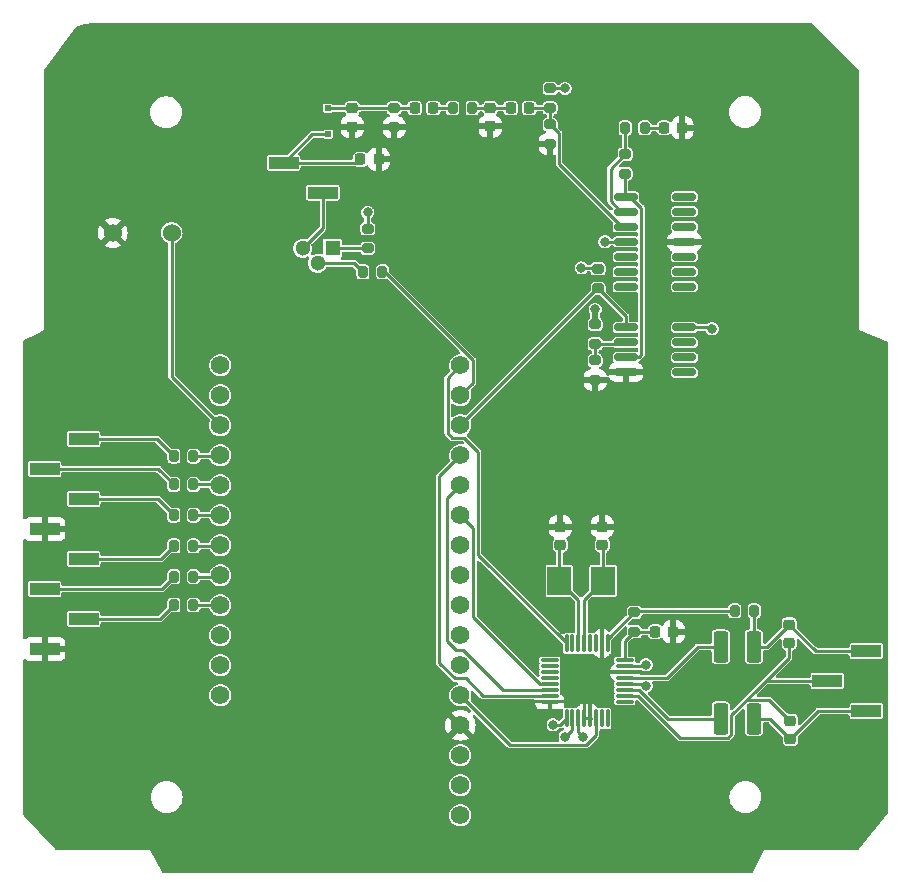
<source format=gtl>
%TF.GenerationSoftware,KiCad,Pcbnew,(6.0.4-0)*%
%TF.CreationDate,2022-04-21T19:59:26-07:00*%
%TF.ProjectId,Labpass RFID Reader,4c616270-6173-4732-9052-464944205265,0.1.0*%
%TF.SameCoordinates,Original*%
%TF.FileFunction,Copper,L1,Top*%
%TF.FilePolarity,Positive*%
%FSLAX46Y46*%
G04 Gerber Fmt 4.6, Leading zero omitted, Abs format (unit mm)*
G04 Created by KiCad (PCBNEW (6.0.4-0)) date 2022-04-21 19:59:26*
%MOMM*%
%LPD*%
G01*
G04 APERTURE LIST*
G04 Aperture macros list*
%AMRoundRect*
0 Rectangle with rounded corners*
0 $1 Rounding radius*
0 $2 $3 $4 $5 $6 $7 $8 $9 X,Y pos of 4 corners*
0 Add a 4 corners polygon primitive as box body*
4,1,4,$2,$3,$4,$5,$6,$7,$8,$9,$2,$3,0*
0 Add four circle primitives for the rounded corners*
1,1,$1+$1,$2,$3*
1,1,$1+$1,$4,$5*
1,1,$1+$1,$6,$7*
1,1,$1+$1,$8,$9*
0 Add four rect primitives between the rounded corners*
20,1,$1+$1,$2,$3,$4,$5,0*
20,1,$1+$1,$4,$5,$6,$7,0*
20,1,$1+$1,$6,$7,$8,$9,0*
20,1,$1+$1,$8,$9,$2,$3,0*%
G04 Aperture macros list end*
%TA.AperFunction,SMDPad,CuDef*%
%ADD10RoundRect,0.200000X0.200000X0.275000X-0.200000X0.275000X-0.200000X-0.275000X0.200000X-0.275000X0*%
%TD*%
%TA.AperFunction,SMDPad,CuDef*%
%ADD11RoundRect,0.225000X0.225000X0.250000X-0.225000X0.250000X-0.225000X-0.250000X0.225000X-0.250000X0*%
%TD*%
%TA.AperFunction,SMDPad,CuDef*%
%ADD12R,0.500000X0.500000*%
%TD*%
%TA.AperFunction,SMDPad,CuDef*%
%ADD13R,2.000000X2.400000*%
%TD*%
%TA.AperFunction,ComponentPad*%
%ADD14C,1.524000*%
%TD*%
%TA.AperFunction,SMDPad,CuDef*%
%ADD15RoundRect,0.250000X-0.375000X-1.075000X0.375000X-1.075000X0.375000X1.075000X-0.375000X1.075000X0*%
%TD*%
%TA.AperFunction,SMDPad,CuDef*%
%ADD16RoundRect,0.225000X-0.225000X-0.250000X0.225000X-0.250000X0.225000X0.250000X-0.225000X0.250000X0*%
%TD*%
%TA.AperFunction,SMDPad,CuDef*%
%ADD17R,2.510000X1.000000*%
%TD*%
%TA.AperFunction,SMDPad,CuDef*%
%ADD18RoundRect,0.200000X-0.200000X-0.275000X0.200000X-0.275000X0.200000X0.275000X-0.200000X0.275000X0*%
%TD*%
%TA.AperFunction,ComponentPad*%
%ADD19R,1.300000X1.300000*%
%TD*%
%TA.AperFunction,ComponentPad*%
%ADD20C,1.300000*%
%TD*%
%TA.AperFunction,SMDPad,CuDef*%
%ADD21RoundRect,0.200000X-0.275000X0.200000X-0.275000X-0.200000X0.275000X-0.200000X0.275000X0.200000X0*%
%TD*%
%TA.AperFunction,SMDPad,CuDef*%
%ADD22RoundRect,0.200000X0.275000X-0.200000X0.275000X0.200000X-0.275000X0.200000X-0.275000X-0.200000X0*%
%TD*%
%TA.AperFunction,SMDPad,CuDef*%
%ADD23RoundRect,0.225000X-0.250000X0.225000X-0.250000X-0.225000X0.250000X-0.225000X0.250000X0.225000X0*%
%TD*%
%TA.AperFunction,SMDPad,CuDef*%
%ADD24RoundRect,0.225000X0.250000X-0.225000X0.250000X0.225000X-0.250000X0.225000X-0.250000X-0.225000X0*%
%TD*%
%TA.AperFunction,SMDPad,CuDef*%
%ADD25RoundRect,0.150000X-0.825000X-0.150000X0.825000X-0.150000X0.825000X0.150000X-0.825000X0.150000X0*%
%TD*%
%TA.AperFunction,ComponentPad*%
%ADD26C,1.574800*%
%TD*%
%TA.AperFunction,SMDPad,CuDef*%
%ADD27RoundRect,0.075000X0.075000X-0.675000X0.075000X0.675000X-0.075000X0.675000X-0.075000X-0.675000X0*%
%TD*%
%TA.AperFunction,SMDPad,CuDef*%
%ADD28RoundRect,0.075000X0.675000X-0.075000X0.675000X0.075000X-0.675000X0.075000X-0.675000X-0.075000X0*%
%TD*%
%TA.AperFunction,SMDPad,CuDef*%
%ADD29RoundRect,0.250000X0.375000X1.075000X-0.375000X1.075000X-0.375000X-1.075000X0.375000X-1.075000X0*%
%TD*%
%TA.AperFunction,ViaPad*%
%ADD30C,0.800000*%
%TD*%
%TA.AperFunction,Conductor*%
%ADD31C,0.250000*%
%TD*%
%TA.AperFunction,Conductor*%
%ADD32C,0.500000*%
%TD*%
G04 APERTURE END LIST*
D10*
%TO.P,R15,1*%
%TO.N,/Indicators/LED_1_B*%
X121091182Y-100360280D03*
%TO.P,R15,2*%
%TO.N,Net-(R15-Pad2)*%
X119441182Y-100360280D03*
%TD*%
D11*
%TO.P,C4,1*%
%TO.N,Net-(C4-Pad1)*%
X149516169Y-65882169D03*
%TO.P,C4,2*%
%TO.N,Net-(C4-Pad2)*%
X147966169Y-65882169D03*
%TD*%
D12*
%TO.P,D1,1,K*%
%TO.N,Net-(C8-Pad1)*%
X132483169Y-68110169D03*
%TO.P,D1,2,A*%
%TO.N,Net-(C6-Pad1)*%
X132483169Y-65910169D03*
%TD*%
D13*
%TO.P,Y1,1,1*%
%TO.N,/labpass_rf_13.56M/XTAL1*%
X155775169Y-105922169D03*
%TO.P,Y1,2,2*%
%TO.N,/labpass_rf_13.56M/XTAL2*%
X152075169Y-105922169D03*
%TD*%
D14*
%TO.P,BZ1,1,-*%
%TO.N,/Indicators/buzzer*%
X119250169Y-76456169D03*
%TO.P,BZ1,2,+*%
%TO.N,GND*%
X114250169Y-76456169D03*
%TD*%
D15*
%TO.P,L2,1,1*%
%TO.N,/labpass_rf_13.56M/TX2*%
X165733169Y-111510169D03*
%TO.P,L2,2,2*%
%TO.N,Net-(C20-Pad2)*%
X168533169Y-111510169D03*
%TD*%
D16*
%TO.P,C19,1*%
%TO.N,/labpass_rf_13.56M/VMID*%
X160184169Y-110238169D03*
%TO.P,C19,2*%
%TO.N,GND*%
X161734169Y-110238169D03*
%TD*%
%TO.P,C8,1*%
%TO.N,Net-(C8-Pad1)*%
X135234865Y-70228169D03*
%TO.P,C8,2*%
%TO.N,GND*%
X136784865Y-70228169D03*
%TD*%
D17*
%TO.P,L1,1,1*%
%TO.N,Net-(L1-Pad1)*%
X132055000Y-73070000D03*
%TO.P,L1,2,2*%
%TO.N,Net-(C8-Pad1)*%
X128745000Y-70530000D03*
%TD*%
D10*
%TO.P,R20,1*%
%TO.N,/Indicators/LED_2_B*%
X121091182Y-107960280D03*
%TO.P,R20,2*%
%TO.N,Net-(J2-Pad7)*%
X119441182Y-107960280D03*
%TD*%
D18*
%TO.P,R14,1*%
%TO.N,/labpass_rf_13.56M/RX*%
X166916169Y-108460169D03*
%TO.P,R14,2*%
%TO.N,Net-(C20-Pad2)*%
X168566169Y-108460169D03*
%TD*%
%TO.P,R5,1*%
%TO.N,Net-(R4-Pad1)*%
X157644169Y-67566169D03*
%TO.P,R5,2*%
%TO.N,Net-(C3-Pad2)*%
X159294169Y-67566169D03*
%TD*%
D19*
%TO.P,Q1,1,C*%
%TO.N,Net-(Q1-Pad1)*%
X132866182Y-77760280D03*
D20*
%TO.P,Q1,2,B*%
%TO.N,Net-(Q1-Pad2)*%
X131596182Y-79030280D03*
%TO.P,Q1,3,E*%
%TO.N,Net-(L1-Pad1)*%
X130326182Y-77760280D03*
%TD*%
D21*
%TO.P,R4,1*%
%TO.N,Net-(R4-Pad1)*%
X157644169Y-69789169D03*
%TO.P,R4,2*%
%TO.N,Net-(R4-Pad2)*%
X157644169Y-71439169D03*
%TD*%
D10*
%TO.P,R10,1*%
%TO.N,/labpass_rf_125k/LF_RF_TX*%
X137091182Y-79760280D03*
%TO.P,R10,2*%
%TO.N,Net-(Q1-Pad2)*%
X135441182Y-79760280D03*
%TD*%
D21*
%TO.P,R3,1*%
%TO.N,Net-(R2-Pad2)*%
X155104169Y-87252169D03*
%TO.P,R3,2*%
%TO.N,GND*%
X155104169Y-88902169D03*
%TD*%
D10*
%TO.P,R16,1*%
%TO.N,/Indicators/LED_1_R*%
X121091182Y-95360280D03*
%TO.P,R16,2*%
%TO.N,Net-(J2-Pad1)*%
X119441182Y-95360280D03*
%TD*%
D17*
%TO.P,J2,1,Pin_1*%
%TO.N,Net-(J2-Pad1)*%
X111800000Y-93910000D03*
%TO.P,J2,2,Pin_2*%
%TO.N,Net-(J2-Pad2)*%
X108490000Y-96450000D03*
%TO.P,J2,3,Pin_3*%
%TO.N,Net-(R15-Pad2)*%
X111800000Y-98990000D03*
%TO.P,J2,4,Pin_4*%
%TO.N,GND*%
X108490000Y-101530000D03*
%TO.P,J2,5,Pin_5*%
%TO.N,Net-(J2-Pad5)*%
X111800000Y-104070000D03*
%TO.P,J2,6,Pin_6*%
%TO.N,Net-(J2-Pad6)*%
X108490000Y-106610000D03*
%TO.P,J2,7,Pin_7*%
%TO.N,Net-(J2-Pad7)*%
X111800000Y-109150000D03*
%TO.P,J2,8,Pin_8*%
%TO.N,GND*%
X108490000Y-111690000D03*
%TD*%
D22*
%TO.P,R9,1*%
%TO.N,GND*%
X138086169Y-67532169D03*
%TO.P,R9,2*%
%TO.N,Net-(C6-Pad1)*%
X138086169Y-65882169D03*
%TD*%
D11*
%TO.P,C3,1*%
%TO.N,GND*%
X162476169Y-67566169D03*
%TO.P,C3,2*%
%TO.N,Net-(C3-Pad2)*%
X160926169Y-67566169D03*
%TD*%
D23*
%TO.P,C17,1*%
%TO.N,GND*%
X155703169Y-101322169D03*
%TO.P,C17,2*%
%TO.N,/labpass_rf_13.56M/XTAL1*%
X155703169Y-102872169D03*
%TD*%
D10*
%TO.P,R18,1*%
%TO.N,/Indicators/LED_2_R*%
X121091182Y-102960280D03*
%TO.P,R18,2*%
%TO.N,Net-(J2-Pad5)*%
X119441182Y-102960280D03*
%TD*%
D21*
%TO.P,R7,1*%
%TO.N,Net-(C4-Pad1)*%
X151294169Y-67280169D03*
%TO.P,R7,2*%
%TO.N,GND*%
X151294169Y-68930169D03*
%TD*%
D24*
%TO.P,C18,1*%
%TO.N,/labpass_rf_13.56M/XTAL2*%
X152147169Y-102872169D03*
%TO.P,C18,2*%
%TO.N,GND*%
X152147169Y-101322169D03*
%TD*%
D17*
%TO.P,J1,1,Pin_1*%
%TO.N,Net-(C21-Pad1)*%
X178055000Y-116940000D03*
%TO.P,J1,2,Pin_2*%
%TO.N,/labpass_rf_13.56M/TVSS*%
X174745000Y-114400000D03*
%TO.P,J1,3,Pin_3*%
%TO.N,Net-(C20-Pad2)*%
X178055000Y-111860000D03*
%TD*%
D10*
%TO.P,R8,1*%
%TO.N,Net-(C4-Pad2)*%
X144690169Y-65882169D03*
%TO.P,R8,2*%
%TO.N,Net-(C6-Pad2)*%
X143040169Y-65882169D03*
%TD*%
D16*
%TO.P,C6,1*%
%TO.N,Net-(C6-Pad1)*%
X139838169Y-65882169D03*
%TO.P,C6,2*%
%TO.N,Net-(C6-Pad2)*%
X141388169Y-65882169D03*
%TD*%
D25*
%TO.P,U3,1*%
%TO.N,Net-(R4-Pad2)*%
X157709169Y-73408169D03*
%TO.P,U3,2,-*%
%TO.N,Net-(R4-Pad1)*%
X157709169Y-74678169D03*
%TO.P,U3,3,+*%
%TO.N,Net-(C4-Pad1)*%
X157709169Y-75948169D03*
%TO.P,U3,4,V+*%
%TO.N,+3V3*%
X157709169Y-77218169D03*
%TO.P,U3,5*%
%TO.N,N/C*%
X157709169Y-78488169D03*
%TO.P,U3,6*%
X157709169Y-79758169D03*
%TO.P,U3,7*%
X157709169Y-81028169D03*
%TO.P,U3,8*%
X162659169Y-81028169D03*
%TO.P,U3,9*%
X162659169Y-79758169D03*
%TO.P,U3,10*%
X162659169Y-78488169D03*
%TO.P,U3,11,V-*%
%TO.N,GND*%
X162659169Y-77218169D03*
%TO.P,U3,12*%
%TO.N,N/C*%
X162659169Y-75948169D03*
%TO.P,U3,13*%
X162659169Y-74678169D03*
%TO.P,U3,14*%
X162659169Y-73408169D03*
%TD*%
D10*
%TO.P,R17,1*%
%TO.N,/Indicators/LED_1_G*%
X121091182Y-97760280D03*
%TO.P,R17,2*%
%TO.N,Net-(J2-Pad2)*%
X119441182Y-97760280D03*
%TD*%
D26*
%TO.P,U1,3.3V,3.3V*%
%TO.N,+3V3*%
X143686169Y-123235419D03*
%TO.P,U1,12,12*%
%TO.N,/Indicators/LED_2_G*%
X123366169Y-105455419D03*
%TO.P,U1,13,13*%
%TO.N,/Indicators/LED_2_B*%
X123366169Y-107995419D03*
%TO.P,U1,14,14*%
%TO.N,/Indicators/buzzer*%
X123366169Y-92755419D03*
%TO.P,U1,15,15*%
%TO.N,/Indicators/LED_1_G*%
X123366169Y-97835419D03*
%TO.P,U1,21,CS*%
%TO.N,/labpass_rf_13.56M/SDA*%
X143686169Y-87675419D03*
%TO.P,U1,27,27*%
%TO.N,/Indicators/LED_2_R*%
X123366169Y-102915419D03*
%TO.P,U1,32,32*%
%TO.N,/Indicators/LED_1_R*%
X123366169Y-95295419D03*
%TO.P,U1,33,33*%
%TO.N,/Indicators/LED_1_B*%
X123366169Y-100375419D03*
%TO.P,U1,A0,A0*%
%TO.N,/labpass_rf_13.56M/RESET*%
X143686169Y-115615419D03*
%TO.P,U1,A1*%
%TO.N,N/C*%
X143686169Y-113075419D03*
%TO.P,U1,A2*%
X143686169Y-110535419D03*
%TO.P,U1,A3*%
X143686169Y-107995419D03*
%TO.P,U1,A4*%
X143686169Y-105455419D03*
%TO.P,U1,A5*%
X143686169Y-102915419D03*
%TO.P,U1,BAT*%
X123366169Y-115615419D03*
%TO.P,U1,EN*%
X123366169Y-113075419D03*
%TO.P,U1,GND,GND*%
%TO.N,GND*%
X143686169Y-118155419D03*
%TO.P,U1,MI,MISO*%
%TO.N,/labpass_rf_13.56M/MISO*%
X143686169Y-95295419D03*
%TO.P,U1,MO,MOSI*%
%TO.N,/labpass_rf_13.56M/MOSI*%
X143686169Y-97835419D03*
%TO.P,U1,NC*%
%TO.N,N/C*%
X143686169Y-120695419D03*
%TO.P,U1,RST*%
X143686169Y-125775419D03*
%TO.P,U1,RX,RX*%
%TO.N,/labpass_rf_125k/LF_RF_RX*%
X143686169Y-92755419D03*
%TO.P,U1,SCK,SCK*%
%TO.N,/labpass_rf_13.56M/SCK*%
X143686169Y-100375419D03*
%TO.P,U1,SCL*%
%TO.N,N/C*%
X123366169Y-90215419D03*
%TO.P,U1,SDA*%
X123366169Y-87675419D03*
%TO.P,U1,TX,TX*%
%TO.N,/labpass_rf_125k/LF_RF_TX*%
X143686169Y-90215419D03*
%TO.P,U1,USB,USB*%
%TO.N,+5V*%
X123366169Y-110535419D03*
%TD*%
D24*
%TO.P,C20,1*%
%TO.N,/labpass_rf_13.56M/TVSS*%
X171526169Y-111172169D03*
%TO.P,C20,2*%
%TO.N,Net-(C20-Pad2)*%
X171526169Y-109622169D03*
%TD*%
D25*
%TO.P,U2,1*%
%TO.N,/labpass_rf_125k/LF_RF_RX*%
X157709169Y-84457169D03*
%TO.P,U2,2,-*%
%TO.N,Net-(R2-Pad2)*%
X157709169Y-85727169D03*
%TO.P,U2,3,+*%
%TO.N,Net-(R4-Pad2)*%
X157709169Y-86997169D03*
%TO.P,U2,4,V-*%
%TO.N,GND*%
X157709169Y-88267169D03*
%TO.P,U2,5*%
%TO.N,N/C*%
X162659169Y-88267169D03*
%TO.P,U2,6*%
X162659169Y-86997169D03*
%TO.P,U2,7*%
X162659169Y-85727169D03*
%TO.P,U2,8,V+*%
%TO.N,+3V3*%
X162659169Y-84457169D03*
%TD*%
D10*
%TO.P,R19,1*%
%TO.N,/Indicators/LED_2_G*%
X121091182Y-105560280D03*
%TO.P,R19,2*%
%TO.N,Net-(J2-Pad6)*%
X119441182Y-105560280D03*
%TD*%
D24*
%TO.P,C21,1*%
%TO.N,Net-(C21-Pad1)*%
X171626169Y-119322169D03*
%TO.P,C21,2*%
%TO.N,/labpass_rf_13.56M/TVSS*%
X171626169Y-117772169D03*
%TD*%
D22*
%TO.P,R11,1*%
%TO.N,Net-(Q1-Pad1)*%
X135851182Y-77760280D03*
%TO.P,R11,2*%
%TO.N,+5V*%
X135851182Y-76110280D03*
%TD*%
D27*
%TO.P,U4,1,I2C*%
%TO.N,Net-(R12-Pad2)*%
X152683169Y-117575169D03*
%TO.P,U4,2,PVDD*%
%TO.N,+3V3*%
X153183169Y-117575169D03*
%TO.P,U4,3,DVDD*%
X153683169Y-117575169D03*
%TO.P,U4,4,DVSS*%
%TO.N,GND*%
X154183169Y-117575169D03*
%TO.P,U4,5,PVSS*%
X154683169Y-117575169D03*
%TO.P,U4,6,NRSTPD*%
%TO.N,/labpass_rf_13.56M/RESET*%
X155183169Y-117575169D03*
%TO.P,U4,7*%
%TO.N,N/C*%
X155683169Y-117575169D03*
%TO.P,U4,8*%
X156183169Y-117575169D03*
D28*
%TO.P,U4,9*%
X157608169Y-116150169D03*
%TO.P,U4,10,TVSS*%
%TO.N,/labpass_rf_13.56M/TVSS*%
X157608169Y-115650169D03*
%TO.P,U4,11,TX1*%
%TO.N,/labpass_rf_13.56M/TX1*%
X157608169Y-115150169D03*
%TO.P,U4,12,TVDD*%
%TO.N,+3V3*%
X157608169Y-114650169D03*
%TO.P,U4,13,TX2*%
%TO.N,/labpass_rf_13.56M/TX2*%
X157608169Y-114150169D03*
%TO.P,U4,14,TVSS*%
%TO.N,GND*%
X157608169Y-113650169D03*
%TO.P,U4,15,AVDD*%
%TO.N,+3V3*%
X157608169Y-113150169D03*
%TO.P,U4,16,VMID*%
%TO.N,/labpass_rf_13.56M/VMID*%
X157608169Y-112650169D03*
D27*
%TO.P,U4,17,RX*%
%TO.N,/labpass_rf_13.56M/RX*%
X156183169Y-111225169D03*
%TO.P,U4,18,AVSS*%
%TO.N,GND*%
X155683169Y-111225169D03*
%TO.P,U4,19*%
%TO.N,N/C*%
X155183169Y-111225169D03*
%TO.P,U4,20*%
X154683169Y-111225169D03*
%TO.P,U4,21,OSCIN*%
%TO.N,/labpass_rf_13.56M/XTAL1*%
X154183169Y-111225169D03*
%TO.P,U4,22,OSCOUT*%
%TO.N,/labpass_rf_13.56M/XTAL2*%
X153683169Y-111225169D03*
%TO.P,U4,23*%
%TO.N,N/C*%
X153183169Y-111225169D03*
%TO.P,U4,24,SDA*%
%TO.N,/labpass_rf_13.56M/SDA*%
X152683169Y-111225169D03*
D28*
%TO.P,U4,25*%
%TO.N,N/C*%
X151258169Y-112650169D03*
%TO.P,U4,26*%
X151258169Y-113150169D03*
%TO.P,U4,27*%
X151258169Y-113650169D03*
%TO.P,U4,28*%
X151258169Y-114150169D03*
%TO.P,U4,29,SCK*%
%TO.N,/labpass_rf_13.56M/SCK*%
X151258169Y-114650169D03*
%TO.P,U4,30,MOSI*%
%TO.N,/labpass_rf_13.56M/MOSI*%
X151258169Y-115150169D03*
%TO.P,U4,31,MISO*%
%TO.N,/labpass_rf_13.56M/MISO*%
X151258169Y-115650169D03*
%TO.P,U4,32,EA*%
%TO.N,GND*%
X151258169Y-116150169D03*
%TD*%
D21*
%TO.P,R1,1*%
%TO.N,+3V3*%
X155358169Y-79504169D03*
%TO.P,R1,2*%
%TO.N,/labpass_rf_125k/LF_RF_RX*%
X155358169Y-81154169D03*
%TD*%
D29*
%TO.P,L3,1,1*%
%TO.N,Net-(C21-Pad1)*%
X168533169Y-117604169D03*
%TO.P,L3,2,2*%
%TO.N,/labpass_rf_13.56M/TX1*%
X165733169Y-117604169D03*
%TD*%
D23*
%TO.P,C5,1*%
%TO.N,Net-(C4-Pad2)*%
X146214169Y-65882169D03*
%TO.P,C5,2*%
%TO.N,GND*%
X146214169Y-67432169D03*
%TD*%
D21*
%TO.P,R2,1*%
%TO.N,+3V3*%
X155104169Y-84204169D03*
%TO.P,R2,2*%
%TO.N,Net-(R2-Pad2)*%
X155104169Y-85854169D03*
%TD*%
D23*
%TO.P,C7,1*%
%TO.N,Net-(C6-Pad1)*%
X134530169Y-65910169D03*
%TO.P,C7,2*%
%TO.N,GND*%
X134530169Y-67460169D03*
%TD*%
D21*
%TO.P,R6,1*%
%TO.N,+3V3*%
X151294169Y-64232169D03*
%TO.P,R6,2*%
%TO.N,Net-(C4-Pad1)*%
X151294169Y-65882169D03*
%TD*%
%TO.P,R13,1*%
%TO.N,/labpass_rf_13.56M/RX*%
X158406169Y-108588169D03*
%TO.P,R13,2*%
%TO.N,/labpass_rf_13.56M/VMID*%
X158406169Y-110238169D03*
%TD*%
D30*
%TO.N,+3V3*%
X155926169Y-77218169D03*
X165010169Y-84584169D03*
X154088169Y-119128169D03*
X153926169Y-79422169D03*
X159422169Y-114810169D03*
X155104169Y-82934169D03*
X152564169Y-119128169D03*
X152564169Y-64232169D03*
X159422169Y-113032169D03*
%TO.N,+5V*%
X135851182Y-74712280D03*
%TO.N,Net-(R12-Pad2)*%
X151548169Y-118112169D03*
%TD*%
D31*
%TO.N,+3V3*%
X159304169Y-113150169D02*
X159422169Y-113032169D01*
D32*
X164883169Y-84457169D02*
X165010169Y-84584169D01*
D31*
X162659169Y-84457169D02*
X164883169Y-84457169D01*
X155926169Y-77218169D02*
X157709169Y-77218169D01*
X159262169Y-114650169D02*
X159422169Y-114810169D01*
X157608169Y-113150169D02*
X159304169Y-113150169D01*
X155276169Y-79422169D02*
X155358169Y-79504169D01*
X153683169Y-118723169D02*
X154088169Y-119128169D01*
X153183169Y-118509169D02*
X152564169Y-119128169D01*
X153183169Y-117575169D02*
X153183169Y-118509169D01*
X157608169Y-114650169D02*
X159262169Y-114650169D01*
X151294169Y-64232169D02*
X152564169Y-64232169D01*
X153683169Y-117575169D02*
X153683169Y-118723169D01*
D32*
X155104169Y-82934169D02*
X155104169Y-84204169D01*
D31*
X153926169Y-79422169D02*
X155276169Y-79422169D01*
%TO.N,Net-(C3-Pad2)*%
X159294169Y-67566169D02*
X160926169Y-67566169D01*
%TO.N,Net-(C4-Pad1)*%
X151294169Y-65882169D02*
X149516169Y-65882169D01*
X157400413Y-75948169D02*
X152046089Y-70593845D01*
X151294169Y-67280169D02*
X151294169Y-65882169D01*
X152046089Y-70593845D02*
X152046089Y-68032089D01*
X157709169Y-75948169D02*
X157400413Y-75948169D01*
X152046089Y-68032089D02*
X151294169Y-67280169D01*
%TO.N,Net-(C4-Pad2)*%
X147966169Y-65882169D02*
X146214169Y-65882169D01*
X146214169Y-65882169D02*
X144690169Y-65882169D01*
%TO.N,Net-(C6-Pad1)*%
X138086169Y-65882169D02*
X134558169Y-65882169D01*
X132483169Y-65910169D02*
X134530169Y-65910169D01*
X134558169Y-65882169D02*
X134530169Y-65910169D01*
X139838169Y-65882169D02*
X138086169Y-65882169D01*
%TO.N,Net-(C6-Pad2)*%
X143040169Y-65882169D02*
X141388169Y-65882169D01*
%TO.N,Net-(C8-Pad1)*%
X131164831Y-68110169D02*
X132483169Y-68110169D01*
X134933034Y-70530000D02*
X135234865Y-70228169D01*
X128745000Y-70530000D02*
X131164831Y-68110169D01*
X128745000Y-70530000D02*
X134933034Y-70530000D01*
%TO.N,Net-(C20-Pad2)*%
X171526169Y-109622169D02*
X173764000Y-111860000D01*
X168533169Y-111510169D02*
X169638169Y-111510169D01*
X169638169Y-111510169D02*
X171526169Y-109622169D01*
X168533169Y-108493169D02*
X168533169Y-111510169D01*
X168566169Y-108460169D02*
X168533169Y-108493169D01*
X173764000Y-111860000D02*
X178055000Y-111860000D01*
%TO.N,Net-(C21-Pad1)*%
X171626169Y-119322169D02*
X174008338Y-116940000D01*
X168533169Y-117604169D02*
X169908169Y-117604169D01*
X169908169Y-117604169D02*
X171626169Y-119322169D01*
X174008338Y-116940000D02*
X178055000Y-116940000D01*
%TO.N,Net-(L1-Pad1)*%
X132055000Y-73070000D02*
X132055000Y-76031462D01*
X132055000Y-76031462D02*
X130326182Y-77760280D01*
%TO.N,Net-(Q1-Pad1)*%
X132866182Y-77760280D02*
X135851182Y-77760280D01*
%TO.N,Net-(Q1-Pad2)*%
X131596182Y-79030280D02*
X134711182Y-79030280D01*
X134711182Y-79030280D02*
X135441182Y-79760280D01*
%TO.N,/labpass_rf_125k/LF_RF_RX*%
X143686169Y-92755419D02*
X155287419Y-81154169D01*
X155287419Y-81154169D02*
X155358169Y-81154169D01*
X157709169Y-84457169D02*
X157709169Y-83505169D01*
X157709169Y-83505169D02*
X155358169Y-81154169D01*
%TO.N,Net-(R2-Pad2)*%
X155104169Y-85854169D02*
X155104169Y-87252169D01*
X155104169Y-85854169D02*
X157582169Y-85854169D01*
X157582169Y-85854169D02*
X157709169Y-85727169D01*
%TO.N,Net-(R4-Pad1)*%
X157644169Y-69789169D02*
X156409649Y-71023689D01*
X156409649Y-71023689D02*
X156409649Y-73754721D01*
X156409649Y-73754721D02*
X157333097Y-74678169D01*
X157644169Y-67566169D02*
X157644169Y-69789169D01*
X157333097Y-74678169D02*
X157709169Y-74678169D01*
%TO.N,Net-(R4-Pad2)*%
X157644169Y-71439169D02*
X157644169Y-73343169D01*
X158085241Y-73408169D02*
X159008689Y-74331617D01*
X157644169Y-73343169D02*
X157709169Y-73408169D01*
X159008689Y-74331617D02*
X159008689Y-86775649D01*
X158787169Y-86997169D02*
X157709169Y-86997169D01*
X159008689Y-86775649D02*
X158787169Y-86997169D01*
X157709169Y-73408169D02*
X158085241Y-73408169D01*
%TO.N,/labpass_rf_125k/LF_RF_TX*%
X144750480Y-87234566D02*
X144750480Y-89151108D01*
X137276194Y-79760280D02*
X144750480Y-87234566D01*
X144750480Y-89151108D02*
X143686169Y-90215419D01*
X137091182Y-79760280D02*
X137276194Y-79760280D01*
%TO.N,+5V*%
X135851182Y-76110280D02*
X135851182Y-74712280D01*
%TO.N,Net-(R12-Pad2)*%
X152146169Y-118112169D02*
X152683169Y-117575169D01*
X151548169Y-118112169D02*
X152146169Y-118112169D01*
%TO.N,/labpass_rf_13.56M/SCK*%
X151258169Y-114650169D02*
X150443163Y-114650169D01*
X150443163Y-114650169D02*
X144798080Y-109005086D01*
X144798080Y-109005086D02*
X144798080Y-101487330D01*
X144798080Y-101487330D02*
X143686169Y-100375419D01*
%TO.N,/labpass_rf_13.56M/MOSI*%
X142574258Y-110995989D02*
X142574258Y-98947330D01*
X147333400Y-115150169D02*
X143945400Y-111762169D01*
X143945400Y-111762169D02*
X143340438Y-111762169D01*
X143340438Y-111762169D02*
X142574258Y-110995989D01*
X151258169Y-115150169D02*
X147333400Y-115150169D01*
X142574258Y-98947330D02*
X143686169Y-97835419D01*
%TO.N,/labpass_rf_13.56M/MISO*%
X141896169Y-112857900D02*
X141896169Y-97085419D01*
X145609578Y-115650169D02*
X144146739Y-114187330D01*
X141896169Y-97085419D02*
X143686169Y-95295419D01*
X144146739Y-114187330D02*
X143225599Y-114187330D01*
X151258169Y-115650169D02*
X145609578Y-115650169D01*
X143225599Y-114187330D02*
X141896169Y-112857900D01*
%TO.N,/labpass_rf_13.56M/SDA*%
X145200000Y-103742000D02*
X145200000Y-95000000D01*
X142621858Y-88739730D02*
X143686169Y-87675419D01*
X152683169Y-111225169D02*
X145200000Y-103742000D01*
X144019730Y-93819730D02*
X143003730Y-93819730D01*
X145200000Y-95000000D02*
X144019730Y-93819730D01*
X142621858Y-93437858D02*
X142621858Y-88739730D01*
X143003730Y-93819730D02*
X142621858Y-93437858D01*
%TO.N,/labpass_rf_13.56M/RESET*%
X155183169Y-118990467D02*
X154368556Y-119805080D01*
X155183169Y-117575169D02*
X155183169Y-118990467D01*
X147875830Y-119805080D02*
X143686169Y-115615419D01*
X154368556Y-119805080D02*
X147875830Y-119805080D01*
%TO.N,/labpass_rf_13.56M/XTAL1*%
X155703169Y-102872169D02*
X155775169Y-102944169D01*
X155775169Y-102944169D02*
X155775169Y-105922169D01*
X155775169Y-105922169D02*
X154183169Y-107514169D01*
X154183169Y-107514169D02*
X154183169Y-111225169D01*
%TO.N,/labpass_rf_13.56M/XTAL2*%
X152075169Y-105922169D02*
X153683169Y-107530169D01*
X152147169Y-102872169D02*
X152075169Y-102944169D01*
X152075169Y-102944169D02*
X152075169Y-105922169D01*
X153683169Y-107530169D02*
X153683169Y-111225169D01*
%TO.N,/labpass_rf_13.56M/VMID*%
X158406169Y-110238169D02*
X157608169Y-111036169D01*
X158406169Y-110238169D02*
X160184169Y-110238169D01*
X157608169Y-111036169D02*
X157608169Y-112650169D01*
%TO.N,/labpass_rf_13.56M/TVSS*%
X171526169Y-111172169D02*
X171526169Y-112415991D01*
X166635089Y-118897426D02*
X166326426Y-119206089D01*
X158736471Y-115650169D02*
X157608169Y-115650169D01*
X171626169Y-117772169D02*
X169856249Y-116002249D01*
X169542161Y-114400000D02*
X168871080Y-115071080D01*
X166635089Y-117307072D02*
X166635089Y-118897426D01*
X166326426Y-119206089D02*
X162292391Y-119206089D01*
X174745000Y-114400000D02*
X169542161Y-114400000D01*
X168871080Y-115071080D02*
X166635089Y-117307072D01*
X162292391Y-119206089D02*
X158736471Y-115650169D01*
X169856249Y-116002249D02*
X167939912Y-116002249D01*
X171526169Y-112415991D02*
X168871080Y-115071080D01*
%TO.N,/labpass_rf_13.56M/TX2*%
X161173782Y-114133258D02*
X163796871Y-111510169D01*
X163796871Y-111510169D02*
X165733169Y-111510169D01*
X157625080Y-114133258D02*
X161173782Y-114133258D01*
X157608169Y-114150169D02*
X157625080Y-114133258D01*
%TO.N,/labpass_rf_13.56M/TX1*%
X157608169Y-115150169D02*
X158804871Y-115150169D01*
X161258871Y-117604169D02*
X165733169Y-117604169D01*
X158804871Y-115150169D02*
X161258871Y-117604169D01*
%TO.N,/labpass_rf_13.56M/RX*%
X156183169Y-110811169D02*
X158406169Y-108588169D01*
X156183169Y-111225169D02*
X156183169Y-110811169D01*
X158534169Y-108460169D02*
X158406169Y-108588169D01*
X166916169Y-108460169D02*
X158534169Y-108460169D01*
%TO.N,Net-(J2-Pad1)*%
X117990902Y-93910000D02*
X119441182Y-95360280D01*
X111800000Y-93910000D02*
X117990902Y-93910000D01*
%TO.N,Net-(J2-Pad2)*%
X118130902Y-96450000D02*
X119441182Y-97760280D01*
X108490000Y-96450000D02*
X118130902Y-96450000D01*
%TO.N,/Indicators/buzzer*%
X119250169Y-88639419D02*
X123366169Y-92755419D01*
X119250169Y-76456169D02*
X119250169Y-88639419D01*
%TO.N,Net-(J2-Pad5)*%
X111800000Y-104070000D02*
X118331462Y-104070000D01*
X118331462Y-104070000D02*
X119441182Y-102960280D01*
%TO.N,Net-(J2-Pad6)*%
X108490000Y-106610000D02*
X118391462Y-106610000D01*
X118391462Y-106610000D02*
X119441182Y-105560280D01*
%TO.N,Net-(J2-Pad7)*%
X111800000Y-109150000D02*
X118251462Y-109150000D01*
X118251462Y-109150000D02*
X119441182Y-107960280D01*
%TO.N,/Indicators/LED_1_B*%
X123351030Y-100360280D02*
X123366169Y-100375419D01*
X121091182Y-100360280D02*
X123351030Y-100360280D01*
%TO.N,/Indicators/LED_1_R*%
X121091182Y-95360280D02*
X123301308Y-95360280D01*
X123301308Y-95360280D02*
X123366169Y-95295419D01*
%TO.N,/Indicators/LED_1_G*%
X121091182Y-97760280D02*
X123291030Y-97760280D01*
X123291030Y-97760280D02*
X123366169Y-97835419D01*
%TO.N,/Indicators/LED_2_R*%
X123321308Y-102960280D02*
X123366169Y-102915419D01*
X121091182Y-102960280D02*
X123321308Y-102960280D01*
%TO.N,/Indicators/LED_2_G*%
X121091182Y-105560280D02*
X123261308Y-105560280D01*
X123261308Y-105560280D02*
X123366169Y-105455419D01*
%TO.N,/Indicators/LED_2_B*%
X123331030Y-107960280D02*
X123366169Y-107995419D01*
X121091182Y-107960280D02*
X123331030Y-107960280D01*
%TO.N,Net-(R15-Pad2)*%
X111800000Y-98990000D02*
X118070902Y-98990000D01*
X118070902Y-98990000D02*
X119441182Y-100360280D01*
%TD*%
%TA.AperFunction,Conductor*%
%TO.N,GND*%
G36*
X173442100Y-58692171D02*
G01*
X173463074Y-58709074D01*
X177389264Y-62635264D01*
X177423290Y-62697576D01*
X177426169Y-62724359D01*
X177426169Y-84672169D01*
X179859791Y-85675213D01*
X179915149Y-85719664D01*
X179937776Y-85791706D01*
X179937776Y-125155377D01*
X179936225Y-125175088D01*
X179933021Y-125195317D01*
X179934572Y-125205110D01*
X179934572Y-125205115D01*
X179934946Y-125207477D01*
X179936409Y-125231887D01*
X179933702Y-125304358D01*
X179926542Y-125495979D01*
X179904012Y-125563303D01*
X179899168Y-125569799D01*
X177464002Y-128624708D01*
X177405900Y-128665508D01*
X177365475Y-128672169D01*
X169426169Y-128672169D01*
X169418573Y-128687361D01*
X168460995Y-130602518D01*
X168412640Y-130654502D01*
X168348297Y-130672169D01*
X118504041Y-130672169D01*
X118435920Y-130652167D01*
X118391343Y-130602518D01*
X117434270Y-128688371D01*
X117426169Y-128672169D01*
X109480216Y-128672169D01*
X109412095Y-128652167D01*
X109388920Y-128633008D01*
X106737690Y-125845721D01*
X106705234Y-125782578D01*
X106704137Y-125775419D01*
X142740690Y-125775419D01*
X142761351Y-125971995D01*
X142822431Y-126159980D01*
X142825734Y-126165702D01*
X142825735Y-126165703D01*
X142917957Y-126325438D01*
X142917960Y-126325442D01*
X142921260Y-126331158D01*
X143053520Y-126478047D01*
X143213429Y-126594228D01*
X143219457Y-126596912D01*
X143219459Y-126596913D01*
X143387969Y-126671938D01*
X143394000Y-126674623D01*
X143490670Y-126695171D01*
X143580883Y-126714347D01*
X143580888Y-126714347D01*
X143587340Y-126715719D01*
X143784998Y-126715719D01*
X143791450Y-126714347D01*
X143791455Y-126714347D01*
X143881668Y-126695171D01*
X143978338Y-126674623D01*
X143984369Y-126671938D01*
X144152879Y-126596913D01*
X144152881Y-126596912D01*
X144158909Y-126594228D01*
X144318818Y-126478047D01*
X144451078Y-126331158D01*
X144454378Y-126325442D01*
X144454381Y-126325438D01*
X144546603Y-126165703D01*
X144546604Y-126165702D01*
X144549907Y-126159980D01*
X144610987Y-125971995D01*
X144631648Y-125775419D01*
X144610987Y-125578843D01*
X144608912Y-125572455D01*
X144553876Y-125403073D01*
X144549907Y-125390858D01*
X144546603Y-125385135D01*
X144454381Y-125225400D01*
X144454378Y-125225396D01*
X144451078Y-125219680D01*
X144446659Y-125214772D01*
X144323233Y-125077694D01*
X144323231Y-125077693D01*
X144318818Y-125072791D01*
X144158909Y-124956610D01*
X144152881Y-124953926D01*
X144152879Y-124953925D01*
X143984369Y-124878900D01*
X143984368Y-124878900D01*
X143978338Y-124876215D01*
X143881668Y-124855667D01*
X143791455Y-124836491D01*
X143791450Y-124836491D01*
X143784998Y-124835119D01*
X143587340Y-124835119D01*
X143580888Y-124836491D01*
X143580883Y-124836491D01*
X143490670Y-124855667D01*
X143394000Y-124876215D01*
X143387970Y-124878900D01*
X143387969Y-124878900D01*
X143219460Y-124953925D01*
X143219458Y-124953926D01*
X143213430Y-124956610D01*
X143053520Y-125072791D01*
X143049107Y-125077693D01*
X143049105Y-125077694D01*
X142925679Y-125214772D01*
X142921260Y-125219680D01*
X142917960Y-125225396D01*
X142917957Y-125225400D01*
X142825735Y-125385135D01*
X142822431Y-125390858D01*
X142818462Y-125403073D01*
X142763427Y-125572455D01*
X142761351Y-125578843D01*
X142740690Y-125775419D01*
X106704137Y-125775419D01*
X106703815Y-125773315D01*
X106698146Y-125724149D01*
X106697417Y-125714738D01*
X106679179Y-125257508D01*
X106680584Y-125233072D01*
X106680896Y-125231069D01*
X106682425Y-125221266D01*
X106679270Y-125201652D01*
X106677671Y-125181642D01*
X106677672Y-124232193D01*
X117463637Y-124232193D01*
X117484233Y-124467601D01*
X117485657Y-124472915D01*
X117485657Y-124472916D01*
X117542714Y-124685856D01*
X117545393Y-124695856D01*
X117547715Y-124700836D01*
X117547716Y-124700838D01*
X117642699Y-124904527D01*
X117645261Y-124910022D01*
X117780801Y-125103594D01*
X117947895Y-125270688D01*
X118141467Y-125406228D01*
X118146445Y-125408549D01*
X118146448Y-125408551D01*
X118350651Y-125503773D01*
X118355633Y-125506096D01*
X118360941Y-125507518D01*
X118360943Y-125507519D01*
X118569135Y-125563303D01*
X118583888Y-125567256D01*
X118686978Y-125576275D01*
X118757606Y-125582455D01*
X118757613Y-125582455D01*
X118760330Y-125582693D01*
X118878262Y-125582693D01*
X118880979Y-125582455D01*
X118880986Y-125582455D01*
X118951614Y-125576275D01*
X119054704Y-125567256D01*
X119069457Y-125563303D01*
X119277649Y-125507519D01*
X119277651Y-125507518D01*
X119282959Y-125506096D01*
X119287941Y-125503773D01*
X119492144Y-125408551D01*
X119492147Y-125408549D01*
X119497125Y-125406228D01*
X119690697Y-125270688D01*
X119857791Y-125103594D01*
X119860951Y-125099082D01*
X119990174Y-124914532D01*
X119990177Y-124914527D01*
X119993331Y-124910023D01*
X119995654Y-124905041D01*
X119995657Y-124905036D01*
X120090876Y-124700838D01*
X120090877Y-124700837D01*
X120093199Y-124695856D01*
X120095879Y-124685856D01*
X120152935Y-124472916D01*
X120152935Y-124472915D01*
X120154359Y-124467601D01*
X120174955Y-124232193D01*
X120174080Y-124222193D01*
X166473637Y-124222193D01*
X166494233Y-124457601D01*
X166495657Y-124462915D01*
X166495657Y-124462916D01*
X166498337Y-124472916D01*
X166555393Y-124685856D01*
X166557715Y-124690836D01*
X166557716Y-124690838D01*
X166645412Y-124878900D01*
X166655261Y-124900022D01*
X166790801Y-125093594D01*
X166957895Y-125260688D01*
X167151467Y-125396228D01*
X167156445Y-125398549D01*
X167156448Y-125398551D01*
X167360651Y-125493773D01*
X167365633Y-125496096D01*
X167370941Y-125497518D01*
X167370943Y-125497519D01*
X167588573Y-125555832D01*
X167593888Y-125557256D01*
X167691910Y-125565832D01*
X167767606Y-125572455D01*
X167767613Y-125572455D01*
X167770330Y-125572693D01*
X167888262Y-125572693D01*
X167890979Y-125572455D01*
X167890986Y-125572455D01*
X167966682Y-125565832D01*
X168064704Y-125557256D01*
X168070019Y-125555832D01*
X168287649Y-125497519D01*
X168287651Y-125497518D01*
X168292959Y-125496096D01*
X168297941Y-125493773D01*
X168502144Y-125398551D01*
X168502147Y-125398549D01*
X168507125Y-125396228D01*
X168700697Y-125260688D01*
X168867791Y-125093594D01*
X168870951Y-125089082D01*
X169000174Y-124904532D01*
X169000177Y-124904527D01*
X169003331Y-124900023D01*
X169005654Y-124895041D01*
X169005657Y-124895036D01*
X169100876Y-124690838D01*
X169100877Y-124690837D01*
X169103199Y-124685856D01*
X169160256Y-124472916D01*
X169162935Y-124462916D01*
X169162935Y-124462915D01*
X169164359Y-124457601D01*
X169184955Y-124222193D01*
X169164359Y-123986785D01*
X169107301Y-123773840D01*
X169104622Y-123763840D01*
X169104621Y-123763838D01*
X169103199Y-123758530D01*
X169100876Y-123753548D01*
X169005654Y-123549345D01*
X169005652Y-123549342D01*
X169003331Y-123544364D01*
X168867791Y-123350792D01*
X168700697Y-123183698D01*
X168507125Y-123048158D01*
X168502147Y-123045837D01*
X168502144Y-123045835D01*
X168297941Y-122950613D01*
X168297939Y-122950612D01*
X168292959Y-122948290D01*
X168287651Y-122946868D01*
X168287649Y-122946867D01*
X168070019Y-122888554D01*
X168070018Y-122888554D01*
X168064704Y-122887130D01*
X167961614Y-122878111D01*
X167890986Y-122871931D01*
X167890979Y-122871931D01*
X167888262Y-122871693D01*
X167770330Y-122871693D01*
X167767613Y-122871931D01*
X167767606Y-122871931D01*
X167696978Y-122878111D01*
X167593888Y-122887130D01*
X167588574Y-122888554D01*
X167588573Y-122888554D01*
X167370943Y-122946867D01*
X167370941Y-122946868D01*
X167365633Y-122948290D01*
X167360653Y-122950612D01*
X167360651Y-122950613D01*
X167156448Y-123045835D01*
X167156445Y-123045837D01*
X167151467Y-123048158D01*
X166957895Y-123183698D01*
X166790801Y-123350792D01*
X166787644Y-123355300D01*
X166787642Y-123355303D01*
X166738538Y-123425431D01*
X166655261Y-123544363D01*
X166652938Y-123549345D01*
X166652935Y-123549350D01*
X166620000Y-123619980D01*
X166555393Y-123758530D01*
X166553971Y-123763838D01*
X166553970Y-123763840D01*
X166551291Y-123773840D01*
X166494233Y-123986785D01*
X166473637Y-124222193D01*
X120174080Y-124222193D01*
X120154359Y-123996785D01*
X120151680Y-123986785D01*
X120094622Y-123773840D01*
X120094621Y-123773838D01*
X120093199Y-123768530D01*
X120026597Y-123625703D01*
X119995654Y-123559345D01*
X119995652Y-123559342D01*
X119993331Y-123554364D01*
X119857791Y-123360792D01*
X119732418Y-123235419D01*
X142740690Y-123235419D01*
X142761351Y-123431995D01*
X142822431Y-123619980D01*
X142825734Y-123625702D01*
X142825735Y-123625703D01*
X142917957Y-123785438D01*
X142917960Y-123785442D01*
X142921260Y-123791158D01*
X143053520Y-123938047D01*
X143213429Y-124054228D01*
X143219457Y-124056912D01*
X143219459Y-124056913D01*
X143387969Y-124131938D01*
X143394000Y-124134623D01*
X143490670Y-124155171D01*
X143580883Y-124174347D01*
X143580888Y-124174347D01*
X143587340Y-124175719D01*
X143784998Y-124175719D01*
X143791450Y-124174347D01*
X143791455Y-124174347D01*
X143881668Y-124155171D01*
X143978338Y-124134623D01*
X143984369Y-124131938D01*
X144152879Y-124056913D01*
X144152881Y-124056912D01*
X144158909Y-124054228D01*
X144318818Y-123938047D01*
X144451078Y-123791158D01*
X144454378Y-123785442D01*
X144454381Y-123785438D01*
X144546603Y-123625703D01*
X144546604Y-123625702D01*
X144549907Y-123619980D01*
X144610987Y-123431995D01*
X144631648Y-123235419D01*
X144610987Y-123038843D01*
X144549907Y-122850858D01*
X144546603Y-122845135D01*
X144454381Y-122685400D01*
X144454378Y-122685396D01*
X144451078Y-122679680D01*
X144318818Y-122532791D01*
X144158909Y-122416610D01*
X144152881Y-122413926D01*
X144152879Y-122413925D01*
X143984369Y-122338900D01*
X143984368Y-122338900D01*
X143978338Y-122336215D01*
X143881668Y-122315667D01*
X143791455Y-122296491D01*
X143791450Y-122296491D01*
X143784998Y-122295119D01*
X143587340Y-122295119D01*
X143580888Y-122296491D01*
X143580883Y-122296491D01*
X143490670Y-122315667D01*
X143394000Y-122336215D01*
X143387970Y-122338900D01*
X143387969Y-122338900D01*
X143219460Y-122413925D01*
X143219458Y-122413926D01*
X143213430Y-122416610D01*
X143053520Y-122532791D01*
X142921260Y-122679680D01*
X142917960Y-122685396D01*
X142917957Y-122685400D01*
X142825735Y-122845135D01*
X142822431Y-122850858D01*
X142761351Y-123038843D01*
X142740690Y-123235419D01*
X119732418Y-123235419D01*
X119690697Y-123193698D01*
X119497125Y-123058158D01*
X119492147Y-123055837D01*
X119492144Y-123055835D01*
X119287941Y-122960613D01*
X119287939Y-122960612D01*
X119282959Y-122958290D01*
X119277651Y-122956868D01*
X119277649Y-122956867D01*
X119060019Y-122898554D01*
X119060018Y-122898554D01*
X119054704Y-122897130D01*
X118940406Y-122887130D01*
X118880986Y-122881931D01*
X118880979Y-122881931D01*
X118878262Y-122881693D01*
X118760330Y-122881693D01*
X118757613Y-122881931D01*
X118757606Y-122881931D01*
X118698186Y-122887130D01*
X118583888Y-122897130D01*
X118578574Y-122898554D01*
X118578573Y-122898554D01*
X118360943Y-122956867D01*
X118360941Y-122956868D01*
X118355633Y-122958290D01*
X118350653Y-122960612D01*
X118350651Y-122960613D01*
X118146448Y-123055835D01*
X118146445Y-123055837D01*
X118141467Y-123058158D01*
X117947895Y-123193698D01*
X117780801Y-123360792D01*
X117777644Y-123365300D01*
X117777642Y-123365303D01*
X117648771Y-123549350D01*
X117645261Y-123554363D01*
X117642938Y-123559345D01*
X117642935Y-123559350D01*
X117552379Y-123753548D01*
X117545393Y-123768530D01*
X117543971Y-123773838D01*
X117543970Y-123773840D01*
X117486912Y-123986785D01*
X117484233Y-123996785D01*
X117463637Y-124232193D01*
X106677672Y-124232193D01*
X106677674Y-120695419D01*
X142740690Y-120695419D01*
X142761351Y-120891995D01*
X142822431Y-121079980D01*
X142825734Y-121085702D01*
X142825735Y-121085703D01*
X142917957Y-121245438D01*
X142917960Y-121245442D01*
X142921260Y-121251158D01*
X143053520Y-121398047D01*
X143213429Y-121514228D01*
X143219457Y-121516912D01*
X143219459Y-121516913D01*
X143387969Y-121591938D01*
X143394000Y-121594623D01*
X143490670Y-121615171D01*
X143580883Y-121634347D01*
X143580888Y-121634347D01*
X143587340Y-121635719D01*
X143784998Y-121635719D01*
X143791450Y-121634347D01*
X143791455Y-121634347D01*
X143881668Y-121615171D01*
X143978338Y-121594623D01*
X143984369Y-121591938D01*
X144152879Y-121516913D01*
X144152881Y-121516912D01*
X144158909Y-121514228D01*
X144318818Y-121398047D01*
X144451078Y-121251158D01*
X144454378Y-121245442D01*
X144454381Y-121245438D01*
X144546603Y-121085703D01*
X144546604Y-121085702D01*
X144549907Y-121079980D01*
X144610987Y-120891995D01*
X144631648Y-120695419D01*
X144610987Y-120498843D01*
X144549907Y-120310858D01*
X144546603Y-120305135D01*
X144454381Y-120145400D01*
X144454378Y-120145396D01*
X144451078Y-120139680D01*
X144404055Y-120087456D01*
X144323233Y-119997694D01*
X144323231Y-119997693D01*
X144318818Y-119992791D01*
X144212520Y-119915561D01*
X144164251Y-119880491D01*
X144164250Y-119880490D01*
X144158909Y-119876610D01*
X144152881Y-119873926D01*
X144152879Y-119873925D01*
X143984369Y-119798900D01*
X143984368Y-119798900D01*
X143978338Y-119796215D01*
X143881668Y-119775667D01*
X143791455Y-119756491D01*
X143791450Y-119756491D01*
X143784998Y-119755119D01*
X143587340Y-119755119D01*
X143580888Y-119756491D01*
X143580883Y-119756491D01*
X143490670Y-119775667D01*
X143394000Y-119796215D01*
X143387970Y-119798900D01*
X143387969Y-119798900D01*
X143219460Y-119873925D01*
X143219458Y-119873926D01*
X143213430Y-119876610D01*
X143208089Y-119880490D01*
X143208088Y-119880491D01*
X143147640Y-119924409D01*
X143053520Y-119992791D01*
X143049107Y-119997693D01*
X143049105Y-119997694D01*
X142968283Y-120087456D01*
X142921260Y-120139680D01*
X142917960Y-120145396D01*
X142917957Y-120145400D01*
X142825735Y-120305135D01*
X142822431Y-120310858D01*
X142761351Y-120498843D01*
X142740690Y-120695419D01*
X106677674Y-120695419D01*
X106677675Y-119232434D01*
X142973708Y-119232434D01*
X142983004Y-119244449D01*
X143031490Y-119278399D01*
X143040980Y-119283877D01*
X143236439Y-119375021D01*
X143246735Y-119378769D01*
X143455055Y-119434589D01*
X143465844Y-119436491D01*
X143680694Y-119455288D01*
X143691644Y-119455288D01*
X143906494Y-119436491D01*
X143917283Y-119434589D01*
X144125603Y-119378769D01*
X144135899Y-119375021D01*
X144331358Y-119283877D01*
X144340848Y-119278399D01*
X144390172Y-119243862D01*
X144398546Y-119233386D01*
X144391478Y-119219939D01*
X143698980Y-118527440D01*
X143685037Y-118519827D01*
X143683203Y-118519958D01*
X143676589Y-118524209D01*
X142980135Y-119220664D01*
X142973708Y-119232434D01*
X106677675Y-119232434D01*
X106677676Y-118160894D01*
X142386300Y-118160894D01*
X142405097Y-118375744D01*
X142406999Y-118386533D01*
X142462819Y-118594853D01*
X142466567Y-118605149D01*
X142557711Y-118800608D01*
X142563189Y-118810098D01*
X142597726Y-118859422D01*
X142608202Y-118867796D01*
X142621649Y-118860728D01*
X143314148Y-118168230D01*
X143321761Y-118154287D01*
X143321630Y-118152453D01*
X143317379Y-118145839D01*
X142620924Y-117449385D01*
X142609154Y-117442958D01*
X142597139Y-117452254D01*
X142563189Y-117500740D01*
X142557711Y-117510230D01*
X142466567Y-117705689D01*
X142462819Y-117715985D01*
X142406999Y-117924305D01*
X142405097Y-117935094D01*
X142386300Y-118149944D01*
X142386300Y-118160894D01*
X106677676Y-118160894D01*
X106677678Y-115615419D01*
X122420690Y-115615419D01*
X122421380Y-115621984D01*
X122440238Y-115801401D01*
X122441351Y-115811995D01*
X122443391Y-115818272D01*
X122443391Y-115818274D01*
X122466416Y-115889136D01*
X122502431Y-115999980D01*
X122505734Y-116005702D01*
X122505735Y-116005703D01*
X122597957Y-116165438D01*
X122597960Y-116165442D01*
X122601260Y-116171158D01*
X122605678Y-116176065D01*
X122605679Y-116176066D01*
X122721064Y-116304213D01*
X122733520Y-116318047D01*
X122738859Y-116321926D01*
X122880651Y-116424944D01*
X122893429Y-116434228D01*
X122899457Y-116436912D01*
X122899459Y-116436913D01*
X123067109Y-116511555D01*
X123074000Y-116514623D01*
X123170670Y-116535171D01*
X123260883Y-116554347D01*
X123260888Y-116554347D01*
X123267340Y-116555719D01*
X123464998Y-116555719D01*
X123471450Y-116554347D01*
X123471455Y-116554347D01*
X123561668Y-116535171D01*
X123658338Y-116514623D01*
X123665229Y-116511555D01*
X123832879Y-116436913D01*
X123832881Y-116436912D01*
X123838909Y-116434228D01*
X123851688Y-116424944D01*
X123993479Y-116321926D01*
X123998818Y-116318047D01*
X124011275Y-116304213D01*
X124126659Y-116176066D01*
X124126660Y-116176065D01*
X124131078Y-116171158D01*
X124134378Y-116165442D01*
X124134381Y-116165438D01*
X124226603Y-116005703D01*
X124226604Y-116005702D01*
X124229907Y-115999980D01*
X124265922Y-115889136D01*
X124288947Y-115818274D01*
X124288947Y-115818272D01*
X124290987Y-115811995D01*
X124292101Y-115801401D01*
X124310958Y-115621984D01*
X124311648Y-115615419D01*
X124301290Y-115516867D01*
X124291677Y-115425407D01*
X124291677Y-115425406D01*
X124290987Y-115418843D01*
X124284920Y-115400169D01*
X124231949Y-115237143D01*
X124229907Y-115230858D01*
X124226603Y-115225135D01*
X124134381Y-115065400D01*
X124134378Y-115065396D01*
X124131078Y-115059680D01*
X124124973Y-115052900D01*
X124003233Y-114917694D01*
X124003231Y-114917693D01*
X123998818Y-114912791D01*
X123885099Y-114830169D01*
X123844251Y-114800491D01*
X123844250Y-114800490D01*
X123838909Y-114796610D01*
X123832881Y-114793926D01*
X123832879Y-114793925D01*
X123664369Y-114718900D01*
X123664368Y-114718900D01*
X123658338Y-114716215D01*
X123561668Y-114695667D01*
X123471455Y-114676491D01*
X123471450Y-114676491D01*
X123464998Y-114675119D01*
X123267340Y-114675119D01*
X123260888Y-114676491D01*
X123260883Y-114676491D01*
X123170670Y-114695667D01*
X123074000Y-114716215D01*
X123067970Y-114718900D01*
X123067969Y-114718900D01*
X122899460Y-114793925D01*
X122899458Y-114793926D01*
X122893430Y-114796610D01*
X122888089Y-114800490D01*
X122888088Y-114800491D01*
X122833907Y-114839856D01*
X122733520Y-114912791D01*
X122729107Y-114917693D01*
X122729105Y-114917694D01*
X122607365Y-115052900D01*
X122601260Y-115059680D01*
X122597960Y-115065396D01*
X122597957Y-115065400D01*
X122505735Y-115225135D01*
X122502431Y-115230858D01*
X122500389Y-115237143D01*
X122447419Y-115400169D01*
X122441351Y-115418843D01*
X122440661Y-115425406D01*
X122440661Y-115425407D01*
X122431048Y-115516867D01*
X122420690Y-115615419D01*
X106677678Y-115615419D01*
X106677680Y-113075419D01*
X122420690Y-113075419D01*
X122421380Y-113081984D01*
X122439427Y-113253685D01*
X122441351Y-113271995D01*
X122443391Y-113278272D01*
X122443391Y-113278274D01*
X122451074Y-113301920D01*
X122502431Y-113459980D01*
X122505734Y-113465702D01*
X122505735Y-113465703D01*
X122597957Y-113625438D01*
X122597960Y-113625442D01*
X122601260Y-113631158D01*
X122605678Y-113636065D01*
X122605679Y-113636066D01*
X122719853Y-113762868D01*
X122733520Y-113778047D01*
X122738859Y-113781926D01*
X122880720Y-113884994D01*
X122893429Y-113894228D01*
X122899457Y-113896912D01*
X122899459Y-113896913D01*
X123051982Y-113964820D01*
X123074000Y-113974623D01*
X123137329Y-113988084D01*
X123260883Y-114014347D01*
X123260888Y-114014347D01*
X123267340Y-114015719D01*
X123464998Y-114015719D01*
X123471450Y-114014347D01*
X123471455Y-114014347D01*
X123595009Y-113988084D01*
X123658338Y-113974623D01*
X123680356Y-113964820D01*
X123832879Y-113896913D01*
X123832881Y-113896912D01*
X123838909Y-113894228D01*
X123851619Y-113884994D01*
X123993479Y-113781926D01*
X123998818Y-113778047D01*
X124012486Y-113762868D01*
X124126659Y-113636066D01*
X124126660Y-113636065D01*
X124131078Y-113631158D01*
X124134378Y-113625442D01*
X124134381Y-113625438D01*
X124226603Y-113465703D01*
X124226604Y-113465702D01*
X124229907Y-113459980D01*
X124281264Y-113301920D01*
X124288947Y-113278274D01*
X124288947Y-113278272D01*
X124290987Y-113271995D01*
X124292912Y-113253685D01*
X124310958Y-113081984D01*
X124311648Y-113075419D01*
X124300524Y-112969581D01*
X124291677Y-112885407D01*
X124291677Y-112885406D01*
X124290987Y-112878843D01*
X124229907Y-112690858D01*
X124211565Y-112659088D01*
X124134381Y-112525400D01*
X124134378Y-112525396D01*
X124131078Y-112519680D01*
X124124973Y-112512900D01*
X124003233Y-112377694D01*
X124003231Y-112377693D01*
X123998818Y-112372791D01*
X123911594Y-112309419D01*
X123844251Y-112260491D01*
X123844250Y-112260490D01*
X123838909Y-112256610D01*
X123832881Y-112253926D01*
X123832879Y-112253925D01*
X123664369Y-112178900D01*
X123664368Y-112178900D01*
X123658338Y-112176215D01*
X123561668Y-112155667D01*
X123471455Y-112136491D01*
X123471450Y-112136491D01*
X123464998Y-112135119D01*
X123267340Y-112135119D01*
X123260888Y-112136491D01*
X123260883Y-112136491D01*
X123170670Y-112155667D01*
X123074000Y-112176215D01*
X123067970Y-112178900D01*
X123067969Y-112178900D01*
X122899460Y-112253925D01*
X122899458Y-112253926D01*
X122893430Y-112256610D01*
X122888089Y-112260490D01*
X122888088Y-112260491D01*
X122804807Y-112320998D01*
X122733520Y-112372791D01*
X122729107Y-112377693D01*
X122729105Y-112377694D01*
X122607365Y-112512900D01*
X122601260Y-112519680D01*
X122597960Y-112525396D01*
X122597957Y-112525400D01*
X122520773Y-112659088D01*
X122502431Y-112690858D01*
X122441351Y-112878843D01*
X122440661Y-112885406D01*
X122440661Y-112885407D01*
X122431814Y-112969581D01*
X122420690Y-113075419D01*
X106677680Y-113075419D01*
X106677680Y-112659088D01*
X106697682Y-112590967D01*
X106751338Y-112544474D01*
X106821612Y-112534371D01*
X106879245Y-112558262D01*
X106981351Y-112634786D01*
X106996946Y-112643324D01*
X107117394Y-112688478D01*
X107132649Y-112692105D01*
X107183514Y-112697631D01*
X107190328Y-112698000D01*
X108217885Y-112698000D01*
X108233124Y-112693525D01*
X108234329Y-112692135D01*
X108236000Y-112684452D01*
X108236000Y-112679884D01*
X108744000Y-112679884D01*
X108748475Y-112695123D01*
X108749865Y-112696328D01*
X108757548Y-112697999D01*
X109789669Y-112697999D01*
X109796490Y-112697629D01*
X109847352Y-112692105D01*
X109862604Y-112688479D01*
X109983054Y-112643324D01*
X109998649Y-112634786D01*
X110100724Y-112558285D01*
X110113285Y-112545724D01*
X110189786Y-112443649D01*
X110198324Y-112428054D01*
X110243478Y-112307606D01*
X110247105Y-112292351D01*
X110252631Y-112241486D01*
X110253000Y-112234672D01*
X110253000Y-111962115D01*
X110248525Y-111946876D01*
X110247135Y-111945671D01*
X110239452Y-111944000D01*
X108762115Y-111944000D01*
X108746876Y-111948475D01*
X108745671Y-111949865D01*
X108744000Y-111957548D01*
X108744000Y-112679884D01*
X108236000Y-112679884D01*
X108236000Y-111417885D01*
X108744000Y-111417885D01*
X108748475Y-111433124D01*
X108749865Y-111434329D01*
X108757548Y-111436000D01*
X110234884Y-111436000D01*
X110250123Y-111431525D01*
X110251328Y-111430135D01*
X110252999Y-111422452D01*
X110252999Y-111145331D01*
X110252629Y-111138510D01*
X110247105Y-111087648D01*
X110243479Y-111072396D01*
X110198324Y-110951946D01*
X110189786Y-110936351D01*
X110113285Y-110834276D01*
X110100724Y-110821715D01*
X109998649Y-110745214D01*
X109983054Y-110736676D01*
X109862606Y-110691522D01*
X109847351Y-110687895D01*
X109796486Y-110682369D01*
X109789672Y-110682000D01*
X108762115Y-110682000D01*
X108746876Y-110686475D01*
X108745671Y-110687865D01*
X108744000Y-110695548D01*
X108744000Y-111417885D01*
X108236000Y-111417885D01*
X108236000Y-110700116D01*
X108231525Y-110684877D01*
X108230135Y-110683672D01*
X108222452Y-110682001D01*
X107190331Y-110682001D01*
X107183510Y-110682371D01*
X107132648Y-110687895D01*
X107117396Y-110691521D01*
X106996946Y-110736676D01*
X106981352Y-110745214D01*
X106879246Y-110821738D01*
X106812740Y-110846586D01*
X106743357Y-110831533D01*
X106693127Y-110781359D01*
X106677681Y-110720912D01*
X106677681Y-110535419D01*
X122420690Y-110535419D01*
X122421380Y-110541984D01*
X122432306Y-110645933D01*
X122441351Y-110731995D01*
X122502431Y-110919980D01*
X122505734Y-110925702D01*
X122505735Y-110925703D01*
X122597957Y-111085438D01*
X122597960Y-111085442D01*
X122601260Y-111091158D01*
X122605678Y-111096065D01*
X122605679Y-111096066D01*
X122723416Y-111226825D01*
X122733520Y-111238047D01*
X122738859Y-111241926D01*
X122880651Y-111344944D01*
X122893429Y-111354228D01*
X122899457Y-111356912D01*
X122899459Y-111356913D01*
X123067969Y-111431938D01*
X123074000Y-111434623D01*
X123170670Y-111455171D01*
X123260883Y-111474347D01*
X123260888Y-111474347D01*
X123267340Y-111475719D01*
X123464998Y-111475719D01*
X123471450Y-111474347D01*
X123471455Y-111474347D01*
X123561668Y-111455171D01*
X123658338Y-111434623D01*
X123664369Y-111431938D01*
X123832879Y-111356913D01*
X123832881Y-111356912D01*
X123838909Y-111354228D01*
X123851688Y-111344944D01*
X123993479Y-111241926D01*
X123998818Y-111238047D01*
X124008923Y-111226825D01*
X124126659Y-111096066D01*
X124126660Y-111096065D01*
X124131078Y-111091158D01*
X124134378Y-111085442D01*
X124134381Y-111085438D01*
X124226603Y-110925703D01*
X124226604Y-110925702D01*
X124229907Y-110919980D01*
X124290987Y-110731995D01*
X124300033Y-110645933D01*
X124310958Y-110541984D01*
X124311648Y-110535419D01*
X124293290Y-110360758D01*
X124291677Y-110345407D01*
X124291677Y-110345406D01*
X124290987Y-110338843D01*
X124281328Y-110309114D01*
X124231949Y-110157143D01*
X124229907Y-110150858D01*
X124207567Y-110112164D01*
X124134381Y-109985400D01*
X124134378Y-109985396D01*
X124131078Y-109979680D01*
X124112663Y-109959228D01*
X124003233Y-109837694D01*
X124003231Y-109837693D01*
X123998818Y-109832791D01*
X123948798Y-109796449D01*
X123844251Y-109720491D01*
X123844250Y-109720490D01*
X123838909Y-109716610D01*
X123832881Y-109713926D01*
X123832879Y-109713925D01*
X123664369Y-109638900D01*
X123664368Y-109638900D01*
X123658338Y-109636215D01*
X123561668Y-109615667D01*
X123471455Y-109596491D01*
X123471450Y-109596491D01*
X123464998Y-109595119D01*
X123267340Y-109595119D01*
X123260888Y-109596491D01*
X123260883Y-109596491D01*
X123170670Y-109615667D01*
X123074000Y-109636215D01*
X123067970Y-109638900D01*
X123067969Y-109638900D01*
X122899460Y-109713925D01*
X122899458Y-109713926D01*
X122893430Y-109716610D01*
X122888089Y-109720490D01*
X122888088Y-109720491D01*
X122826630Y-109765143D01*
X122733520Y-109832791D01*
X122729107Y-109837693D01*
X122729105Y-109837694D01*
X122619675Y-109959228D01*
X122601260Y-109979680D01*
X122597960Y-109985396D01*
X122597957Y-109985400D01*
X122524771Y-110112164D01*
X122502431Y-110150858D01*
X122500389Y-110157143D01*
X122451011Y-110309114D01*
X122441351Y-110338843D01*
X122440661Y-110345406D01*
X122440661Y-110345407D01*
X122439048Y-110360758D01*
X122420690Y-110535419D01*
X106677681Y-110535419D01*
X106677681Y-110037759D01*
X106677682Y-108634943D01*
X110392100Y-108634943D01*
X110392101Y-109665056D01*
X110393309Y-109671128D01*
X110398152Y-109695479D01*
X110400972Y-109709658D01*
X110407866Y-109719975D01*
X110407868Y-109719979D01*
X110425853Y-109746895D01*
X110434766Y-109760234D01*
X110445082Y-109767127D01*
X110475025Y-109787135D01*
X110475028Y-109787136D01*
X110485342Y-109794028D01*
X110497509Y-109796448D01*
X110497511Y-109796449D01*
X110515743Y-109800075D01*
X110529943Y-109802900D01*
X111799794Y-109802900D01*
X113070056Y-109802899D01*
X113086710Y-109799587D01*
X113102483Y-109796450D01*
X113102485Y-109796449D01*
X113114658Y-109794028D01*
X113140484Y-109776772D01*
X113154918Y-109767127D01*
X113165234Y-109760234D01*
X113174147Y-109746895D01*
X113192135Y-109719975D01*
X113192136Y-109719972D01*
X113199028Y-109709658D01*
X113201849Y-109695479D01*
X113206693Y-109671124D01*
X113207900Y-109665057D01*
X113207900Y-109553900D01*
X113227902Y-109485779D01*
X113281558Y-109439286D01*
X113333900Y-109427900D01*
X118203430Y-109427900D01*
X118205396Y-109428044D01*
X118210162Y-109429681D01*
X118221751Y-109429246D01*
X118221752Y-109429246D01*
X118255229Y-109427989D01*
X118259956Y-109427900D01*
X118277310Y-109427900D01*
X118281791Y-109427065D01*
X118284475Y-109426891D01*
X118289972Y-109426684D01*
X118313615Y-109425797D01*
X118324304Y-109421205D01*
X118331405Y-109419605D01*
X118335010Y-109418510D01*
X118341802Y-109415889D01*
X118353238Y-109413759D01*
X118363141Y-109407655D01*
X118363143Y-109407654D01*
X118372056Y-109402160D01*
X118388426Y-109393656D01*
X118408735Y-109384931D01*
X118413249Y-109381223D01*
X118415432Y-109379040D01*
X118417700Y-109376983D01*
X118417950Y-109377259D01*
X118422865Y-109373373D01*
X118422847Y-109373353D01*
X118431463Y-109365540D01*
X118441367Y-109359436D01*
X118456301Y-109339797D01*
X118467502Y-109326970D01*
X119169387Y-108625085D01*
X119231699Y-108591059D01*
X119258482Y-108588180D01*
X119674634Y-108588180D01*
X119679182Y-108587511D01*
X119679189Y-108587510D01*
X119734309Y-108579396D01*
X119734311Y-108579395D01*
X119743994Y-108577970D01*
X119849454Y-108526191D01*
X119932456Y-108443044D01*
X119938114Y-108431469D01*
X119979756Y-108346281D01*
X119979756Y-108346280D01*
X119984051Y-108337494D01*
X119994082Y-108268732D01*
X120538282Y-108268732D01*
X120538951Y-108273280D01*
X120538952Y-108273287D01*
X120546979Y-108327816D01*
X120548492Y-108338092D01*
X120552807Y-108346880D01*
X120552807Y-108346881D01*
X120558893Y-108359277D01*
X120600271Y-108443552D01*
X120683418Y-108526554D01*
X120692773Y-108531127D01*
X120780181Y-108573854D01*
X120780182Y-108573854D01*
X120788968Y-108578149D01*
X120798645Y-108579561D01*
X120798646Y-108579561D01*
X120816664Y-108582189D01*
X120857730Y-108588180D01*
X121324634Y-108588180D01*
X121329182Y-108587511D01*
X121329189Y-108587510D01*
X121384309Y-108579396D01*
X121384311Y-108579395D01*
X121393994Y-108577970D01*
X121499454Y-108526191D01*
X121582456Y-108443044D01*
X121634051Y-108337494D01*
X121635464Y-108327811D01*
X121635722Y-108326975D01*
X121674947Y-108267798D01*
X121739939Y-108239221D01*
X121756104Y-108238180D01*
X122364813Y-108238180D01*
X122432934Y-108258182D01*
X122479427Y-108311838D01*
X122484644Y-108325239D01*
X122502431Y-108379980D01*
X122505734Y-108385702D01*
X122505735Y-108385703D01*
X122597957Y-108545438D01*
X122597960Y-108545442D01*
X122601260Y-108551158D01*
X122605678Y-108556065D01*
X122605679Y-108556066D01*
X122712278Y-108674455D01*
X122733520Y-108698047D01*
X122738859Y-108701926D01*
X122848192Y-108781361D01*
X122893429Y-108814228D01*
X122899457Y-108816912D01*
X122899459Y-108816913D01*
X123067969Y-108891938D01*
X123074000Y-108894623D01*
X123170670Y-108915171D01*
X123260883Y-108934347D01*
X123260888Y-108934347D01*
X123267340Y-108935719D01*
X123464998Y-108935719D01*
X123471450Y-108934347D01*
X123471455Y-108934347D01*
X123561668Y-108915171D01*
X123658338Y-108894623D01*
X123664369Y-108891938D01*
X123832879Y-108816913D01*
X123832881Y-108816912D01*
X123838909Y-108814228D01*
X123884147Y-108781361D01*
X123993479Y-108701926D01*
X123998818Y-108698047D01*
X124020061Y-108674455D01*
X124126659Y-108556066D01*
X124126660Y-108556065D01*
X124131078Y-108551158D01*
X124134378Y-108545442D01*
X124134381Y-108545438D01*
X124226603Y-108385703D01*
X124226604Y-108385702D01*
X124229907Y-108379980D01*
X124290987Y-108191995D01*
X124301493Y-108092042D01*
X124310958Y-108001984D01*
X124311648Y-107995419D01*
X124295555Y-107842300D01*
X124291677Y-107805407D01*
X124291677Y-107805406D01*
X124290987Y-107798843D01*
X124229907Y-107610858D01*
X124219449Y-107592744D01*
X124134381Y-107445400D01*
X124134378Y-107445396D01*
X124131078Y-107439680D01*
X124062125Y-107363100D01*
X124003233Y-107297694D01*
X124003231Y-107297693D01*
X123998818Y-107292791D01*
X123948798Y-107256449D01*
X123844251Y-107180491D01*
X123844250Y-107180490D01*
X123838909Y-107176610D01*
X123832881Y-107173926D01*
X123832879Y-107173925D01*
X123664369Y-107098900D01*
X123664368Y-107098900D01*
X123658338Y-107096215D01*
X123561668Y-107075667D01*
X123471455Y-107056491D01*
X123471450Y-107056491D01*
X123464998Y-107055119D01*
X123267340Y-107055119D01*
X123260888Y-107056491D01*
X123260883Y-107056491D01*
X123170670Y-107075667D01*
X123074000Y-107096215D01*
X123067970Y-107098900D01*
X123067969Y-107098900D01*
X122899460Y-107173925D01*
X122899458Y-107173926D01*
X122893430Y-107176610D01*
X122888089Y-107180490D01*
X122888088Y-107180491D01*
X122830836Y-107222087D01*
X122733520Y-107292791D01*
X122729107Y-107297693D01*
X122729105Y-107297694D01*
X122670213Y-107363100D01*
X122601260Y-107439680D01*
X122597960Y-107445396D01*
X122597957Y-107445400D01*
X122505734Y-107605136D01*
X122505732Y-107605140D01*
X122502431Y-107610858D01*
X122502061Y-107610644D01*
X122458647Y-107661723D01*
X122389518Y-107682380D01*
X121756124Y-107682380D01*
X121688003Y-107662378D01*
X121641510Y-107608722D01*
X121635799Y-107593769D01*
X121635298Y-107592158D01*
X121633872Y-107582468D01*
X121582093Y-107477008D01*
X121498946Y-107394006D01*
X121489591Y-107389433D01*
X121402183Y-107346706D01*
X121402182Y-107346706D01*
X121393396Y-107342411D01*
X121383719Y-107340999D01*
X121383718Y-107340999D01*
X121365700Y-107338371D01*
X121324634Y-107332380D01*
X120857730Y-107332380D01*
X120853182Y-107333049D01*
X120853175Y-107333050D01*
X120798055Y-107341164D01*
X120798053Y-107341165D01*
X120788370Y-107342590D01*
X120779582Y-107346905D01*
X120779581Y-107346905D01*
X120735839Y-107368382D01*
X120682910Y-107394369D01*
X120599908Y-107477516D01*
X120595335Y-107486871D01*
X120552902Y-107573679D01*
X120548313Y-107583066D01*
X120546901Y-107592743D01*
X120546901Y-107592744D01*
X120545094Y-107605135D01*
X120538282Y-107651828D01*
X120538282Y-108268732D01*
X119994082Y-108268732D01*
X119994082Y-107651828D01*
X119993413Y-107647280D01*
X119993412Y-107647273D01*
X119985298Y-107592153D01*
X119985297Y-107592151D01*
X119983872Y-107582468D01*
X119932093Y-107477008D01*
X119848946Y-107394006D01*
X119839591Y-107389433D01*
X119752183Y-107346706D01*
X119752182Y-107346706D01*
X119743396Y-107342411D01*
X119733719Y-107340999D01*
X119733718Y-107340999D01*
X119715700Y-107338371D01*
X119674634Y-107332380D01*
X119207730Y-107332380D01*
X119203182Y-107333049D01*
X119203175Y-107333050D01*
X119148055Y-107341164D01*
X119148053Y-107341165D01*
X119138370Y-107342590D01*
X119129582Y-107346905D01*
X119129581Y-107346905D01*
X119085839Y-107368382D01*
X119032910Y-107394369D01*
X118949908Y-107477516D01*
X118945335Y-107486871D01*
X118902902Y-107573679D01*
X118898313Y-107583066D01*
X118896901Y-107592743D01*
X118896901Y-107592744D01*
X118895094Y-107605135D01*
X118888282Y-107651828D01*
X118888282Y-108067980D01*
X118868280Y-108136101D01*
X118851377Y-108157075D01*
X118173257Y-108835195D01*
X118110945Y-108869221D01*
X118084162Y-108872100D01*
X113333899Y-108872100D01*
X113265778Y-108852098D01*
X113219285Y-108798442D01*
X113207899Y-108746100D01*
X113207899Y-108634944D01*
X113199028Y-108590342D01*
X113191825Y-108579561D01*
X113172127Y-108550082D01*
X113165234Y-108539766D01*
X113144918Y-108526191D01*
X113124975Y-108512865D01*
X113124972Y-108512864D01*
X113114658Y-108505972D01*
X113102491Y-108503552D01*
X113102489Y-108503551D01*
X113084257Y-108499925D01*
X113070057Y-108497100D01*
X111800206Y-108497100D01*
X110529944Y-108497101D01*
X110513290Y-108500413D01*
X110497517Y-108503550D01*
X110497515Y-108503551D01*
X110485342Y-108505972D01*
X110434766Y-108539766D01*
X110427873Y-108550082D01*
X110407865Y-108580025D01*
X110407864Y-108580028D01*
X110400972Y-108590342D01*
X110392100Y-108634943D01*
X106677682Y-108634943D01*
X106677684Y-106094943D01*
X107082100Y-106094943D01*
X107082101Y-107125056D01*
X107090972Y-107169658D01*
X107124766Y-107220234D01*
X107135082Y-107227127D01*
X107165025Y-107247135D01*
X107165028Y-107247136D01*
X107175342Y-107254028D01*
X107187509Y-107256448D01*
X107187511Y-107256449D01*
X107201850Y-107259301D01*
X107219943Y-107262900D01*
X108489794Y-107262900D01*
X109760056Y-107262899D01*
X109778146Y-107259301D01*
X109792483Y-107256450D01*
X109792485Y-107256449D01*
X109804658Y-107254028D01*
X109855234Y-107220234D01*
X109874001Y-107192148D01*
X109882135Y-107179975D01*
X109882136Y-107179972D01*
X109889028Y-107169658D01*
X109897900Y-107125057D01*
X109897900Y-107013900D01*
X109917902Y-106945779D01*
X109971558Y-106899286D01*
X110023900Y-106887900D01*
X118343430Y-106887900D01*
X118345396Y-106888044D01*
X118350162Y-106889681D01*
X118361751Y-106889246D01*
X118361752Y-106889246D01*
X118395229Y-106887989D01*
X118399956Y-106887900D01*
X118417310Y-106887900D01*
X118421791Y-106887065D01*
X118424475Y-106886891D01*
X118429972Y-106886684D01*
X118453615Y-106885797D01*
X118464304Y-106881205D01*
X118471405Y-106879605D01*
X118475010Y-106878510D01*
X118481802Y-106875889D01*
X118493238Y-106873759D01*
X118503141Y-106867655D01*
X118503143Y-106867654D01*
X118512056Y-106862160D01*
X118528426Y-106853656D01*
X118548735Y-106844931D01*
X118553249Y-106841223D01*
X118555432Y-106839040D01*
X118557700Y-106836983D01*
X118557950Y-106837259D01*
X118562865Y-106833373D01*
X118562847Y-106833353D01*
X118571463Y-106825540D01*
X118581367Y-106819436D01*
X118596301Y-106799797D01*
X118607502Y-106786970D01*
X119169387Y-106225085D01*
X119231699Y-106191059D01*
X119258482Y-106188180D01*
X119674634Y-106188180D01*
X119679182Y-106187511D01*
X119679189Y-106187510D01*
X119734309Y-106179396D01*
X119734311Y-106179395D01*
X119743994Y-106177970D01*
X119776672Y-106161926D01*
X119801415Y-106149777D01*
X119849454Y-106126191D01*
X119932456Y-106043044D01*
X119937029Y-106033689D01*
X119979756Y-105946281D01*
X119979756Y-105946280D01*
X119984051Y-105937494D01*
X119994082Y-105868732D01*
X120538282Y-105868732D01*
X120538951Y-105873280D01*
X120538952Y-105873287D01*
X120546979Y-105927816D01*
X120548492Y-105938092D01*
X120552807Y-105946880D01*
X120552807Y-105946881D01*
X120576685Y-105995513D01*
X120600271Y-106043552D01*
X120683418Y-106126554D01*
X120692773Y-106131127D01*
X120780181Y-106173854D01*
X120780182Y-106173854D01*
X120788968Y-106178149D01*
X120798645Y-106179561D01*
X120798646Y-106179561D01*
X120816664Y-106182189D01*
X120857730Y-106188180D01*
X121324634Y-106188180D01*
X121329182Y-106187511D01*
X121329189Y-106187510D01*
X121384309Y-106179396D01*
X121384311Y-106179395D01*
X121393994Y-106177970D01*
X121426672Y-106161926D01*
X121451415Y-106149777D01*
X121499454Y-106126191D01*
X121582456Y-106043044D01*
X121634051Y-105937494D01*
X121635464Y-105927811D01*
X121635722Y-105926975D01*
X121674947Y-105867798D01*
X121739939Y-105839221D01*
X121756104Y-105838180D01*
X122428646Y-105838180D01*
X122496767Y-105858182D01*
X122537764Y-105901179D01*
X122601260Y-106011158D01*
X122605678Y-106016065D01*
X122605679Y-106016066D01*
X122712278Y-106134455D01*
X122733520Y-106158047D01*
X122738859Y-106161926D01*
X122825790Y-106225085D01*
X122893429Y-106274228D01*
X122899457Y-106276912D01*
X122899459Y-106276913D01*
X123023412Y-106332100D01*
X123074000Y-106354623D01*
X123170670Y-106375171D01*
X123260883Y-106394347D01*
X123260888Y-106394347D01*
X123267340Y-106395719D01*
X123464998Y-106395719D01*
X123471450Y-106394347D01*
X123471455Y-106394347D01*
X123561668Y-106375171D01*
X123658338Y-106354623D01*
X123708926Y-106332100D01*
X123832879Y-106276913D01*
X123832881Y-106276912D01*
X123838909Y-106274228D01*
X123906549Y-106225085D01*
X123993479Y-106161926D01*
X123998818Y-106158047D01*
X124020061Y-106134455D01*
X124126659Y-106016066D01*
X124126660Y-106016065D01*
X124131078Y-106011158D01*
X124134378Y-106005442D01*
X124134381Y-106005438D01*
X124226603Y-105845703D01*
X124226604Y-105845702D01*
X124229907Y-105839980D01*
X124290987Y-105651995D01*
X124311648Y-105455419D01*
X124290987Y-105258843D01*
X124229907Y-105070858D01*
X124200180Y-105019369D01*
X124134381Y-104905400D01*
X124134378Y-104905396D01*
X124131078Y-104899680D01*
X124126659Y-104894772D01*
X124003233Y-104757694D01*
X124003231Y-104757693D01*
X123998818Y-104752791D01*
X123948798Y-104716449D01*
X123844251Y-104640491D01*
X123844250Y-104640490D01*
X123838909Y-104636610D01*
X123832881Y-104633926D01*
X123832879Y-104633925D01*
X123664369Y-104558900D01*
X123664368Y-104558900D01*
X123658338Y-104556215D01*
X123561668Y-104535667D01*
X123471455Y-104516491D01*
X123471450Y-104516491D01*
X123464998Y-104515119D01*
X123267340Y-104515119D01*
X123260888Y-104516491D01*
X123260883Y-104516491D01*
X123170670Y-104535667D01*
X123074000Y-104556215D01*
X123067970Y-104558900D01*
X123067969Y-104558900D01*
X122899460Y-104633925D01*
X122899458Y-104633926D01*
X122893430Y-104636610D01*
X122888089Y-104640490D01*
X122888088Y-104640491D01*
X122796392Y-104707112D01*
X122733520Y-104752791D01*
X122729107Y-104757693D01*
X122729105Y-104757694D01*
X122605679Y-104894772D01*
X122601260Y-104899680D01*
X122597960Y-104905396D01*
X122597957Y-104905400D01*
X122532158Y-105019369D01*
X122502431Y-105070858D01*
X122500389Y-105077143D01*
X122461992Y-105195316D01*
X122421918Y-105253922D01*
X122356522Y-105281559D01*
X122342159Y-105282380D01*
X121756124Y-105282380D01*
X121688003Y-105262378D01*
X121641510Y-105208722D01*
X121635799Y-105193769D01*
X121635298Y-105192158D01*
X121633872Y-105182468D01*
X121582093Y-105077008D01*
X121498946Y-104994006D01*
X121402590Y-104946905D01*
X121402183Y-104946706D01*
X121402182Y-104946706D01*
X121393396Y-104942411D01*
X121383719Y-104940999D01*
X121383718Y-104940999D01*
X121365700Y-104938371D01*
X121324634Y-104932380D01*
X120857730Y-104932380D01*
X120853182Y-104933049D01*
X120853175Y-104933050D01*
X120798055Y-104941164D01*
X120798053Y-104941165D01*
X120788370Y-104942590D01*
X120682910Y-104994369D01*
X120599908Y-105077516D01*
X120595335Y-105086871D01*
X120552902Y-105173679D01*
X120548313Y-105183066D01*
X120546901Y-105192743D01*
X120546901Y-105192744D01*
X120546526Y-105195316D01*
X120538282Y-105251828D01*
X120538282Y-105868732D01*
X119994082Y-105868732D01*
X119994082Y-105251828D01*
X119993413Y-105247280D01*
X119993412Y-105247273D01*
X119985298Y-105192153D01*
X119985297Y-105192151D01*
X119983872Y-105182468D01*
X119932093Y-105077008D01*
X119848946Y-104994006D01*
X119752590Y-104946905D01*
X119752183Y-104946706D01*
X119752182Y-104946706D01*
X119743396Y-104942411D01*
X119733719Y-104940999D01*
X119733718Y-104940999D01*
X119715700Y-104938371D01*
X119674634Y-104932380D01*
X119207730Y-104932380D01*
X119203182Y-104933049D01*
X119203175Y-104933050D01*
X119148055Y-104941164D01*
X119148053Y-104941165D01*
X119138370Y-104942590D01*
X119032910Y-104994369D01*
X118949908Y-105077516D01*
X118945335Y-105086871D01*
X118902902Y-105173679D01*
X118898313Y-105183066D01*
X118896901Y-105192743D01*
X118896901Y-105192744D01*
X118896526Y-105195316D01*
X118888282Y-105251828D01*
X118888282Y-105667980D01*
X118868280Y-105736101D01*
X118851377Y-105757075D01*
X118313257Y-106295195D01*
X118250945Y-106329221D01*
X118224162Y-106332100D01*
X110023899Y-106332100D01*
X109955778Y-106312098D01*
X109909285Y-106258442D01*
X109897899Y-106206100D01*
X109897899Y-106094944D01*
X109889028Y-106050342D01*
X109855234Y-105999766D01*
X109814979Y-105972868D01*
X109814975Y-105972865D01*
X109814972Y-105972864D01*
X109804658Y-105965972D01*
X109792491Y-105963552D01*
X109792489Y-105963551D01*
X109774257Y-105959925D01*
X109760057Y-105957100D01*
X108490206Y-105957100D01*
X107219944Y-105957101D01*
X107203290Y-105960413D01*
X107187517Y-105963550D01*
X107187515Y-105963551D01*
X107175342Y-105965972D01*
X107124766Y-105999766D01*
X107117873Y-106010082D01*
X107097865Y-106040025D01*
X107097864Y-106040028D01*
X107090972Y-106050342D01*
X107082100Y-106094943D01*
X106677684Y-106094943D01*
X106677686Y-103554943D01*
X110392100Y-103554943D01*
X110392101Y-104585056D01*
X110400972Y-104629658D01*
X110434766Y-104680234D01*
X110445082Y-104687127D01*
X110475025Y-104707135D01*
X110475028Y-104707136D01*
X110485342Y-104714028D01*
X110497509Y-104716448D01*
X110497511Y-104716449D01*
X110515743Y-104720075D01*
X110529943Y-104722900D01*
X111799794Y-104722900D01*
X113070056Y-104722899D01*
X113086710Y-104719587D01*
X113102483Y-104716450D01*
X113102485Y-104716449D01*
X113114658Y-104714028D01*
X113125009Y-104707112D01*
X113154918Y-104687127D01*
X113165234Y-104680234D01*
X113192132Y-104639979D01*
X113192135Y-104639975D01*
X113192136Y-104639972D01*
X113199028Y-104629658D01*
X113202554Y-104611935D01*
X113206693Y-104591124D01*
X113207900Y-104585057D01*
X113207900Y-104473900D01*
X113227902Y-104405779D01*
X113281558Y-104359286D01*
X113333900Y-104347900D01*
X118283430Y-104347900D01*
X118285396Y-104348044D01*
X118290162Y-104349681D01*
X118301751Y-104349246D01*
X118301752Y-104349246D01*
X118335229Y-104347989D01*
X118339956Y-104347900D01*
X118357310Y-104347900D01*
X118361791Y-104347065D01*
X118364475Y-104346891D01*
X118369972Y-104346684D01*
X118393615Y-104345797D01*
X118404304Y-104341205D01*
X118411405Y-104339605D01*
X118415010Y-104338510D01*
X118421802Y-104335889D01*
X118433238Y-104333759D01*
X118443141Y-104327655D01*
X118443143Y-104327654D01*
X118452056Y-104322160D01*
X118468426Y-104313656D01*
X118488735Y-104304931D01*
X118493249Y-104301223D01*
X118495432Y-104299040D01*
X118497700Y-104296983D01*
X118497950Y-104297259D01*
X118502865Y-104293373D01*
X118502847Y-104293353D01*
X118511463Y-104285540D01*
X118521367Y-104279436D01*
X118536301Y-104259797D01*
X118547502Y-104246970D01*
X119169387Y-103625085D01*
X119231699Y-103591059D01*
X119258482Y-103588180D01*
X119674634Y-103588180D01*
X119679182Y-103587511D01*
X119679189Y-103587510D01*
X119734309Y-103579396D01*
X119734311Y-103579395D01*
X119743994Y-103577970D01*
X119779719Y-103560430D01*
X119805758Y-103547645D01*
X119849454Y-103526191D01*
X119932456Y-103443044D01*
X119944548Y-103418307D01*
X119979756Y-103346281D01*
X119979756Y-103346280D01*
X119984051Y-103337494D01*
X119985502Y-103327552D01*
X119989348Y-103301180D01*
X119994082Y-103268732D01*
X120538282Y-103268732D01*
X120538951Y-103273280D01*
X120538952Y-103273287D01*
X120546862Y-103327022D01*
X120548492Y-103338092D01*
X120600271Y-103443552D01*
X120683418Y-103526554D01*
X120692773Y-103531127D01*
X120780181Y-103573854D01*
X120780182Y-103573854D01*
X120788968Y-103578149D01*
X120798645Y-103579561D01*
X120798646Y-103579561D01*
X120816664Y-103582189D01*
X120857730Y-103588180D01*
X121324634Y-103588180D01*
X121329182Y-103587511D01*
X121329189Y-103587510D01*
X121384309Y-103579396D01*
X121384311Y-103579395D01*
X121393994Y-103577970D01*
X121429719Y-103560430D01*
X121455758Y-103547645D01*
X121499454Y-103526191D01*
X121582456Y-103443044D01*
X121634051Y-103337494D01*
X121635464Y-103327811D01*
X121635722Y-103326975D01*
X121674947Y-103267798D01*
X121739939Y-103239221D01*
X121756104Y-103238180D01*
X122394005Y-103238180D01*
X122462126Y-103258182D01*
X122503124Y-103301180D01*
X122518044Y-103327022D01*
X122597957Y-103465438D01*
X122597960Y-103465442D01*
X122601260Y-103471158D01*
X122605678Y-103476065D01*
X122605679Y-103476066D01*
X122718606Y-103601483D01*
X122733520Y-103618047D01*
X122738859Y-103621926D01*
X122796487Y-103663795D01*
X122893429Y-103734228D01*
X122899457Y-103736912D01*
X122899459Y-103736913D01*
X123023412Y-103792100D01*
X123074000Y-103814623D01*
X123170670Y-103835171D01*
X123260883Y-103854347D01*
X123260888Y-103854347D01*
X123267340Y-103855719D01*
X123464998Y-103855719D01*
X123471450Y-103854347D01*
X123471455Y-103854347D01*
X123561668Y-103835171D01*
X123658338Y-103814623D01*
X123708926Y-103792100D01*
X123832879Y-103736913D01*
X123832881Y-103736912D01*
X123838909Y-103734228D01*
X123935852Y-103663795D01*
X123993479Y-103621926D01*
X123998818Y-103618047D01*
X124013733Y-103601483D01*
X124126659Y-103476066D01*
X124126660Y-103476065D01*
X124131078Y-103471158D01*
X124134378Y-103465442D01*
X124134381Y-103465438D01*
X124226603Y-103305703D01*
X124226604Y-103305702D01*
X124229907Y-103299980D01*
X124282697Y-103137510D01*
X124288947Y-103118274D01*
X124288947Y-103118272D01*
X124290987Y-103111995D01*
X124311648Y-102915419D01*
X124290987Y-102718843D01*
X124279140Y-102682380D01*
X124235075Y-102546763D01*
X124229907Y-102530858D01*
X124211568Y-102499093D01*
X124134381Y-102365400D01*
X124134378Y-102365396D01*
X124131078Y-102359680D01*
X124114406Y-102341164D01*
X124003233Y-102217694D01*
X124003231Y-102217693D01*
X123998818Y-102212791D01*
X123872692Y-102121155D01*
X123844251Y-102100491D01*
X123844250Y-102100490D01*
X123838909Y-102096610D01*
X123832881Y-102093926D01*
X123832879Y-102093925D01*
X123664369Y-102018900D01*
X123664368Y-102018900D01*
X123658338Y-102016215D01*
X123561668Y-101995667D01*
X123471455Y-101976491D01*
X123471450Y-101976491D01*
X123464998Y-101975119D01*
X123267340Y-101975119D01*
X123260888Y-101976491D01*
X123260883Y-101976491D01*
X123170670Y-101995667D01*
X123074000Y-102016215D01*
X123067970Y-102018900D01*
X123067969Y-102018900D01*
X122899460Y-102093925D01*
X122899458Y-102093926D01*
X122893430Y-102096610D01*
X122888089Y-102100490D01*
X122888088Y-102100491D01*
X122823240Y-102147606D01*
X122733520Y-102212791D01*
X122729107Y-102217693D01*
X122729105Y-102217694D01*
X122617932Y-102341164D01*
X122601260Y-102359680D01*
X122597960Y-102365396D01*
X122597957Y-102365400D01*
X122520770Y-102499093D01*
X122502431Y-102530858D01*
X122500389Y-102537143D01*
X122500388Y-102537145D01*
X122481488Y-102595315D01*
X122441415Y-102653921D01*
X122376019Y-102681559D01*
X122361655Y-102682380D01*
X121756124Y-102682380D01*
X121688003Y-102662378D01*
X121641510Y-102608722D01*
X121635799Y-102593769D01*
X121635298Y-102592158D01*
X121633872Y-102582468D01*
X121616342Y-102546763D01*
X121592936Y-102499093D01*
X121582093Y-102477008D01*
X121498946Y-102394006D01*
X121428724Y-102359680D01*
X121402183Y-102346706D01*
X121402182Y-102346706D01*
X121393396Y-102342411D01*
X121383719Y-102340999D01*
X121383718Y-102340999D01*
X121365700Y-102338371D01*
X121324634Y-102332380D01*
X120857730Y-102332380D01*
X120853182Y-102333049D01*
X120853175Y-102333050D01*
X120798055Y-102341164D01*
X120798053Y-102341165D01*
X120788370Y-102342590D01*
X120779582Y-102346905D01*
X120779581Y-102346905D01*
X120753562Y-102359680D01*
X120682910Y-102394369D01*
X120599908Y-102477516D01*
X120595335Y-102486871D01*
X120552902Y-102573679D01*
X120548313Y-102583066D01*
X120546901Y-102592743D01*
X120546901Y-102592744D01*
X120546526Y-102595315D01*
X120538282Y-102651828D01*
X120538282Y-103268732D01*
X119994082Y-103268732D01*
X119994082Y-102651828D01*
X119993413Y-102647280D01*
X119993412Y-102647273D01*
X119985298Y-102592153D01*
X119985297Y-102592151D01*
X119983872Y-102582468D01*
X119966342Y-102546763D01*
X119942936Y-102499093D01*
X119932093Y-102477008D01*
X119848946Y-102394006D01*
X119778724Y-102359680D01*
X119752183Y-102346706D01*
X119752182Y-102346706D01*
X119743396Y-102342411D01*
X119733719Y-102340999D01*
X119733718Y-102340999D01*
X119715700Y-102338371D01*
X119674634Y-102332380D01*
X119207730Y-102332380D01*
X119203182Y-102333049D01*
X119203175Y-102333050D01*
X119148055Y-102341164D01*
X119148053Y-102341165D01*
X119138370Y-102342590D01*
X119129582Y-102346905D01*
X119129581Y-102346905D01*
X119103562Y-102359680D01*
X119032910Y-102394369D01*
X118949908Y-102477516D01*
X118945335Y-102486871D01*
X118902902Y-102573679D01*
X118898313Y-102583066D01*
X118896901Y-102592743D01*
X118896901Y-102592744D01*
X118896526Y-102595315D01*
X118888282Y-102651828D01*
X118888282Y-103067980D01*
X118868280Y-103136101D01*
X118851377Y-103157075D01*
X118253257Y-103755195D01*
X118190945Y-103789221D01*
X118164162Y-103792100D01*
X113333899Y-103792100D01*
X113265778Y-103772098D01*
X113219285Y-103718442D01*
X113207899Y-103666100D01*
X113207899Y-103554944D01*
X113202445Y-103527521D01*
X113201450Y-103522517D01*
X113201448Y-103522511D01*
X113199028Y-103510342D01*
X113165234Y-103459766D01*
X113151235Y-103450412D01*
X113124975Y-103432865D01*
X113124972Y-103432864D01*
X113114658Y-103425972D01*
X113102491Y-103423552D01*
X113102489Y-103423551D01*
X113084257Y-103419925D01*
X113070057Y-103417100D01*
X111800206Y-103417100D01*
X110529944Y-103417101D01*
X110513290Y-103420413D01*
X110497517Y-103423550D01*
X110497515Y-103423551D01*
X110485342Y-103425972D01*
X110475022Y-103432867D01*
X110475021Y-103432868D01*
X110472649Y-103434453D01*
X110434766Y-103459766D01*
X110427873Y-103470082D01*
X110407865Y-103500025D01*
X110407864Y-103500028D01*
X110400972Y-103510342D01*
X110392100Y-103554943D01*
X106677686Y-103554943D01*
X106677687Y-102499091D01*
X106697688Y-102430972D01*
X106751344Y-102384479D01*
X106821618Y-102374376D01*
X106879250Y-102398266D01*
X106981352Y-102474787D01*
X106996946Y-102483324D01*
X107117394Y-102528478D01*
X107132649Y-102532105D01*
X107183514Y-102537631D01*
X107190328Y-102538000D01*
X108217885Y-102538000D01*
X108233124Y-102533525D01*
X108234329Y-102532135D01*
X108236000Y-102524452D01*
X108236000Y-102519884D01*
X108744000Y-102519884D01*
X108748475Y-102535123D01*
X108749865Y-102536328D01*
X108757548Y-102537999D01*
X109789669Y-102537999D01*
X109796490Y-102537629D01*
X109847352Y-102532105D01*
X109862604Y-102528479D01*
X109983054Y-102483324D01*
X109998649Y-102474786D01*
X110100724Y-102398285D01*
X110113285Y-102385724D01*
X110189786Y-102283649D01*
X110198324Y-102268054D01*
X110243478Y-102147606D01*
X110247105Y-102132351D01*
X110252631Y-102081486D01*
X110253000Y-102074672D01*
X110253000Y-101802115D01*
X110248525Y-101786876D01*
X110247135Y-101785671D01*
X110239452Y-101784000D01*
X108762115Y-101784000D01*
X108746876Y-101788475D01*
X108745671Y-101789865D01*
X108744000Y-101797548D01*
X108744000Y-102519884D01*
X108236000Y-102519884D01*
X108236000Y-101257885D01*
X108744000Y-101257885D01*
X108748475Y-101273124D01*
X108749865Y-101274329D01*
X108757548Y-101276000D01*
X110234884Y-101276000D01*
X110250123Y-101271525D01*
X110251328Y-101270135D01*
X110252999Y-101262452D01*
X110252999Y-100985331D01*
X110252629Y-100978510D01*
X110247105Y-100927648D01*
X110243479Y-100912396D01*
X110198324Y-100791946D01*
X110189786Y-100776351D01*
X110113285Y-100674276D01*
X110100724Y-100661715D01*
X109998649Y-100585214D01*
X109983054Y-100576676D01*
X109862606Y-100531522D01*
X109847351Y-100527895D01*
X109796486Y-100522369D01*
X109789672Y-100522000D01*
X108762115Y-100522000D01*
X108746876Y-100526475D01*
X108745671Y-100527865D01*
X108744000Y-100535548D01*
X108744000Y-101257885D01*
X108236000Y-101257885D01*
X108236000Y-100540116D01*
X108231525Y-100524877D01*
X108230135Y-100523672D01*
X108222452Y-100522001D01*
X107190331Y-100522001D01*
X107183510Y-100522371D01*
X107132648Y-100527895D01*
X107117396Y-100531521D01*
X106996946Y-100576676D01*
X106981351Y-100585214D01*
X106879253Y-100661732D01*
X106812746Y-100686580D01*
X106743364Y-100671527D01*
X106693134Y-100621352D01*
X106677688Y-100560906D01*
X106677688Y-99939369D01*
X106677689Y-98474943D01*
X110392100Y-98474943D01*
X110392101Y-99505056D01*
X110400972Y-99549658D01*
X110434766Y-99600234D01*
X110445082Y-99607127D01*
X110475025Y-99627135D01*
X110475028Y-99627136D01*
X110485342Y-99634028D01*
X110497509Y-99636448D01*
X110497511Y-99636449D01*
X110515743Y-99640075D01*
X110529943Y-99642900D01*
X111799794Y-99642900D01*
X113070056Y-99642899D01*
X113086710Y-99639587D01*
X113102483Y-99636450D01*
X113102485Y-99636449D01*
X113114658Y-99634028D01*
X113165234Y-99600234D01*
X113192132Y-99559979D01*
X113192135Y-99559975D01*
X113192136Y-99559972D01*
X113199028Y-99549658D01*
X113207900Y-99505057D01*
X113207900Y-99393900D01*
X113227902Y-99325779D01*
X113281558Y-99279286D01*
X113333900Y-99267900D01*
X117903602Y-99267900D01*
X117971723Y-99287902D01*
X117992697Y-99304805D01*
X118851377Y-100163485D01*
X118885403Y-100225797D01*
X118888282Y-100252580D01*
X118888282Y-100668732D01*
X118888951Y-100673280D01*
X118888952Y-100673287D01*
X118896979Y-100727816D01*
X118898492Y-100738092D01*
X118902807Y-100746880D01*
X118902807Y-100746881D01*
X118917276Y-100776351D01*
X118950271Y-100843552D01*
X119033418Y-100926554D01*
X119042773Y-100931127D01*
X119130181Y-100973854D01*
X119130182Y-100973854D01*
X119138968Y-100978149D01*
X119148645Y-100979561D01*
X119148646Y-100979561D01*
X119166664Y-100982189D01*
X119207730Y-100988180D01*
X119674634Y-100988180D01*
X119679182Y-100987511D01*
X119679189Y-100987510D01*
X119734309Y-100979396D01*
X119734311Y-100979395D01*
X119743994Y-100977970D01*
X119849454Y-100926191D01*
X119932456Y-100843044D01*
X119970262Y-100765703D01*
X119979756Y-100746281D01*
X119979756Y-100746280D01*
X119984051Y-100737494D01*
X119994082Y-100668732D01*
X120538282Y-100668732D01*
X120538951Y-100673280D01*
X120538952Y-100673287D01*
X120546979Y-100727816D01*
X120548492Y-100738092D01*
X120552807Y-100746880D01*
X120552807Y-100746881D01*
X120567276Y-100776351D01*
X120600271Y-100843552D01*
X120683418Y-100926554D01*
X120692773Y-100931127D01*
X120780181Y-100973854D01*
X120780182Y-100973854D01*
X120788968Y-100978149D01*
X120798645Y-100979561D01*
X120798646Y-100979561D01*
X120816664Y-100982189D01*
X120857730Y-100988180D01*
X121324634Y-100988180D01*
X121329182Y-100987511D01*
X121329189Y-100987510D01*
X121384309Y-100979396D01*
X121384311Y-100979395D01*
X121393994Y-100977970D01*
X121499454Y-100926191D01*
X121582456Y-100843044D01*
X121634051Y-100737494D01*
X121635464Y-100727811D01*
X121635722Y-100726975D01*
X121674947Y-100667798D01*
X121739939Y-100639221D01*
X121756104Y-100638180D01*
X122371312Y-100638180D01*
X122439433Y-100658182D01*
X122485926Y-100711838D01*
X122491140Y-100725229D01*
X122502431Y-100759980D01*
X122505734Y-100765702D01*
X122505735Y-100765703D01*
X122597957Y-100925438D01*
X122597960Y-100925442D01*
X122601260Y-100931158D01*
X122605678Y-100936065D01*
X122605679Y-100936066D01*
X122724626Y-101068169D01*
X122733520Y-101078047D01*
X122893429Y-101194228D01*
X122899457Y-101196912D01*
X122899459Y-101196913D01*
X123067967Y-101271937D01*
X123074000Y-101274623D01*
X123170670Y-101295171D01*
X123260883Y-101314347D01*
X123260888Y-101314347D01*
X123267340Y-101315719D01*
X123464998Y-101315719D01*
X123471450Y-101314347D01*
X123471455Y-101314347D01*
X123561668Y-101295171D01*
X123658338Y-101274623D01*
X123664371Y-101271937D01*
X123832879Y-101196913D01*
X123832881Y-101196912D01*
X123838909Y-101194228D01*
X123998818Y-101078047D01*
X124007713Y-101068169D01*
X124126659Y-100936066D01*
X124126660Y-100936065D01*
X124131078Y-100931158D01*
X124134378Y-100925442D01*
X124134381Y-100925438D01*
X124226603Y-100765703D01*
X124226604Y-100765702D01*
X124229907Y-100759980D01*
X124290987Y-100571995D01*
X124311648Y-100375419D01*
X124290987Y-100178843D01*
X124229907Y-99990858D01*
X124200180Y-99939369D01*
X124134381Y-99825400D01*
X124134378Y-99825396D01*
X124131078Y-99819680D01*
X124114924Y-99801739D01*
X124003233Y-99677694D01*
X124003231Y-99677693D01*
X123998818Y-99672791D01*
X123948798Y-99636449D01*
X123844251Y-99560491D01*
X123844250Y-99560490D01*
X123838909Y-99556610D01*
X123832881Y-99553926D01*
X123832879Y-99553925D01*
X123664369Y-99478900D01*
X123664368Y-99478900D01*
X123658338Y-99476215D01*
X123561668Y-99455667D01*
X123471455Y-99436491D01*
X123471450Y-99436491D01*
X123464998Y-99435119D01*
X123267340Y-99435119D01*
X123260888Y-99436491D01*
X123260883Y-99436491D01*
X123170670Y-99455667D01*
X123074000Y-99476215D01*
X123067970Y-99478900D01*
X123067969Y-99478900D01*
X122899460Y-99553925D01*
X122899458Y-99553926D01*
X122893430Y-99556610D01*
X122888089Y-99560490D01*
X122888088Y-99560491D01*
X122823899Y-99607127D01*
X122733520Y-99672791D01*
X122729107Y-99677693D01*
X122729105Y-99677694D01*
X122617414Y-99801739D01*
X122601260Y-99819680D01*
X122597960Y-99825396D01*
X122597957Y-99825400D01*
X122532158Y-99939369D01*
X122502431Y-99990858D01*
X122500389Y-99997142D01*
X122497705Y-100003171D01*
X122496098Y-100002456D01*
X122460919Y-100053914D01*
X122395525Y-100081557D01*
X122381150Y-100082380D01*
X121756124Y-100082380D01*
X121688003Y-100062378D01*
X121641510Y-100008722D01*
X121635799Y-99993769D01*
X121635298Y-99992158D01*
X121633872Y-99982468D01*
X121582093Y-99877008D01*
X121498946Y-99794006D01*
X121402590Y-99746905D01*
X121402183Y-99746706D01*
X121402182Y-99746706D01*
X121393396Y-99742411D01*
X121383719Y-99740999D01*
X121383718Y-99740999D01*
X121365700Y-99738371D01*
X121324634Y-99732380D01*
X120857730Y-99732380D01*
X120853182Y-99733049D01*
X120853175Y-99733050D01*
X120798055Y-99741164D01*
X120798053Y-99741165D01*
X120788370Y-99742590D01*
X120682910Y-99794369D01*
X120599908Y-99877516D01*
X120595335Y-99886871D01*
X120552902Y-99973679D01*
X120548313Y-99983066D01*
X120546901Y-99992743D01*
X120546901Y-99992744D01*
X120546259Y-99997143D01*
X120538282Y-100051828D01*
X120538282Y-100668732D01*
X119994082Y-100668732D01*
X119994082Y-100051828D01*
X119993413Y-100047280D01*
X119993412Y-100047273D01*
X119985298Y-99992153D01*
X119985297Y-99992151D01*
X119983872Y-99982468D01*
X119932093Y-99877008D01*
X119848946Y-99794006D01*
X119752590Y-99746905D01*
X119752183Y-99746706D01*
X119752182Y-99746706D01*
X119743396Y-99742411D01*
X119733719Y-99740999D01*
X119733718Y-99740999D01*
X119715700Y-99738371D01*
X119674634Y-99732380D01*
X119258482Y-99732380D01*
X119190361Y-99712378D01*
X119169387Y-99695475D01*
X118301375Y-98827463D01*
X118300083Y-98825967D01*
X118297870Y-98821439D01*
X118264791Y-98790754D01*
X118261386Y-98787474D01*
X118249130Y-98775218D01*
X118245365Y-98772635D01*
X118243383Y-98770895D01*
X118221971Y-98751033D01*
X118211166Y-98746722D01*
X118205012Y-98742832D01*
X118201698Y-98741062D01*
X118195034Y-98738109D01*
X118185441Y-98731528D01*
X118174120Y-98728841D01*
X118174119Y-98728841D01*
X118163942Y-98726426D01*
X118146348Y-98720862D01*
X118125815Y-98712670D01*
X118120001Y-98712100D01*
X118116912Y-98712100D01*
X118113849Y-98711950D01*
X118113867Y-98711578D01*
X118107653Y-98710851D01*
X118107652Y-98710878D01*
X118096034Y-98710310D01*
X118084713Y-98707623D01*
X118073184Y-98709192D01*
X118073183Y-98709192D01*
X118060274Y-98710949D01*
X118043283Y-98712100D01*
X113333899Y-98712100D01*
X113265778Y-98692098D01*
X113219285Y-98638442D01*
X113207899Y-98586100D01*
X113207899Y-98474944D01*
X113199028Y-98430342D01*
X113165234Y-98379766D01*
X113124979Y-98352868D01*
X113124975Y-98352865D01*
X113124972Y-98352864D01*
X113114658Y-98345972D01*
X113102491Y-98343552D01*
X113102489Y-98343551D01*
X113082695Y-98339614D01*
X113070057Y-98337100D01*
X111800206Y-98337100D01*
X110529944Y-98337101D01*
X110513290Y-98340413D01*
X110497517Y-98343550D01*
X110497515Y-98343551D01*
X110485342Y-98345972D01*
X110434766Y-98379766D01*
X110427873Y-98390082D01*
X110407865Y-98420025D01*
X110407864Y-98420028D01*
X110400972Y-98430342D01*
X110392100Y-98474943D01*
X106677689Y-98474943D01*
X106677691Y-95934943D01*
X107082100Y-95934943D01*
X107082101Y-96965056D01*
X107090972Y-97009658D01*
X107124766Y-97060234D01*
X107135082Y-97067127D01*
X107165025Y-97087135D01*
X107165028Y-97087136D01*
X107175342Y-97094028D01*
X107187509Y-97096448D01*
X107187511Y-97096449D01*
X107205743Y-97100075D01*
X107219943Y-97102900D01*
X108489794Y-97102900D01*
X109760056Y-97102899D01*
X109776710Y-97099587D01*
X109792483Y-97096450D01*
X109792485Y-97096449D01*
X109804658Y-97094028D01*
X109855234Y-97060234D01*
X109867114Y-97042454D01*
X109882135Y-97019975D01*
X109882136Y-97019972D01*
X109889028Y-97009658D01*
X109897900Y-96965057D01*
X109897900Y-96853900D01*
X109917902Y-96785779D01*
X109971558Y-96739286D01*
X110023900Y-96727900D01*
X117963601Y-96727900D01*
X118031722Y-96747902D01*
X118052696Y-96764804D01*
X118851377Y-97563484D01*
X118885402Y-97625797D01*
X118888282Y-97652580D01*
X118888282Y-98068732D01*
X118888951Y-98073280D01*
X118888952Y-98073287D01*
X118896979Y-98127816D01*
X118898492Y-98138092D01*
X118950271Y-98243552D01*
X119033418Y-98326554D01*
X119042773Y-98331127D01*
X119130181Y-98373854D01*
X119130182Y-98373854D01*
X119138968Y-98378149D01*
X119148645Y-98379561D01*
X119148646Y-98379561D01*
X119166664Y-98382189D01*
X119207730Y-98388180D01*
X119674634Y-98388180D01*
X119679182Y-98387511D01*
X119679189Y-98387510D01*
X119734309Y-98379396D01*
X119734311Y-98379395D01*
X119743994Y-98377970D01*
X119754376Y-98372873D01*
X119827235Y-98337100D01*
X119849454Y-98326191D01*
X119932456Y-98243044D01*
X119943730Y-98219980D01*
X119979756Y-98146281D01*
X119979756Y-98146280D01*
X119984051Y-98137494D01*
X119994082Y-98068732D01*
X120538282Y-98068732D01*
X120538951Y-98073280D01*
X120538952Y-98073287D01*
X120546979Y-98127816D01*
X120548492Y-98138092D01*
X120600271Y-98243552D01*
X120683418Y-98326554D01*
X120692773Y-98331127D01*
X120780181Y-98373854D01*
X120780182Y-98373854D01*
X120788968Y-98378149D01*
X120798645Y-98379561D01*
X120798646Y-98379561D01*
X120816664Y-98382189D01*
X120857730Y-98388180D01*
X121324634Y-98388180D01*
X121329182Y-98387511D01*
X121329189Y-98387510D01*
X121384309Y-98379396D01*
X121384311Y-98379395D01*
X121393994Y-98377970D01*
X121404376Y-98372873D01*
X121477235Y-98337100D01*
X121499454Y-98326191D01*
X121582456Y-98243044D01*
X121634051Y-98137494D01*
X121635464Y-98127811D01*
X121635722Y-98126975D01*
X121674947Y-98067798D01*
X121739939Y-98039221D01*
X121756104Y-98038180D01*
X122351817Y-98038180D01*
X122419938Y-98058182D01*
X122466431Y-98111838D01*
X122471650Y-98125245D01*
X122499703Y-98211583D01*
X122502431Y-98219980D01*
X122505734Y-98225702D01*
X122505735Y-98225703D01*
X122597957Y-98385438D01*
X122597960Y-98385442D01*
X122601260Y-98391158D01*
X122605678Y-98396065D01*
X122605679Y-98396066D01*
X122676702Y-98474944D01*
X122733520Y-98538047D01*
X122893429Y-98654228D01*
X122899457Y-98656912D01*
X122899459Y-98656913D01*
X123067048Y-98731528D01*
X123074000Y-98734623D01*
X123170656Y-98755168D01*
X123260883Y-98774347D01*
X123260888Y-98774347D01*
X123267340Y-98775719D01*
X123464998Y-98775719D01*
X123471450Y-98774347D01*
X123471455Y-98774347D01*
X123561682Y-98755168D01*
X123658338Y-98734623D01*
X123665290Y-98731528D01*
X123832879Y-98656913D01*
X123832881Y-98656912D01*
X123838909Y-98654228D01*
X123998818Y-98538047D01*
X124055637Y-98474944D01*
X124126659Y-98396066D01*
X124126660Y-98396065D01*
X124131078Y-98391158D01*
X124134378Y-98385442D01*
X124134381Y-98385438D01*
X124226603Y-98225703D01*
X124226604Y-98225702D01*
X124229907Y-98219980D01*
X124265044Y-98111838D01*
X124288947Y-98038274D01*
X124288947Y-98038272D01*
X124290987Y-98031995D01*
X124311648Y-97835419D01*
X124290987Y-97638843D01*
X124229907Y-97450858D01*
X124226603Y-97445135D01*
X124134381Y-97285400D01*
X124134378Y-97285396D01*
X124131078Y-97279680D01*
X124126659Y-97274772D01*
X124003233Y-97137694D01*
X124003231Y-97137693D01*
X123998818Y-97132791D01*
X123947457Y-97095475D01*
X123844251Y-97020491D01*
X123844250Y-97020490D01*
X123838909Y-97016610D01*
X123832881Y-97013926D01*
X123832879Y-97013925D01*
X123664369Y-96938900D01*
X123664368Y-96938900D01*
X123658338Y-96936215D01*
X123548947Y-96912963D01*
X123471455Y-96896491D01*
X123471450Y-96896491D01*
X123464998Y-96895119D01*
X123267340Y-96895119D01*
X123260888Y-96896491D01*
X123260883Y-96896491D01*
X123183391Y-96912963D01*
X123074000Y-96936215D01*
X123067970Y-96938900D01*
X123067969Y-96938900D01*
X122899460Y-97013925D01*
X122899458Y-97013926D01*
X122893430Y-97016610D01*
X122888089Y-97020490D01*
X122888088Y-97020491D01*
X122823899Y-97067127D01*
X122733520Y-97132791D01*
X122729107Y-97137693D01*
X122729105Y-97137694D01*
X122605679Y-97274772D01*
X122601260Y-97279680D01*
X122597960Y-97285396D01*
X122597957Y-97285400D01*
X122597108Y-97286871D01*
X122541571Y-97383066D01*
X122520605Y-97419380D01*
X122469223Y-97468373D01*
X122411486Y-97482380D01*
X121756124Y-97482380D01*
X121688003Y-97462378D01*
X121641510Y-97408722D01*
X121635799Y-97393769D01*
X121635298Y-97392158D01*
X121633872Y-97382468D01*
X121582093Y-97277008D01*
X121498946Y-97194006D01*
X121479700Y-97184598D01*
X121402183Y-97146706D01*
X121402182Y-97146706D01*
X121393396Y-97142411D01*
X121383719Y-97140999D01*
X121383718Y-97140999D01*
X121361061Y-97137694D01*
X121324634Y-97132380D01*
X120857730Y-97132380D01*
X120853182Y-97133049D01*
X120853175Y-97133050D01*
X120798055Y-97141164D01*
X120798053Y-97141165D01*
X120788370Y-97142590D01*
X120682910Y-97194369D01*
X120599908Y-97277516D01*
X120595335Y-97286871D01*
X120552902Y-97373679D01*
X120548313Y-97383066D01*
X120546901Y-97392743D01*
X120546901Y-97392744D01*
X120544570Y-97408722D01*
X120538282Y-97451828D01*
X120538282Y-98068732D01*
X119994082Y-98068732D01*
X119994082Y-97451828D01*
X119993413Y-97447280D01*
X119993412Y-97447273D01*
X119985298Y-97392153D01*
X119985297Y-97392151D01*
X119983872Y-97382468D01*
X119932093Y-97277008D01*
X119848946Y-97194006D01*
X119829700Y-97184598D01*
X119752183Y-97146706D01*
X119752182Y-97146706D01*
X119743396Y-97142411D01*
X119733719Y-97140999D01*
X119733718Y-97140999D01*
X119711061Y-97137694D01*
X119674634Y-97132380D01*
X119258482Y-97132380D01*
X119190361Y-97112378D01*
X119169387Y-97095475D01*
X118361375Y-96287463D01*
X118360083Y-96285967D01*
X118357870Y-96281439D01*
X118324791Y-96250754D01*
X118321386Y-96247474D01*
X118309130Y-96235218D01*
X118305365Y-96232635D01*
X118303383Y-96230895D01*
X118281971Y-96211033D01*
X118271166Y-96206722D01*
X118265012Y-96202832D01*
X118261698Y-96201062D01*
X118255034Y-96198109D01*
X118245441Y-96191528D01*
X118234120Y-96188841D01*
X118234119Y-96188841D01*
X118223942Y-96186426D01*
X118206348Y-96180862D01*
X118185815Y-96172670D01*
X118180001Y-96172100D01*
X118176912Y-96172100D01*
X118173849Y-96171950D01*
X118173867Y-96171578D01*
X118167653Y-96170851D01*
X118167652Y-96170878D01*
X118156034Y-96170310D01*
X118144713Y-96167623D01*
X118133184Y-96169192D01*
X118133183Y-96169192D01*
X118120274Y-96170949D01*
X118103283Y-96172100D01*
X110023899Y-96172100D01*
X109955778Y-96152098D01*
X109909285Y-96098442D01*
X109897899Y-96046100D01*
X109897899Y-95934944D01*
X109889028Y-95890342D01*
X109862348Y-95850412D01*
X109862127Y-95850082D01*
X109855234Y-95839766D01*
X109814979Y-95812868D01*
X109814975Y-95812865D01*
X109814972Y-95812864D01*
X109804658Y-95805972D01*
X109792491Y-95803552D01*
X109792489Y-95803551D01*
X109772695Y-95799614D01*
X109760057Y-95797100D01*
X108490206Y-95797100D01*
X107219944Y-95797101D01*
X107203290Y-95800413D01*
X107187517Y-95803550D01*
X107187515Y-95803551D01*
X107175342Y-95805972D01*
X107124766Y-95839766D01*
X107117873Y-95850082D01*
X107097865Y-95880025D01*
X107097864Y-95880028D01*
X107090972Y-95890342D01*
X107082100Y-95934943D01*
X106677691Y-95934943D01*
X106677693Y-93394943D01*
X110392100Y-93394943D01*
X110392101Y-94425056D01*
X110400972Y-94469658D01*
X110434766Y-94520234D01*
X110445082Y-94527127D01*
X110475025Y-94547135D01*
X110475028Y-94547136D01*
X110485342Y-94554028D01*
X110497509Y-94556448D01*
X110497511Y-94556449D01*
X110515743Y-94560075D01*
X110529943Y-94562900D01*
X111799794Y-94562900D01*
X113070056Y-94562899D01*
X113086710Y-94559587D01*
X113102483Y-94556450D01*
X113102485Y-94556449D01*
X113114658Y-94554028D01*
X113165234Y-94520234D01*
X113192132Y-94479979D01*
X113192135Y-94479975D01*
X113192136Y-94479972D01*
X113199028Y-94469658D01*
X113207900Y-94425057D01*
X113207900Y-94313900D01*
X113227902Y-94245779D01*
X113281558Y-94199286D01*
X113333900Y-94187900D01*
X117823602Y-94187900D01*
X117891723Y-94207902D01*
X117912697Y-94224805D01*
X118851377Y-95163485D01*
X118885403Y-95225797D01*
X118888282Y-95252580D01*
X118888282Y-95668732D01*
X118888951Y-95673280D01*
X118888952Y-95673287D01*
X118896979Y-95727816D01*
X118898492Y-95738092D01*
X118950271Y-95843552D01*
X119033418Y-95926554D01*
X119042773Y-95931127D01*
X119130181Y-95973854D01*
X119130182Y-95973854D01*
X119138968Y-95978149D01*
X119148645Y-95979561D01*
X119148646Y-95979561D01*
X119166664Y-95982189D01*
X119207730Y-95988180D01*
X119674634Y-95988180D01*
X119679182Y-95987511D01*
X119679189Y-95987510D01*
X119734309Y-95979396D01*
X119734311Y-95979395D01*
X119743994Y-95977970D01*
X119849454Y-95926191D01*
X119932456Y-95843044D01*
X119951761Y-95803551D01*
X119979756Y-95746281D01*
X119979756Y-95746280D01*
X119984051Y-95737494D01*
X119994082Y-95668732D01*
X120538282Y-95668732D01*
X120538951Y-95673280D01*
X120538952Y-95673287D01*
X120546979Y-95727816D01*
X120548492Y-95738092D01*
X120600271Y-95843552D01*
X120683418Y-95926554D01*
X120692773Y-95931127D01*
X120780181Y-95973854D01*
X120780182Y-95973854D01*
X120788968Y-95978149D01*
X120798645Y-95979561D01*
X120798646Y-95979561D01*
X120816664Y-95982189D01*
X120857730Y-95988180D01*
X121324634Y-95988180D01*
X121329182Y-95987511D01*
X121329189Y-95987510D01*
X121384309Y-95979396D01*
X121384311Y-95979395D01*
X121393994Y-95977970D01*
X121499454Y-95926191D01*
X121582456Y-95843044D01*
X121634051Y-95737494D01*
X121635464Y-95727811D01*
X121635722Y-95726975D01*
X121674947Y-95667798D01*
X121739939Y-95639221D01*
X121756104Y-95638180D01*
X122405552Y-95638180D01*
X122473673Y-95658182D01*
X122514670Y-95701179D01*
X122530049Y-95727816D01*
X122597957Y-95845438D01*
X122597960Y-95845442D01*
X122601260Y-95851158D01*
X122605678Y-95856065D01*
X122605679Y-95856066D01*
X122724636Y-95988180D01*
X122733520Y-95998047D01*
X122893429Y-96114228D01*
X122899457Y-96116912D01*
X122899459Y-96116913D01*
X123067048Y-96191528D01*
X123074000Y-96194623D01*
X123170670Y-96215171D01*
X123260883Y-96234347D01*
X123260888Y-96234347D01*
X123267340Y-96235719D01*
X123464998Y-96235719D01*
X123471450Y-96234347D01*
X123471455Y-96234347D01*
X123561668Y-96215171D01*
X123658338Y-96194623D01*
X123665290Y-96191528D01*
X123832879Y-96116913D01*
X123832881Y-96116912D01*
X123838909Y-96114228D01*
X123998818Y-95998047D01*
X124007703Y-95988180D01*
X124126659Y-95856066D01*
X124126660Y-95856065D01*
X124131078Y-95851158D01*
X124134378Y-95845442D01*
X124134381Y-95845438D01*
X124226603Y-95685703D01*
X124226604Y-95685702D01*
X124229907Y-95679980D01*
X124290987Y-95491995D01*
X124311648Y-95295419D01*
X124290987Y-95098843D01*
X124277208Y-95056434D01*
X124231949Y-94917143D01*
X124229907Y-94910858D01*
X124216058Y-94886871D01*
X124134381Y-94745400D01*
X124134378Y-94745396D01*
X124131078Y-94739680D01*
X124125108Y-94733050D01*
X124003233Y-94597694D01*
X124003231Y-94597693D01*
X123998818Y-94592791D01*
X123948798Y-94556449D01*
X123844251Y-94480491D01*
X123844250Y-94480490D01*
X123838909Y-94476610D01*
X123832881Y-94473926D01*
X123832879Y-94473925D01*
X123664369Y-94398900D01*
X123664368Y-94398900D01*
X123658338Y-94396215D01*
X123561668Y-94375667D01*
X123471455Y-94356491D01*
X123471450Y-94356491D01*
X123464998Y-94355119D01*
X123267340Y-94355119D01*
X123260888Y-94356491D01*
X123260883Y-94356491D01*
X123170670Y-94375667D01*
X123074000Y-94396215D01*
X123067970Y-94398900D01*
X123067969Y-94398900D01*
X122899460Y-94473925D01*
X122899458Y-94473926D01*
X122893430Y-94476610D01*
X122888089Y-94480490D01*
X122888088Y-94480491D01*
X122823899Y-94527127D01*
X122733520Y-94592791D01*
X122729107Y-94597693D01*
X122729105Y-94597694D01*
X122607230Y-94733050D01*
X122601260Y-94739680D01*
X122597960Y-94745396D01*
X122597957Y-94745400D01*
X122516280Y-94886871D01*
X122502431Y-94910858D01*
X122479164Y-94982468D01*
X122474989Y-94995316D01*
X122434916Y-95053922D01*
X122369519Y-95081559D01*
X122355156Y-95082380D01*
X121756124Y-95082380D01*
X121688003Y-95062378D01*
X121641510Y-95008722D01*
X121635799Y-94993769D01*
X121635298Y-94992158D01*
X121633872Y-94982468D01*
X121582093Y-94877008D01*
X121498946Y-94794006D01*
X121489591Y-94789433D01*
X121402183Y-94746706D01*
X121402182Y-94746706D01*
X121393396Y-94742411D01*
X121383719Y-94740999D01*
X121383718Y-94740999D01*
X121365700Y-94738371D01*
X121324634Y-94732380D01*
X120857730Y-94732380D01*
X120853182Y-94733049D01*
X120853175Y-94733050D01*
X120798055Y-94741164D01*
X120798053Y-94741165D01*
X120788370Y-94742590D01*
X120682910Y-94794369D01*
X120599908Y-94877516D01*
X120595335Y-94886871D01*
X120552902Y-94973679D01*
X120548313Y-94983066D01*
X120546901Y-94992743D01*
X120546901Y-94992744D01*
X120546738Y-94993862D01*
X120538282Y-95051828D01*
X120538282Y-95668732D01*
X119994082Y-95668732D01*
X119994082Y-95051828D01*
X119993413Y-95047280D01*
X119993412Y-95047273D01*
X119985298Y-94992153D01*
X119985297Y-94992151D01*
X119983872Y-94982468D01*
X119932093Y-94877008D01*
X119848946Y-94794006D01*
X119839591Y-94789433D01*
X119752183Y-94746706D01*
X119752182Y-94746706D01*
X119743396Y-94742411D01*
X119733719Y-94740999D01*
X119733718Y-94740999D01*
X119715700Y-94738371D01*
X119674634Y-94732380D01*
X119258481Y-94732380D01*
X119190360Y-94712378D01*
X119169390Y-94695479D01*
X118221368Y-93747456D01*
X118220085Y-93745969D01*
X118217870Y-93741439D01*
X118184791Y-93710754D01*
X118181386Y-93707474D01*
X118169130Y-93695218D01*
X118165365Y-93692635D01*
X118163383Y-93690895D01*
X118141971Y-93671033D01*
X118131166Y-93666722D01*
X118125012Y-93662832D01*
X118121698Y-93661062D01*
X118115034Y-93658109D01*
X118105441Y-93651528D01*
X118094120Y-93648841D01*
X118094119Y-93648841D01*
X118083942Y-93646426D01*
X118066348Y-93640862D01*
X118045815Y-93632670D01*
X118040001Y-93632100D01*
X118036912Y-93632100D01*
X118033849Y-93631950D01*
X118033867Y-93631578D01*
X118027653Y-93630851D01*
X118027652Y-93630878D01*
X118016034Y-93630310D01*
X118004713Y-93627623D01*
X117993184Y-93629192D01*
X117993183Y-93629192D01*
X117980274Y-93630949D01*
X117963283Y-93632100D01*
X113333899Y-93632100D01*
X113265778Y-93612098D01*
X113219285Y-93558442D01*
X113207899Y-93506100D01*
X113207899Y-93394944D01*
X113199028Y-93350342D01*
X113165234Y-93299766D01*
X113154918Y-93292873D01*
X113124975Y-93272865D01*
X113124972Y-93272864D01*
X113114658Y-93265972D01*
X113102491Y-93263552D01*
X113102489Y-93263551D01*
X113084257Y-93259925D01*
X113070057Y-93257100D01*
X111800206Y-93257100D01*
X110529944Y-93257101D01*
X110513290Y-93260413D01*
X110497517Y-93263550D01*
X110497515Y-93263551D01*
X110485342Y-93265972D01*
X110475022Y-93272867D01*
X110475021Y-93272868D01*
X110445082Y-93292873D01*
X110434766Y-93299766D01*
X110427873Y-93310082D01*
X110407865Y-93340025D01*
X110407864Y-93340028D01*
X110400972Y-93350342D01*
X110392100Y-93394943D01*
X106677693Y-93394943D01*
X106677698Y-85641417D01*
X106697700Y-85573297D01*
X106746433Y-85529183D01*
X107815915Y-84983525D01*
X108410033Y-84680402D01*
X108410034Y-84680401D01*
X108426169Y-84672169D01*
X108426169Y-77514946D01*
X113555946Y-77514946D01*
X113565243Y-77526962D01*
X113608238Y-77557067D01*
X113617724Y-77562545D01*
X113809162Y-77651814D01*
X113819454Y-77655560D01*
X114023478Y-77710228D01*
X114034273Y-77712131D01*
X114244694Y-77730541D01*
X114255644Y-77730541D01*
X114466065Y-77712131D01*
X114476860Y-77710228D01*
X114680884Y-77655560D01*
X114691176Y-77651814D01*
X114882614Y-77562545D01*
X114892100Y-77557067D01*
X114935933Y-77526376D01*
X114944308Y-77515898D01*
X114937240Y-77502450D01*
X114262981Y-76828191D01*
X114249037Y-76820577D01*
X114247204Y-76820708D01*
X114240589Y-76824959D01*
X113562376Y-77503172D01*
X113555946Y-77514946D01*
X108426169Y-77514946D01*
X108426169Y-76461644D01*
X112975797Y-76461644D01*
X112994207Y-76672065D01*
X112996110Y-76682860D01*
X113050778Y-76886884D01*
X113054524Y-76897176D01*
X113143792Y-77088610D01*
X113149272Y-77098101D01*
X113179963Y-77141934D01*
X113190440Y-77150309D01*
X113203887Y-77143241D01*
X113878147Y-76468981D01*
X113884525Y-76457301D01*
X114614577Y-76457301D01*
X114614708Y-76459134D01*
X114618959Y-76465749D01*
X115297172Y-77143962D01*
X115308946Y-77150392D01*
X115320962Y-77141095D01*
X115351066Y-77098101D01*
X115356546Y-77088610D01*
X115445814Y-76897176D01*
X115449560Y-76886884D01*
X115504228Y-76682860D01*
X115506131Y-76672065D01*
X115524541Y-76461644D01*
X115524541Y-76456169D01*
X118330229Y-76456169D01*
X118330919Y-76462734D01*
X118345472Y-76601191D01*
X118350332Y-76647435D01*
X118352372Y-76653713D01*
X118352372Y-76653714D01*
X118361777Y-76682659D01*
X118409762Y-76830342D01*
X118505922Y-76996896D01*
X118510340Y-77001803D01*
X118510341Y-77001804D01*
X118619991Y-77123583D01*
X118634609Y-77139818D01*
X118639951Y-77143699D01*
X118639953Y-77143701D01*
X118784857Y-77248979D01*
X118790199Y-77252860D01*
X118796227Y-77255544D01*
X118796229Y-77255545D01*
X118897518Y-77300642D01*
X118951614Y-77346623D01*
X118972269Y-77415749D01*
X118972269Y-88591387D01*
X118972125Y-88593353D01*
X118970488Y-88598119D01*
X118970923Y-88609708D01*
X118970923Y-88609709D01*
X118972180Y-88643186D01*
X118972269Y-88647913D01*
X118972269Y-88665267D01*
X118973104Y-88669748D01*
X118973278Y-88672432D01*
X118974372Y-88701572D01*
X118978964Y-88712261D01*
X118980564Y-88719362D01*
X118981659Y-88722967D01*
X118984280Y-88729759D01*
X118986410Y-88741195D01*
X118992514Y-88751098D01*
X118992515Y-88751100D01*
X118998009Y-88760013D01*
X119006513Y-88776383D01*
X119015238Y-88796692D01*
X119018946Y-88801206D01*
X119021129Y-88803389D01*
X119023186Y-88805657D01*
X119022910Y-88805907D01*
X119026796Y-88810822D01*
X119026816Y-88810804D01*
X119034629Y-88819420D01*
X119040733Y-88829324D01*
X119049991Y-88836364D01*
X119049992Y-88836365D01*
X119060372Y-88844258D01*
X119073199Y-88855459D01*
X122468964Y-92251224D01*
X122502990Y-92313536D01*
X122499702Y-92379255D01*
X122443391Y-92552564D01*
X122441351Y-92558843D01*
X122420690Y-92755419D01*
X122441351Y-92951995D01*
X122502431Y-93139980D01*
X122505734Y-93145702D01*
X122505735Y-93145703D01*
X122597957Y-93305438D01*
X122597960Y-93305442D01*
X122601260Y-93311158D01*
X122605678Y-93316065D01*
X122605679Y-93316066D01*
X122722990Y-93446352D01*
X122733520Y-93458047D01*
X122738859Y-93461926D01*
X122859448Y-93549539D01*
X122893429Y-93574228D01*
X122899457Y-93576912D01*
X122899459Y-93576913D01*
X123050789Y-93644289D01*
X123074000Y-93654623D01*
X123170054Y-93675040D01*
X123260883Y-93694347D01*
X123260888Y-93694347D01*
X123267340Y-93695719D01*
X123464998Y-93695719D01*
X123471450Y-93694347D01*
X123471455Y-93694347D01*
X123562284Y-93675040D01*
X123658338Y-93654623D01*
X123681549Y-93644289D01*
X123832879Y-93576913D01*
X123832881Y-93576912D01*
X123838909Y-93574228D01*
X123872891Y-93549539D01*
X123993479Y-93461926D01*
X123998818Y-93458047D01*
X124009349Y-93446352D01*
X124126659Y-93316066D01*
X124126660Y-93316065D01*
X124131078Y-93311158D01*
X124134378Y-93305442D01*
X124134381Y-93305438D01*
X124226603Y-93145703D01*
X124226604Y-93145702D01*
X124229907Y-93139980D01*
X124290987Y-92951995D01*
X124311648Y-92755419D01*
X124290987Y-92558843D01*
X124229907Y-92370858D01*
X124198368Y-92316230D01*
X124134381Y-92205400D01*
X124134378Y-92205396D01*
X124131078Y-92199680D01*
X123998818Y-92052791D01*
X123838909Y-91936610D01*
X123832881Y-91933926D01*
X123832879Y-91933925D01*
X123664369Y-91858900D01*
X123664368Y-91858900D01*
X123658338Y-91856215D01*
X123561668Y-91835667D01*
X123471455Y-91816491D01*
X123471450Y-91816491D01*
X123464998Y-91815119D01*
X123267340Y-91815119D01*
X123260888Y-91816491D01*
X123260883Y-91816491D01*
X123170670Y-91835667D01*
X123074000Y-91856215D01*
X123067973Y-91858898D01*
X123067965Y-91858901D01*
X123005018Y-91886927D01*
X122934651Y-91896361D01*
X122870354Y-91866254D01*
X122864675Y-91860915D01*
X121219179Y-90215419D01*
X122420690Y-90215419D01*
X122441351Y-90411995D01*
X122502431Y-90599980D01*
X122505734Y-90605702D01*
X122505735Y-90605703D01*
X122597957Y-90765438D01*
X122597960Y-90765442D01*
X122601260Y-90771158D01*
X122733520Y-90918047D01*
X122893429Y-91034228D01*
X122899457Y-91036912D01*
X122899459Y-91036913D01*
X123067969Y-91111938D01*
X123074000Y-91114623D01*
X123170670Y-91135171D01*
X123260883Y-91154347D01*
X123260888Y-91154347D01*
X123267340Y-91155719D01*
X123464998Y-91155719D01*
X123471450Y-91154347D01*
X123471455Y-91154347D01*
X123561668Y-91135171D01*
X123658338Y-91114623D01*
X123664369Y-91111938D01*
X123832879Y-91036913D01*
X123832881Y-91036912D01*
X123838909Y-91034228D01*
X123998818Y-90918047D01*
X124131078Y-90771158D01*
X124134378Y-90765442D01*
X124134381Y-90765438D01*
X124226603Y-90605703D01*
X124226604Y-90605702D01*
X124229907Y-90599980D01*
X124290987Y-90411995D01*
X124311648Y-90215419D01*
X124290987Y-90018843D01*
X124229907Y-89830858D01*
X124212914Y-89801425D01*
X124134381Y-89665400D01*
X124134378Y-89665396D01*
X124131078Y-89659680D01*
X123998818Y-89512791D01*
X123838909Y-89396610D01*
X123832881Y-89393926D01*
X123832879Y-89393925D01*
X123664369Y-89318900D01*
X123664368Y-89318900D01*
X123658338Y-89316215D01*
X123561668Y-89295667D01*
X123471455Y-89276491D01*
X123471450Y-89276491D01*
X123464998Y-89275119D01*
X123267340Y-89275119D01*
X123260888Y-89276491D01*
X123260883Y-89276491D01*
X123170670Y-89295667D01*
X123074000Y-89316215D01*
X123067970Y-89318900D01*
X123067969Y-89318900D01*
X122899460Y-89393925D01*
X122899458Y-89393926D01*
X122893430Y-89396610D01*
X122733520Y-89512791D01*
X122601260Y-89659680D01*
X122597960Y-89665396D01*
X122597957Y-89665400D01*
X122519424Y-89801425D01*
X122502431Y-89830858D01*
X122441351Y-90018843D01*
X122420690Y-90215419D01*
X121219179Y-90215419D01*
X119564974Y-88561214D01*
X119530948Y-88498902D01*
X119528069Y-88472119D01*
X119528069Y-87675419D01*
X122420690Y-87675419D01*
X122441351Y-87871995D01*
X122443391Y-87878272D01*
X122443391Y-87878274D01*
X122461632Y-87934413D01*
X122502431Y-88059980D01*
X122505734Y-88065702D01*
X122505735Y-88065703D01*
X122597957Y-88225438D01*
X122597960Y-88225442D01*
X122601260Y-88231158D01*
X122605678Y-88236065D01*
X122605679Y-88236066D01*
X122634969Y-88268595D01*
X122733520Y-88378047D01*
X122738859Y-88381926D01*
X122885657Y-88488581D01*
X122893429Y-88494228D01*
X122899457Y-88496912D01*
X122899459Y-88496913D01*
X123067967Y-88571937D01*
X123074000Y-88574623D01*
X123170670Y-88595171D01*
X123260883Y-88614347D01*
X123260888Y-88614347D01*
X123267340Y-88615719D01*
X123464998Y-88615719D01*
X123471450Y-88614347D01*
X123471455Y-88614347D01*
X123561668Y-88595171D01*
X123658338Y-88574623D01*
X123664371Y-88571937D01*
X123832879Y-88496913D01*
X123832881Y-88496912D01*
X123838909Y-88494228D01*
X123846682Y-88488581D01*
X123993479Y-88381926D01*
X123998818Y-88378047D01*
X124097370Y-88268595D01*
X124126659Y-88236066D01*
X124126660Y-88236065D01*
X124131078Y-88231158D01*
X124134378Y-88225442D01*
X124134381Y-88225438D01*
X124226603Y-88065703D01*
X124226604Y-88065702D01*
X124229907Y-88059980D01*
X124270706Y-87934413D01*
X124288947Y-87878274D01*
X124288947Y-87878272D01*
X124290987Y-87871995D01*
X124311648Y-87675419D01*
X124299850Y-87563170D01*
X124291677Y-87485407D01*
X124291677Y-87485406D01*
X124290987Y-87478843D01*
X124279413Y-87443220D01*
X124231949Y-87297143D01*
X124229907Y-87290858D01*
X124224246Y-87281053D01*
X124134381Y-87125400D01*
X124134378Y-87125396D01*
X124131078Y-87119680D01*
X124100277Y-87085472D01*
X124003233Y-86977694D01*
X124003231Y-86977693D01*
X123998818Y-86972791D01*
X123838909Y-86856610D01*
X123832881Y-86853926D01*
X123832879Y-86853925D01*
X123664369Y-86778900D01*
X123664368Y-86778900D01*
X123658338Y-86776215D01*
X123557735Y-86754831D01*
X123471455Y-86736491D01*
X123471450Y-86736491D01*
X123464998Y-86735119D01*
X123267340Y-86735119D01*
X123260888Y-86736491D01*
X123260883Y-86736491D01*
X123174603Y-86754831D01*
X123074000Y-86776215D01*
X123067970Y-86778900D01*
X123067969Y-86778900D01*
X122899460Y-86853925D01*
X122899458Y-86853926D01*
X122893430Y-86856610D01*
X122888089Y-86860490D01*
X122888088Y-86860491D01*
X122820272Y-86909762D01*
X122733520Y-86972791D01*
X122729107Y-86977693D01*
X122729105Y-86977694D01*
X122632061Y-87085472D01*
X122601260Y-87119680D01*
X122597960Y-87125396D01*
X122597957Y-87125400D01*
X122508092Y-87281053D01*
X122502431Y-87290858D01*
X122500389Y-87297143D01*
X122452926Y-87443220D01*
X122441351Y-87478843D01*
X122440661Y-87485406D01*
X122440661Y-87485407D01*
X122432488Y-87563170D01*
X122420690Y-87675419D01*
X119528069Y-87675419D01*
X119528069Y-77748999D01*
X129518281Y-77748999D01*
X129535858Y-77928268D01*
X129592716Y-78099189D01*
X129596365Y-78105214D01*
X129681635Y-78246011D01*
X129686028Y-78253265D01*
X129690919Y-78258330D01*
X129690920Y-78258331D01*
X129734200Y-78303149D01*
X129811156Y-78382839D01*
X129961882Y-78481471D01*
X130007055Y-78498271D01*
X130124112Y-78541805D01*
X130124114Y-78541806D01*
X130130714Y-78544260D01*
X130137692Y-78545191D01*
X130137696Y-78545192D01*
X130206021Y-78554308D01*
X130309261Y-78568083D01*
X130316272Y-78567445D01*
X130316276Y-78567445D01*
X130481628Y-78552396D01*
X130488649Y-78551757D01*
X130495351Y-78549579D01*
X130495353Y-78549579D01*
X130653263Y-78498271D01*
X130653266Y-78498270D01*
X130659962Y-78496094D01*
X130680376Y-78483925D01*
X130726657Y-78456336D01*
X130795412Y-78438636D01*
X130862821Y-78460918D01*
X130907483Y-78516107D01*
X130915218Y-78586681D01*
X130897085Y-78632821D01*
X130872465Y-78671024D01*
X130870056Y-78677644D01*
X130870055Y-78677645D01*
X130819813Y-78815684D01*
X130810857Y-78840290D01*
X130788281Y-79018999D01*
X130805858Y-79198268D01*
X130862716Y-79369189D01*
X130877144Y-79393013D01*
X130915554Y-79456434D01*
X130956028Y-79523265D01*
X131081156Y-79652839D01*
X131231882Y-79751471D01*
X131277055Y-79768271D01*
X131394112Y-79811805D01*
X131394114Y-79811806D01*
X131400714Y-79814260D01*
X131407692Y-79815191D01*
X131407696Y-79815192D01*
X131478527Y-79824642D01*
X131579261Y-79838083D01*
X131586272Y-79837445D01*
X131586276Y-79837445D01*
X131751628Y-79822396D01*
X131758649Y-79821757D01*
X131765351Y-79819579D01*
X131765353Y-79819579D01*
X131923263Y-79768271D01*
X131923266Y-79768270D01*
X131929962Y-79766094D01*
X132051948Y-79693376D01*
X132078634Y-79677468D01*
X132078636Y-79677467D01*
X132084686Y-79673860D01*
X132215131Y-79549640D01*
X132299822Y-79422169D01*
X132310912Y-79405478D01*
X132310913Y-79405476D01*
X132314813Y-79399606D01*
X132317316Y-79393017D01*
X132317318Y-79393013D01*
X132318677Y-79389435D01*
X132320166Y-79387470D01*
X132320534Y-79386755D01*
X132320660Y-79386820D01*
X132361566Y-79332857D01*
X132428235Y-79308449D01*
X132436464Y-79308180D01*
X134543882Y-79308180D01*
X134612003Y-79328182D01*
X134632977Y-79345085D01*
X134851377Y-79563485D01*
X134885403Y-79625797D01*
X134888282Y-79652580D01*
X134888282Y-80068732D01*
X134888951Y-80073280D01*
X134888952Y-80073287D01*
X134896979Y-80127816D01*
X134898492Y-80138092D01*
X134950271Y-80243552D01*
X135033418Y-80326554D01*
X135042773Y-80331127D01*
X135130181Y-80373854D01*
X135130182Y-80373854D01*
X135138968Y-80378149D01*
X135148645Y-80379561D01*
X135148646Y-80379561D01*
X135166664Y-80382189D01*
X135207730Y-80388180D01*
X135674634Y-80388180D01*
X135679182Y-80387511D01*
X135679189Y-80387510D01*
X135734309Y-80379396D01*
X135734311Y-80379395D01*
X135743994Y-80377970D01*
X135849454Y-80326191D01*
X135932456Y-80243044D01*
X135951498Y-80204089D01*
X135979756Y-80146281D01*
X135979756Y-80146280D01*
X135984051Y-80137494D01*
X135994082Y-80068732D01*
X136538282Y-80068732D01*
X136538951Y-80073280D01*
X136538952Y-80073287D01*
X136546979Y-80127816D01*
X136548492Y-80138092D01*
X136600271Y-80243552D01*
X136683418Y-80326554D01*
X136692773Y-80331127D01*
X136780181Y-80373854D01*
X136780182Y-80373854D01*
X136788968Y-80378149D01*
X136798645Y-80379561D01*
X136798646Y-80379561D01*
X136816664Y-80382189D01*
X136857730Y-80388180D01*
X137324634Y-80388180D01*
X137329182Y-80387511D01*
X137329189Y-80387510D01*
X137384309Y-80379396D01*
X137384311Y-80379395D01*
X137393994Y-80377970D01*
X137402081Y-80373999D01*
X137472641Y-80372892D01*
X137528139Y-80405235D01*
X143646480Y-86523576D01*
X143680506Y-86585888D01*
X143675441Y-86656703D01*
X143632894Y-86713539D01*
X143583583Y-86735918D01*
X143394000Y-86776215D01*
X143387970Y-86778900D01*
X143387969Y-86778900D01*
X143219460Y-86853925D01*
X143219458Y-86853926D01*
X143213430Y-86856610D01*
X143208089Y-86860490D01*
X143208088Y-86860491D01*
X143140272Y-86909762D01*
X143053520Y-86972791D01*
X143049107Y-86977693D01*
X143049105Y-86977694D01*
X142952061Y-87085472D01*
X142921260Y-87119680D01*
X142917960Y-87125396D01*
X142917957Y-87125400D01*
X142828092Y-87281053D01*
X142822431Y-87290858D01*
X142820389Y-87297143D01*
X142772926Y-87443220D01*
X142761351Y-87478843D01*
X142760661Y-87485406D01*
X142760661Y-87485407D01*
X142752488Y-87563170D01*
X142740690Y-87675419D01*
X142761351Y-87871995D01*
X142763391Y-87878272D01*
X142763391Y-87878274D01*
X142819702Y-88051583D01*
X142821729Y-88122551D01*
X142788964Y-88179614D01*
X142459321Y-88509257D01*
X142457825Y-88510549D01*
X142453297Y-88512762D01*
X142445402Y-88521272D01*
X142445403Y-88521272D01*
X142422612Y-88545841D01*
X142419332Y-88549246D01*
X142407076Y-88561502D01*
X142404493Y-88565267D01*
X142402753Y-88567249D01*
X142382891Y-88588661D01*
X142378580Y-88599466D01*
X142374690Y-88605620D01*
X142372920Y-88608934D01*
X142369967Y-88615598D01*
X142363386Y-88625191D01*
X142360699Y-88636512D01*
X142360699Y-88636513D01*
X142358284Y-88646690D01*
X142352720Y-88664284D01*
X142344528Y-88684817D01*
X142343958Y-88690631D01*
X142343958Y-88693720D01*
X142343808Y-88696783D01*
X142343436Y-88696765D01*
X142342709Y-88702979D01*
X142342736Y-88702980D01*
X142342168Y-88714598D01*
X142339481Y-88725919D01*
X142341050Y-88737448D01*
X142341050Y-88737449D01*
X142342807Y-88750358D01*
X142343958Y-88767349D01*
X142343958Y-93389826D01*
X142343814Y-93391792D01*
X142342177Y-93396558D01*
X142342612Y-93408147D01*
X142342612Y-93408148D01*
X142343869Y-93441625D01*
X142343958Y-93446352D01*
X142343958Y-93463706D01*
X142344793Y-93468187D01*
X142344967Y-93470871D01*
X142346061Y-93500011D01*
X142350653Y-93510700D01*
X142352253Y-93517801D01*
X142353348Y-93521406D01*
X142355969Y-93528198D01*
X142358099Y-93539634D01*
X142364203Y-93549537D01*
X142364204Y-93549539D01*
X142369698Y-93558452D01*
X142378202Y-93574822D01*
X142386927Y-93595131D01*
X142390635Y-93599645D01*
X142392818Y-93601828D01*
X142394875Y-93604096D01*
X142394599Y-93604346D01*
X142398485Y-93609261D01*
X142398505Y-93609243D01*
X142406318Y-93617859D01*
X142412422Y-93627763D01*
X142421680Y-93634803D01*
X142421681Y-93634804D01*
X142432061Y-93642697D01*
X142444888Y-93653898D01*
X142773257Y-93982267D01*
X142774549Y-93983763D01*
X142776762Y-93988291D01*
X142785272Y-93996185D01*
X142809841Y-94018976D01*
X142813246Y-94022256D01*
X142825503Y-94034513D01*
X142829263Y-94037092D01*
X142831269Y-94038854D01*
X142844130Y-94050785D01*
X142844136Y-94050789D01*
X142852661Y-94058697D01*
X142863466Y-94063008D01*
X142869617Y-94066896D01*
X142872953Y-94068677D01*
X142879597Y-94071621D01*
X142889191Y-94078203D01*
X142900510Y-94080889D01*
X142900512Y-94080890D01*
X142910693Y-94083306D01*
X142928293Y-94088872D01*
X142940556Y-94093765D01*
X142940561Y-94093766D01*
X142948817Y-94097060D01*
X142954631Y-94097630D01*
X142957717Y-94097630D01*
X142960783Y-94097780D01*
X142960765Y-94098151D01*
X142966982Y-94098879D01*
X142966983Y-94098852D01*
X142978598Y-94099420D01*
X142989920Y-94102107D01*
X143001450Y-94100538D01*
X143005937Y-94099927D01*
X143014361Y-94098781D01*
X143031350Y-94097630D01*
X143852430Y-94097630D01*
X143920551Y-94117632D01*
X143941525Y-94134535D01*
X143963123Y-94156133D01*
X143997149Y-94218445D01*
X143992084Y-94289260D01*
X143949537Y-94346096D01*
X143883017Y-94370907D01*
X143847830Y-94368474D01*
X143791462Y-94356492D01*
X143791453Y-94356491D01*
X143784998Y-94355119D01*
X143587340Y-94355119D01*
X143580888Y-94356491D01*
X143580883Y-94356491D01*
X143490670Y-94375667D01*
X143394000Y-94396215D01*
X143387970Y-94398900D01*
X143387969Y-94398900D01*
X143219460Y-94473925D01*
X143219458Y-94473926D01*
X143213430Y-94476610D01*
X143208089Y-94480490D01*
X143208088Y-94480491D01*
X143143899Y-94527127D01*
X143053520Y-94592791D01*
X143049107Y-94597693D01*
X143049105Y-94597694D01*
X142927230Y-94733050D01*
X142921260Y-94739680D01*
X142917960Y-94745396D01*
X142917957Y-94745400D01*
X142836280Y-94886871D01*
X142822431Y-94910858D01*
X142820389Y-94917143D01*
X142775131Y-95056434D01*
X142761351Y-95098843D01*
X142740690Y-95295419D01*
X142761351Y-95491995D01*
X142763391Y-95498272D01*
X142763391Y-95498274D01*
X142819702Y-95671583D01*
X142821729Y-95742551D01*
X142788964Y-95799614D01*
X141733632Y-96854946D01*
X141732136Y-96856238D01*
X141727608Y-96858451D01*
X141719713Y-96866961D01*
X141719714Y-96866961D01*
X141696923Y-96891530D01*
X141693643Y-96894935D01*
X141681387Y-96907191D01*
X141678804Y-96910956D01*
X141677064Y-96912938D01*
X141657202Y-96934350D01*
X141652891Y-96945155D01*
X141649001Y-96951309D01*
X141647231Y-96954623D01*
X141644278Y-96961287D01*
X141637697Y-96970880D01*
X141635010Y-96982201D01*
X141635010Y-96982202D01*
X141632595Y-96992379D01*
X141627031Y-97009973D01*
X141618839Y-97030506D01*
X141618269Y-97036320D01*
X141618269Y-97039409D01*
X141618119Y-97042472D01*
X141617747Y-97042454D01*
X141617020Y-97048668D01*
X141617047Y-97048669D01*
X141616479Y-97060287D01*
X141613792Y-97071608D01*
X141615361Y-97083137D01*
X141615361Y-97083138D01*
X141617118Y-97096047D01*
X141618269Y-97113038D01*
X141618269Y-112809868D01*
X141618125Y-112811834D01*
X141616488Y-112816600D01*
X141616923Y-112828189D01*
X141616923Y-112828190D01*
X141618180Y-112861667D01*
X141618269Y-112866394D01*
X141618269Y-112883748D01*
X141619104Y-112888229D01*
X141619278Y-112890913D01*
X141620372Y-112920053D01*
X141624964Y-112930742D01*
X141626564Y-112937843D01*
X141627659Y-112941448D01*
X141630280Y-112948240D01*
X141632410Y-112959676D01*
X141638514Y-112969579D01*
X141638515Y-112969581D01*
X141644009Y-112978494D01*
X141652513Y-112994864D01*
X141661238Y-113015173D01*
X141664946Y-113019687D01*
X141667129Y-113021870D01*
X141669186Y-113024138D01*
X141668910Y-113024388D01*
X141672796Y-113029303D01*
X141672816Y-113029285D01*
X141680629Y-113037901D01*
X141686733Y-113047805D01*
X141695991Y-113054845D01*
X141695992Y-113054846D01*
X141706372Y-113062739D01*
X141719199Y-113073940D01*
X142995126Y-114349867D01*
X142996418Y-114351363D01*
X142998631Y-114355891D01*
X143015671Y-114371698D01*
X143031710Y-114386576D01*
X143035115Y-114389856D01*
X143047371Y-114402112D01*
X143051136Y-114404695D01*
X143053118Y-114406435D01*
X143074530Y-114426297D01*
X143085335Y-114430608D01*
X143091489Y-114434498D01*
X143094810Y-114436271D01*
X143101467Y-114439221D01*
X143111060Y-114445802D01*
X143132561Y-114450905D01*
X143150154Y-114456469D01*
X143162425Y-114461365D01*
X143162430Y-114461366D01*
X143170686Y-114464660D01*
X143176500Y-114465230D01*
X143179586Y-114465230D01*
X143182652Y-114465380D01*
X143182634Y-114465751D01*
X143188849Y-114466479D01*
X143188850Y-114466452D01*
X143200468Y-114467020D01*
X143211789Y-114469707D01*
X143223318Y-114468138D01*
X143223319Y-114468138D01*
X143236227Y-114466381D01*
X143253219Y-114465230D01*
X143375980Y-114465230D01*
X143444101Y-114485232D01*
X143490594Y-114538888D01*
X143500698Y-114609162D01*
X143471204Y-114673742D01*
X143411478Y-114712126D01*
X143402176Y-114714477D01*
X143400458Y-114714842D01*
X143400455Y-114714843D01*
X143394000Y-114716215D01*
X143387970Y-114718900D01*
X143387969Y-114718900D01*
X143219460Y-114793925D01*
X143219458Y-114793926D01*
X143213430Y-114796610D01*
X143208089Y-114800490D01*
X143208088Y-114800491D01*
X143153907Y-114839856D01*
X143053520Y-114912791D01*
X143049107Y-114917693D01*
X143049105Y-114917694D01*
X142927365Y-115052900D01*
X142921260Y-115059680D01*
X142917960Y-115065396D01*
X142917957Y-115065400D01*
X142825735Y-115225135D01*
X142822431Y-115230858D01*
X142820389Y-115237143D01*
X142767419Y-115400169D01*
X142761351Y-115418843D01*
X142760661Y-115425406D01*
X142760661Y-115425407D01*
X142751048Y-115516867D01*
X142740690Y-115615419D01*
X142741380Y-115621984D01*
X142760238Y-115801401D01*
X142761351Y-115811995D01*
X142763391Y-115818272D01*
X142763391Y-115818274D01*
X142786416Y-115889136D01*
X142822431Y-115999980D01*
X142825734Y-116005702D01*
X142825735Y-116005703D01*
X142917957Y-116165438D01*
X142917960Y-116165442D01*
X142921260Y-116171158D01*
X142925678Y-116176065D01*
X142925679Y-116176066D01*
X143041064Y-116304213D01*
X143053520Y-116318047D01*
X143058859Y-116321926D01*
X143200651Y-116424944D01*
X143213429Y-116434228D01*
X143219457Y-116436912D01*
X143219459Y-116436913D01*
X143387109Y-116511555D01*
X143394000Y-116514623D01*
X143490670Y-116535171D01*
X143580883Y-116554347D01*
X143580888Y-116554347D01*
X143587340Y-116555719D01*
X143784998Y-116555719D01*
X143791450Y-116554347D01*
X143791455Y-116554347D01*
X143881668Y-116535171D01*
X143978338Y-116514623D01*
X143984365Y-116511940D01*
X143984373Y-116511937D01*
X144047320Y-116483911D01*
X144117687Y-116474477D01*
X144181984Y-116504584D01*
X144187663Y-116509923D01*
X144554441Y-116876701D01*
X144588467Y-116939013D01*
X144583402Y-117009828D01*
X144540855Y-117066664D01*
X144474335Y-117091475D01*
X144404961Y-117076384D01*
X144393076Y-117069009D01*
X144340857Y-117032445D01*
X144331356Y-117026959D01*
X144135899Y-116935817D01*
X144125603Y-116932069D01*
X143917283Y-116876249D01*
X143906494Y-116874347D01*
X143691644Y-116855550D01*
X143680694Y-116855550D01*
X143465844Y-116874347D01*
X143455055Y-116876249D01*
X143246735Y-116932069D01*
X143236439Y-116935817D01*
X143040980Y-117026961D01*
X143031490Y-117032439D01*
X142982166Y-117066976D01*
X142973792Y-117077452D01*
X142980860Y-117090899D01*
X143686169Y-117796209D01*
X144751411Y-118861450D01*
X144763185Y-118867879D01*
X144775199Y-118858583D01*
X144809149Y-118810098D01*
X144814627Y-118800608D01*
X144905771Y-118605149D01*
X144909519Y-118594853D01*
X144965339Y-118386533D01*
X144967241Y-118375744D01*
X144986038Y-118160894D01*
X144986038Y-118149944D01*
X144967241Y-117935094D01*
X144965339Y-117924305D01*
X144909519Y-117715985D01*
X144905771Y-117705689D01*
X144814629Y-117510232D01*
X144809143Y-117500731D01*
X144772579Y-117448512D01*
X144749891Y-117381238D01*
X144767176Y-117312378D01*
X144818946Y-117263794D01*
X144888764Y-117250912D01*
X144954464Y-117277820D01*
X144964887Y-117287147D01*
X147645357Y-119967617D01*
X147646649Y-119969113D01*
X147648862Y-119973641D01*
X147669506Y-119992791D01*
X147681941Y-120004326D01*
X147685346Y-120007606D01*
X147697602Y-120019862D01*
X147701364Y-120022442D01*
X147703379Y-120024212D01*
X147724761Y-120044047D01*
X147735563Y-120048357D01*
X147741713Y-120052245D01*
X147745048Y-120054025D01*
X147751697Y-120056971D01*
X147761290Y-120063552D01*
X147782793Y-120068655D01*
X147800382Y-120074218D01*
X147812657Y-120079115D01*
X147812660Y-120079116D01*
X147820917Y-120082410D01*
X147826731Y-120082980D01*
X147829817Y-120082980D01*
X147832883Y-120083130D01*
X147832865Y-120083501D01*
X147839079Y-120084228D01*
X147839080Y-120084201D01*
X147850698Y-120084769D01*
X147862019Y-120087456D01*
X147873549Y-120085887D01*
X147886452Y-120084131D01*
X147903442Y-120082980D01*
X154320524Y-120082980D01*
X154322490Y-120083124D01*
X154327256Y-120084761D01*
X154338845Y-120084326D01*
X154338846Y-120084326D01*
X154368660Y-120083207D01*
X154372324Y-120083069D01*
X154377050Y-120082980D01*
X154394404Y-120082980D01*
X154398885Y-120082145D01*
X154401569Y-120081971D01*
X154407066Y-120081764D01*
X154430709Y-120080877D01*
X154441398Y-120076285D01*
X154448499Y-120074685D01*
X154452104Y-120073590D01*
X154458896Y-120070969D01*
X154470332Y-120068839D01*
X154480235Y-120062735D01*
X154480237Y-120062734D01*
X154489150Y-120057240D01*
X154505520Y-120048736D01*
X154525829Y-120040011D01*
X154530343Y-120036303D01*
X154532526Y-120034120D01*
X154534794Y-120032063D01*
X154535044Y-120032339D01*
X154539959Y-120028453D01*
X154539941Y-120028433D01*
X154548557Y-120020620D01*
X154558461Y-120014516D01*
X154573395Y-119994877D01*
X154584596Y-119982050D01*
X155345706Y-119220940D01*
X155347202Y-119219648D01*
X155351730Y-119217435D01*
X155382415Y-119184356D01*
X155385695Y-119180951D01*
X155397951Y-119168695D01*
X155400534Y-119164930D01*
X155402274Y-119162948D01*
X155422136Y-119141536D01*
X155426447Y-119130731D01*
X155430337Y-119124577D01*
X155432110Y-119121256D01*
X155435060Y-119114599D01*
X155441641Y-119105006D01*
X155446744Y-119083505D01*
X155452308Y-119065912D01*
X155457204Y-119053641D01*
X155457205Y-119053636D01*
X155460499Y-119045380D01*
X155461069Y-119039566D01*
X155461069Y-119036480D01*
X155461219Y-119033414D01*
X155461590Y-119033432D01*
X155462318Y-119027217D01*
X155462291Y-119027216D01*
X155462859Y-119015598D01*
X155465546Y-119004277D01*
X155463667Y-118990466D01*
X155462220Y-118979839D01*
X155461069Y-118962847D01*
X155461069Y-118604069D01*
X155481071Y-118535948D01*
X155534727Y-118489455D01*
X155587068Y-118478069D01*
X155620541Y-118478069D01*
X155780615Y-118478068D01*
X155786682Y-118476861D01*
X155786685Y-118476861D01*
X155831349Y-118467977D01*
X155847091Y-118464846D01*
X155857410Y-118457951D01*
X155857413Y-118457950D01*
X155863169Y-118454104D01*
X155930922Y-118432890D01*
X156003169Y-118454104D01*
X156008926Y-118457951D01*
X156008931Y-118457953D01*
X156019247Y-118464846D01*
X156085722Y-118478069D01*
X156183153Y-118478069D01*
X156280615Y-118478068D01*
X156286682Y-118476861D01*
X156286685Y-118476861D01*
X156331349Y-118467977D01*
X156347091Y-118464846D01*
X156422476Y-118414476D01*
X156429369Y-118404160D01*
X156465952Y-118349409D01*
X156465952Y-118349408D01*
X156472846Y-118339091D01*
X156486069Y-118272616D01*
X156486068Y-116877723D01*
X156484862Y-116871657D01*
X156484861Y-116871652D01*
X156477909Y-116836703D01*
X156472846Y-116811247D01*
X156422476Y-116735862D01*
X156394917Y-116717448D01*
X156357409Y-116692386D01*
X156357408Y-116692386D01*
X156347091Y-116685492D01*
X156280616Y-116672269D01*
X156183185Y-116672269D01*
X156085723Y-116672270D01*
X156079656Y-116673477D01*
X156079653Y-116673477D01*
X156049866Y-116679402D01*
X156019247Y-116685492D01*
X156008928Y-116692387D01*
X156008925Y-116692388D01*
X156003169Y-116696234D01*
X155935416Y-116717448D01*
X155863169Y-116696234D01*
X155857412Y-116692387D01*
X155857407Y-116692385D01*
X155847091Y-116685492D01*
X155780616Y-116672269D01*
X155683185Y-116672269D01*
X155585723Y-116672270D01*
X155579656Y-116673477D01*
X155579653Y-116673477D01*
X155549866Y-116679402D01*
X155519247Y-116685492D01*
X155508928Y-116692387D01*
X155508925Y-116692388D01*
X155503169Y-116696234D01*
X155435416Y-116717448D01*
X155363169Y-116696234D01*
X155357411Y-116692387D01*
X155357409Y-116692386D01*
X155347091Y-116685492D01*
X155338273Y-116683738D01*
X155284835Y-116640675D01*
X155271924Y-116617030D01*
X155270578Y-116613781D01*
X155262390Y-116599600D01*
X155178998Y-116490921D01*
X155167419Y-116479341D01*
X155058735Y-116395946D01*
X155044554Y-116387759D01*
X154917994Y-116335336D01*
X154902174Y-116331097D01*
X154851129Y-116324377D01*
X154836947Y-116326588D01*
X154833169Y-116339745D01*
X154833169Y-117407054D01*
X154837965Y-117423388D01*
X154875165Y-117481274D01*
X154880269Y-117516769D01*
X154880270Y-117573500D01*
X154880270Y-117599167D01*
X154860269Y-117667288D01*
X154806614Y-117713782D01*
X154754270Y-117725169D01*
X154112069Y-117725169D01*
X154043948Y-117705167D01*
X153997455Y-117651511D01*
X153986069Y-117599171D01*
X153986068Y-117518730D01*
X154006069Y-117450609D01*
X154016844Y-117436215D01*
X154031498Y-117419304D01*
X154033169Y-117411621D01*
X154033169Y-117407054D01*
X154333169Y-117407054D01*
X154337644Y-117422293D01*
X154339034Y-117423498D01*
X154346717Y-117425169D01*
X154515054Y-117425169D01*
X154530293Y-117420694D01*
X154531498Y-117419304D01*
X154533169Y-117411621D01*
X154533169Y-116340127D01*
X154529125Y-116326356D01*
X154515586Y-116324327D01*
X154455975Y-116332175D01*
X154455776Y-116330663D01*
X154410562Y-116330663D01*
X154410363Y-116332175D01*
X154351129Y-116324377D01*
X154336947Y-116326588D01*
X154333169Y-116339745D01*
X154333169Y-117407054D01*
X154033169Y-117407054D01*
X154033169Y-116340127D01*
X154029125Y-116326356D01*
X154015586Y-116324327D01*
X153964164Y-116331097D01*
X153948344Y-116335336D01*
X153821783Y-116387759D01*
X153807600Y-116395948D01*
X153698921Y-116479340D01*
X153687341Y-116490919D01*
X153603946Y-116599603D01*
X153595760Y-116613782D01*
X153594414Y-116617031D01*
X153592544Y-116619351D01*
X153591630Y-116620935D01*
X153591383Y-116620792D01*
X153549867Y-116672313D01*
X153529445Y-116683464D01*
X153519247Y-116685492D01*
X153508931Y-116692385D01*
X153508926Y-116692387D01*
X153503169Y-116696234D01*
X153435416Y-116717448D01*
X153363169Y-116696234D01*
X153357412Y-116692387D01*
X153357407Y-116692385D01*
X153347091Y-116685492D01*
X153280616Y-116672269D01*
X153183185Y-116672269D01*
X153085723Y-116672270D01*
X153079656Y-116673477D01*
X153079653Y-116673477D01*
X153049866Y-116679402D01*
X153019247Y-116685492D01*
X153008928Y-116692387D01*
X153008925Y-116692388D01*
X153003169Y-116696234D01*
X152935416Y-116717448D01*
X152863169Y-116696234D01*
X152857412Y-116692387D01*
X152857407Y-116692385D01*
X152847091Y-116685492D01*
X152780616Y-116672269D01*
X152683193Y-116672269D01*
X152585723Y-116672270D01*
X152579650Y-116673478D01*
X152579162Y-116673526D01*
X152509409Y-116660299D01*
X152457880Y-116611459D01*
X152440935Y-116542514D01*
X152450401Y-116499915D01*
X152498002Y-116384994D01*
X152502241Y-116369174D01*
X152508961Y-116318129D01*
X152506750Y-116303947D01*
X152493593Y-116300169D01*
X151426284Y-116300169D01*
X151411045Y-116304644D01*
X151409840Y-116306034D01*
X151408169Y-116313717D01*
X151408169Y-116790054D01*
X151412644Y-116805293D01*
X151414034Y-116806498D01*
X151421717Y-116808169D01*
X151967261Y-116808169D01*
X151975469Y-116807631D01*
X152077174Y-116794241D01*
X152092994Y-116790002D01*
X152207914Y-116742401D01*
X152278504Y-116734812D01*
X152341991Y-116766591D01*
X152378218Y-116827650D01*
X152381525Y-116871162D01*
X152381477Y-116871649D01*
X152380269Y-116877722D01*
X152380269Y-117432869D01*
X152360267Y-117500990D01*
X152343364Y-117521964D01*
X152133097Y-117732231D01*
X152070785Y-117766257D01*
X151999970Y-117761192D01*
X151955380Y-117728217D01*
X151953370Y-117730227D01*
X151947524Y-117724381D01*
X151942502Y-117717836D01*
X151925992Y-117705167D01*
X151911353Y-117693934D01*
X151827005Y-117629212D01*
X151692505Y-117573500D01*
X151548169Y-117554498D01*
X151539981Y-117555576D01*
X151412019Y-117572422D01*
X151412017Y-117572423D01*
X151403833Y-117573500D01*
X151372572Y-117586449D01*
X151276962Y-117626052D01*
X151276960Y-117626053D01*
X151269334Y-117629212D01*
X151153836Y-117717836D01*
X151065212Y-117833334D01*
X151009500Y-117967833D01*
X151008423Y-117976017D01*
X151008422Y-117976019D01*
X151004203Y-118008069D01*
X150990498Y-118112169D01*
X151009500Y-118256505D01*
X151029016Y-118303620D01*
X151061389Y-118381774D01*
X151065212Y-118391004D01*
X151153836Y-118506502D01*
X151269333Y-118595126D01*
X151403833Y-118650838D01*
X151548169Y-118669840D01*
X151556357Y-118668762D01*
X151684317Y-118651916D01*
X151692505Y-118650838D01*
X151827005Y-118595126D01*
X151942502Y-118506502D01*
X151964320Y-118478068D01*
X151994018Y-118439365D01*
X152051356Y-118397498D01*
X152093981Y-118390069D01*
X152098137Y-118390069D01*
X152100103Y-118390213D01*
X152104869Y-118391850D01*
X152116458Y-118391415D01*
X152116459Y-118391415D01*
X152149936Y-118390158D01*
X152154663Y-118390069D01*
X152172017Y-118390069D01*
X152176498Y-118389234D01*
X152179182Y-118389060D01*
X152184679Y-118388853D01*
X152208322Y-118387966D01*
X152219011Y-118383374D01*
X152226112Y-118381774D01*
X152229717Y-118380679D01*
X152236508Y-118378058D01*
X152247945Y-118375928D01*
X152257851Y-118369822D01*
X152265068Y-118365374D01*
X152333553Y-118346656D01*
X152401285Y-118367936D01*
X152435949Y-118402634D01*
X152443862Y-118414477D01*
X152440510Y-118416717D01*
X152463690Y-118459167D01*
X152458625Y-118529982D01*
X152416078Y-118586818D01*
X152388788Y-118602358D01*
X152292969Y-118642049D01*
X152292966Y-118642051D01*
X152285334Y-118645212D01*
X152169836Y-118733836D01*
X152081212Y-118849334D01*
X152078053Y-118856960D01*
X152078052Y-118856962D01*
X152048549Y-118928189D01*
X152025500Y-118983833D01*
X152024423Y-118992017D01*
X152024422Y-118992019D01*
X152017530Y-119044373D01*
X152006498Y-119128169D01*
X152007576Y-119136357D01*
X152020225Y-119232434D01*
X152025500Y-119272505D01*
X152028660Y-119280133D01*
X152028660Y-119280134D01*
X152058826Y-119352962D01*
X152066415Y-119423552D01*
X152034636Y-119487039D01*
X151973578Y-119523266D01*
X151942417Y-119527180D01*
X148043130Y-119527180D01*
X147975009Y-119507178D01*
X147954035Y-119490275D01*
X144781512Y-116317752D01*
X150007327Y-116317752D01*
X150014097Y-116369174D01*
X150018336Y-116384994D01*
X150070759Y-116511555D01*
X150078948Y-116525738D01*
X150162340Y-116634417D01*
X150173919Y-116645997D01*
X150282603Y-116729392D01*
X150296784Y-116737579D01*
X150423344Y-116790002D01*
X150439164Y-116794241D01*
X150540869Y-116807631D01*
X150549077Y-116808169D01*
X151090054Y-116808169D01*
X151105293Y-116803694D01*
X151106498Y-116802304D01*
X151108169Y-116794621D01*
X151108169Y-116318284D01*
X151103694Y-116303045D01*
X151102304Y-116301840D01*
X151094621Y-116300169D01*
X150023127Y-116300169D01*
X150009356Y-116304213D01*
X150007327Y-116317752D01*
X144781512Y-116317752D01*
X144583374Y-116119614D01*
X144549348Y-116057302D01*
X144552636Y-115991583D01*
X144608947Y-115818274D01*
X144608947Y-115818272D01*
X144610987Y-115811995D01*
X144612101Y-115801401D01*
X144630958Y-115621984D01*
X144631648Y-115615419D01*
X144621290Y-115516867D01*
X144611677Y-115425407D01*
X144611677Y-115425406D01*
X144610987Y-115418843D01*
X144604920Y-115400169D01*
X144593036Y-115363596D01*
X144591008Y-115292629D01*
X144627671Y-115231831D01*
X144691383Y-115200505D01*
X144761917Y-115208598D01*
X144801964Y-115235565D01*
X145379105Y-115812706D01*
X145380397Y-115814202D01*
X145382610Y-115818730D01*
X145405229Y-115839712D01*
X145415689Y-115849415D01*
X145419094Y-115852695D01*
X145431350Y-115864951D01*
X145435114Y-115867533D01*
X145437114Y-115869290D01*
X145458509Y-115889136D01*
X145469314Y-115893447D01*
X145475468Y-115897337D01*
X145478789Y-115899110D01*
X145485446Y-115902060D01*
X145495039Y-115908641D01*
X145516540Y-115913744D01*
X145534133Y-115919308D01*
X145546404Y-115924204D01*
X145546409Y-115924205D01*
X145554665Y-115927499D01*
X145560479Y-115928069D01*
X145563565Y-115928069D01*
X145566631Y-115928219D01*
X145566613Y-115928590D01*
X145572828Y-115929318D01*
X145572829Y-115929291D01*
X145584447Y-115929859D01*
X145595768Y-115932546D01*
X145607297Y-115930977D01*
X145607298Y-115930977D01*
X145620206Y-115929220D01*
X145637198Y-115928069D01*
X149891204Y-115928069D01*
X149959325Y-115948071D01*
X149985439Y-115970428D01*
X150008105Y-115995964D01*
X150022746Y-116000169D01*
X152493211Y-116000169D01*
X152506982Y-115996125D01*
X152509011Y-115982586D01*
X152502241Y-115931164D01*
X152498002Y-115915344D01*
X152445579Y-115788783D01*
X152437390Y-115774600D01*
X152353998Y-115665921D01*
X152342419Y-115654341D01*
X152233735Y-115570946D01*
X152219556Y-115562760D01*
X152216307Y-115561414D01*
X152213987Y-115559544D01*
X152212403Y-115558630D01*
X152212546Y-115558383D01*
X152161025Y-115516867D01*
X152149874Y-115496445D01*
X152147846Y-115486247D01*
X152140953Y-115475931D01*
X152140951Y-115475926D01*
X152137104Y-115470169D01*
X152115890Y-115402416D01*
X152137104Y-115330169D01*
X152140951Y-115324412D01*
X152140953Y-115324407D01*
X152147846Y-115314091D01*
X152161069Y-115247616D01*
X152161068Y-115052723D01*
X152159821Y-115046450D01*
X152150267Y-114998420D01*
X152147846Y-114986247D01*
X152140950Y-114975926D01*
X152140950Y-114975925D01*
X152137104Y-114970169D01*
X152115890Y-114902416D01*
X152137104Y-114830169D01*
X152140951Y-114824412D01*
X152140953Y-114824407D01*
X152147846Y-114814091D01*
X152161069Y-114747616D01*
X152161068Y-114552723D01*
X152147846Y-114486247D01*
X152140950Y-114475926D01*
X152140950Y-114475925D01*
X152137104Y-114470169D01*
X152115890Y-114402416D01*
X152137104Y-114330169D01*
X152140951Y-114324412D01*
X152140953Y-114324407D01*
X152147846Y-114314091D01*
X152161069Y-114247616D01*
X152161068Y-114052723D01*
X152147846Y-113986247D01*
X152140951Y-113975928D01*
X152140950Y-113975925D01*
X152137104Y-113970169D01*
X152115890Y-113902416D01*
X152137104Y-113830169D01*
X152140951Y-113824412D01*
X152140953Y-113824407D01*
X152145400Y-113817752D01*
X156357327Y-113817752D01*
X156364097Y-113869174D01*
X156368336Y-113884994D01*
X156420759Y-114011555D01*
X156428948Y-114025738D01*
X156512340Y-114134417D01*
X156523919Y-114145997D01*
X156632603Y-114229392D01*
X156646782Y-114237578D01*
X156650031Y-114238924D01*
X156652351Y-114240794D01*
X156653935Y-114241708D01*
X156653792Y-114241955D01*
X156705313Y-114283471D01*
X156716464Y-114303893D01*
X156718492Y-114314091D01*
X156725385Y-114324407D01*
X156725387Y-114324412D01*
X156729234Y-114330169D01*
X156750448Y-114397922D01*
X156729234Y-114470169D01*
X156725387Y-114475926D01*
X156725385Y-114475931D01*
X156718492Y-114486247D01*
X156705269Y-114552722D01*
X156705270Y-114747615D01*
X156718492Y-114814091D01*
X156725387Y-114824410D01*
X156725388Y-114824413D01*
X156729234Y-114830169D01*
X156750448Y-114897922D01*
X156729234Y-114970169D01*
X156725387Y-114975926D01*
X156725385Y-114975931D01*
X156718492Y-114986247D01*
X156705269Y-115052722D01*
X156705270Y-115247615D01*
X156718492Y-115314091D01*
X156725387Y-115324410D01*
X156725388Y-115324413D01*
X156729234Y-115330169D01*
X156750448Y-115397922D01*
X156729234Y-115470169D01*
X156725387Y-115475926D01*
X156725385Y-115475931D01*
X156718492Y-115486247D01*
X156705269Y-115552722D01*
X156705270Y-115747615D01*
X156706477Y-115753682D01*
X156706477Y-115753685D01*
X156708386Y-115763282D01*
X156718492Y-115814091D01*
X156725387Y-115824410D01*
X156725388Y-115824413D01*
X156729234Y-115830169D01*
X156750448Y-115897922D01*
X156729234Y-115970169D01*
X156725387Y-115975926D01*
X156725385Y-115975931D01*
X156718492Y-115986247D01*
X156705269Y-116052722D01*
X156705270Y-116247615D01*
X156718492Y-116314091D01*
X156743413Y-116351388D01*
X156746126Y-116355448D01*
X156768862Y-116389476D01*
X156779178Y-116396369D01*
X156830031Y-116430347D01*
X156844247Y-116439846D01*
X156910722Y-116453069D01*
X157608112Y-116453069D01*
X158305615Y-116453068D01*
X158311681Y-116451862D01*
X158311686Y-116451861D01*
X158346635Y-116444909D01*
X158372091Y-116439846D01*
X158447476Y-116389476D01*
X158461041Y-116369174D01*
X158490952Y-116324409D01*
X158490952Y-116324408D01*
X158497846Y-116314091D01*
X158511069Y-116247616D01*
X158511068Y-116121966D01*
X158531070Y-116053846D01*
X158584725Y-116007353D01*
X158654999Y-115997248D01*
X158719580Y-116026741D01*
X158726163Y-116032871D01*
X162061918Y-119368626D01*
X162063210Y-119370122D01*
X162065423Y-119374650D01*
X162073933Y-119382544D01*
X162098502Y-119405335D01*
X162101907Y-119408615D01*
X162114163Y-119420871D01*
X162117928Y-119423454D01*
X162119910Y-119425194D01*
X162141322Y-119445056D01*
X162152127Y-119449367D01*
X162158281Y-119453257D01*
X162161595Y-119455027D01*
X162168259Y-119457980D01*
X162177852Y-119464561D01*
X162189173Y-119467248D01*
X162189174Y-119467248D01*
X162199351Y-119469663D01*
X162216945Y-119475227D01*
X162237478Y-119483419D01*
X162243292Y-119483989D01*
X162246381Y-119483989D01*
X162249444Y-119484139D01*
X162249426Y-119484511D01*
X162255640Y-119485238D01*
X162255641Y-119485211D01*
X162267259Y-119485779D01*
X162278580Y-119488466D01*
X162290109Y-119486897D01*
X162290110Y-119486897D01*
X162303019Y-119485140D01*
X162320010Y-119483989D01*
X166278394Y-119483989D01*
X166280360Y-119484133D01*
X166285126Y-119485770D01*
X166296715Y-119485335D01*
X166296716Y-119485335D01*
X166326530Y-119484216D01*
X166330194Y-119484078D01*
X166334920Y-119483989D01*
X166352274Y-119483989D01*
X166356755Y-119483154D01*
X166359439Y-119482980D01*
X166364936Y-119482773D01*
X166388579Y-119481886D01*
X166399268Y-119477294D01*
X166406369Y-119475694D01*
X166409974Y-119474599D01*
X166416766Y-119471978D01*
X166428202Y-119469848D01*
X166438105Y-119463744D01*
X166438107Y-119463743D01*
X166447020Y-119458249D01*
X166463390Y-119449745D01*
X166483699Y-119441020D01*
X166488213Y-119437312D01*
X166490396Y-119435129D01*
X166492664Y-119433072D01*
X166492914Y-119433348D01*
X166497829Y-119429462D01*
X166497811Y-119429442D01*
X166506427Y-119421629D01*
X166516331Y-119415525D01*
X166531265Y-119395886D01*
X166542466Y-119383059D01*
X166797626Y-119127899D01*
X166799122Y-119126607D01*
X166803650Y-119124394D01*
X166834335Y-119091315D01*
X166837615Y-119087910D01*
X166849871Y-119075654D01*
X166852451Y-119071892D01*
X166854221Y-119069877D01*
X166866145Y-119057023D01*
X166874056Y-119048495D01*
X166878366Y-119037693D01*
X166882254Y-119031543D01*
X166884034Y-119028208D01*
X166886980Y-119021559D01*
X166893561Y-119011966D01*
X166898664Y-118990463D01*
X166904227Y-118972874D01*
X166909124Y-118960599D01*
X166909125Y-118960596D01*
X166912419Y-118952339D01*
X166912989Y-118946525D01*
X166912989Y-118943439D01*
X166913139Y-118940373D01*
X166913510Y-118940391D01*
X166914237Y-118934177D01*
X166914210Y-118934176D01*
X166914778Y-118922558D01*
X166917465Y-118911237D01*
X166914140Y-118886804D01*
X166912989Y-118869814D01*
X166912989Y-117474372D01*
X166932991Y-117406251D01*
X166949894Y-117385277D01*
X167540174Y-116794997D01*
X167602486Y-116760971D01*
X167673301Y-116766036D01*
X167730137Y-116808583D01*
X167754948Y-116875103D01*
X167755269Y-116884092D01*
X167755269Y-118710877D01*
X167759942Y-118740381D01*
X167766610Y-118782479D01*
X167770212Y-118805224D01*
X167828153Y-118918940D01*
X167918398Y-119009185D01*
X168032114Y-119067126D01*
X168041903Y-119068676D01*
X168041905Y-119068677D01*
X168059604Y-119071480D01*
X168126461Y-119082069D01*
X168939877Y-119082069D01*
X169006734Y-119071480D01*
X169024433Y-119068677D01*
X169024435Y-119068676D01*
X169034224Y-119067126D01*
X169147940Y-119009185D01*
X169238185Y-118918940D01*
X169296126Y-118805224D01*
X169299729Y-118782479D01*
X169306396Y-118740381D01*
X169311069Y-118710877D01*
X169311069Y-118008069D01*
X169331071Y-117939948D01*
X169384727Y-117893455D01*
X169437069Y-117882069D01*
X169740869Y-117882069D01*
X169808990Y-117902071D01*
X169829964Y-117918974D01*
X170961364Y-119050374D01*
X170995390Y-119112686D01*
X170998269Y-119139469D01*
X170998270Y-119368626D01*
X170998270Y-119582983D01*
X171009203Y-119657264D01*
X171013520Y-119666056D01*
X171059789Y-119760294D01*
X171064650Y-119770195D01*
X171153687Y-119859077D01*
X171266715Y-119914326D01*
X171300087Y-119919195D01*
X171335828Y-119924409D01*
X171335832Y-119924409D01*
X171340354Y-119925069D01*
X171625079Y-119925069D01*
X171911983Y-119925068D01*
X171986264Y-119914135D01*
X172062693Y-119876610D01*
X172089847Y-119863278D01*
X172089848Y-119863277D01*
X172099195Y-119858688D01*
X172188077Y-119769651D01*
X172195181Y-119755119D01*
X172239030Y-119665411D01*
X172243326Y-119656623D01*
X172254069Y-119582984D01*
X172254068Y-119139469D01*
X172274070Y-119071349D01*
X172290973Y-119050375D01*
X174086542Y-117254805D01*
X174148854Y-117220780D01*
X174175637Y-117217900D01*
X176521101Y-117217900D01*
X176589222Y-117237902D01*
X176635715Y-117291558D01*
X176647101Y-117343900D01*
X176647101Y-117455056D01*
X176648309Y-117461128D01*
X176652316Y-117481274D01*
X176655972Y-117499658D01*
X176662866Y-117509975D01*
X176662868Y-117509979D01*
X176670876Y-117521964D01*
X176689766Y-117550234D01*
X176700082Y-117557127D01*
X176730025Y-117577135D01*
X176730028Y-117577136D01*
X176740342Y-117584028D01*
X176752509Y-117586448D01*
X176752511Y-117586449D01*
X176767695Y-117589469D01*
X176784943Y-117592900D01*
X178054794Y-117592900D01*
X179325056Y-117592899D01*
X179342302Y-117589469D01*
X179357483Y-117586450D01*
X179357485Y-117586449D01*
X179369658Y-117584028D01*
X179380687Y-117576659D01*
X179409918Y-117557127D01*
X179420234Y-117550234D01*
X179439124Y-117521964D01*
X179447135Y-117509975D01*
X179447136Y-117509972D01*
X179454028Y-117499658D01*
X179462900Y-117455057D01*
X179462899Y-116424944D01*
X179457132Y-116395946D01*
X179456450Y-116392517D01*
X179456448Y-116392511D01*
X179454028Y-116380342D01*
X179420234Y-116329766D01*
X179402818Y-116318129D01*
X179379975Y-116302865D01*
X179379972Y-116302864D01*
X179369658Y-116295972D01*
X179357491Y-116293552D01*
X179357489Y-116293551D01*
X179336609Y-116289398D01*
X179325057Y-116287100D01*
X178055206Y-116287100D01*
X176784944Y-116287101D01*
X176768290Y-116290413D01*
X176752517Y-116293550D01*
X176752515Y-116293551D01*
X176740342Y-116295972D01*
X176730022Y-116302867D01*
X176730021Y-116302868D01*
X176707182Y-116318129D01*
X176689766Y-116329766D01*
X176682873Y-116340082D01*
X176662865Y-116370025D01*
X176662864Y-116370028D01*
X176655972Y-116380342D01*
X176653552Y-116392509D01*
X176653551Y-116392511D01*
X176652784Y-116396369D01*
X176647100Y-116424943D01*
X176647100Y-116536100D01*
X176627098Y-116604221D01*
X176573442Y-116650714D01*
X176521100Y-116662100D01*
X174056370Y-116662100D01*
X174054404Y-116661956D01*
X174049638Y-116660319D01*
X174038049Y-116660754D01*
X174038048Y-116660754D01*
X174004571Y-116662011D01*
X173999844Y-116662100D01*
X173982490Y-116662100D01*
X173978009Y-116662935D01*
X173975325Y-116663109D01*
X173957813Y-116663766D01*
X173957810Y-116663767D01*
X173946185Y-116664203D01*
X173935495Y-116668796D01*
X173928385Y-116670398D01*
X173924786Y-116671492D01*
X173917999Y-116674111D01*
X173906562Y-116676241D01*
X173887752Y-116687836D01*
X173871373Y-116696344D01*
X173859235Y-116701559D01*
X173859232Y-116701561D01*
X173851066Y-116705069D01*
X173846551Y-116708777D01*
X173844357Y-116710971D01*
X173842094Y-116713023D01*
X173841843Y-116712747D01*
X173836935Y-116716627D01*
X173836953Y-116716647D01*
X173828337Y-116724460D01*
X173818433Y-116730564D01*
X173811393Y-116739822D01*
X173811392Y-116739823D01*
X173803499Y-116750203D01*
X173792298Y-116763030D01*
X172469164Y-118086164D01*
X172406852Y-118120190D01*
X172336037Y-118115125D01*
X172279201Y-118072578D01*
X172254390Y-118006058D01*
X172254069Y-117997069D01*
X172254068Y-117515963D01*
X172254068Y-117511355D01*
X172243135Y-117437074D01*
X172198271Y-117345697D01*
X172192278Y-117333491D01*
X172192277Y-117333490D01*
X172187688Y-117324143D01*
X172098651Y-117235261D01*
X171985623Y-117180012D01*
X171952251Y-117175143D01*
X171916510Y-117169929D01*
X171916506Y-117169929D01*
X171911984Y-117169269D01*
X171872049Y-117169269D01*
X171468470Y-117169270D01*
X171400349Y-117149268D01*
X171379375Y-117132365D01*
X170086722Y-115839712D01*
X170085430Y-115838216D01*
X170083217Y-115833688D01*
X170050138Y-115803003D01*
X170046733Y-115799723D01*
X170034477Y-115787467D01*
X170030712Y-115784884D01*
X170028730Y-115783144D01*
X170007318Y-115763282D01*
X169996513Y-115758971D01*
X169990359Y-115755081D01*
X169987045Y-115753311D01*
X169980381Y-115750358D01*
X169970788Y-115743777D01*
X169959467Y-115741090D01*
X169959466Y-115741090D01*
X169949289Y-115738675D01*
X169931695Y-115733111D01*
X169911162Y-115724919D01*
X169905348Y-115724349D01*
X169902259Y-115724349D01*
X169899196Y-115724199D01*
X169899214Y-115723827D01*
X169893000Y-115723100D01*
X169892999Y-115723127D01*
X169881381Y-115722559D01*
X169870060Y-115719872D01*
X169858531Y-115721441D01*
X169858530Y-115721441D01*
X169845621Y-115723198D01*
X169828630Y-115724349D01*
X168915011Y-115724349D01*
X168846890Y-115704347D01*
X168800397Y-115650691D01*
X168790293Y-115580417D01*
X168819787Y-115515837D01*
X168825916Y-115509254D01*
X169394437Y-114940733D01*
X169620366Y-114714805D01*
X169682678Y-114680779D01*
X169709461Y-114677900D01*
X173211101Y-114677900D01*
X173279222Y-114697902D01*
X173325715Y-114751558D01*
X173337101Y-114803900D01*
X173337101Y-114915056D01*
X173345972Y-114959658D01*
X173379766Y-115010234D01*
X173390082Y-115017127D01*
X173420025Y-115037135D01*
X173420028Y-115037136D01*
X173430342Y-115044028D01*
X173442509Y-115046448D01*
X173442511Y-115046449D01*
X173460743Y-115050075D01*
X173474943Y-115052900D01*
X174744794Y-115052900D01*
X176015056Y-115052899D01*
X176031710Y-115049587D01*
X176047483Y-115046450D01*
X176047485Y-115046449D01*
X176059658Y-115044028D01*
X176110234Y-115010234D01*
X176126262Y-114986247D01*
X176137135Y-114969975D01*
X176137136Y-114969972D01*
X176144028Y-114959658D01*
X176146682Y-114946319D01*
X176151693Y-114921124D01*
X176152900Y-114915057D01*
X176152899Y-113884944D01*
X176144028Y-113840342D01*
X176110234Y-113789766D01*
X176093839Y-113778811D01*
X176069975Y-113762865D01*
X176069972Y-113762864D01*
X176059658Y-113755972D01*
X176047491Y-113753552D01*
X176047489Y-113753551D01*
X176029257Y-113749925D01*
X176015057Y-113747100D01*
X174745206Y-113747100D01*
X173474944Y-113747101D01*
X173458290Y-113750413D01*
X173442517Y-113753550D01*
X173442515Y-113753551D01*
X173430342Y-113755972D01*
X173420022Y-113762867D01*
X173420021Y-113762868D01*
X173396161Y-113778811D01*
X173379766Y-113789766D01*
X173372873Y-113800082D01*
X173352865Y-113830025D01*
X173352864Y-113830028D01*
X173345972Y-113840342D01*
X173337100Y-113884943D01*
X173337100Y-113996100D01*
X173317098Y-114064221D01*
X173263442Y-114110714D01*
X173211100Y-114122100D01*
X170517260Y-114122100D01*
X170449139Y-114102098D01*
X170402646Y-114048442D01*
X170392542Y-113978168D01*
X170422036Y-113913588D01*
X170428165Y-113907005D01*
X171688706Y-112646464D01*
X171690202Y-112645172D01*
X171694730Y-112642959D01*
X171725415Y-112609880D01*
X171728695Y-112606475D01*
X171740951Y-112594219D01*
X171743534Y-112590454D01*
X171745274Y-112588472D01*
X171765136Y-112567060D01*
X171769447Y-112556255D01*
X171773337Y-112550101D01*
X171775110Y-112546780D01*
X171778060Y-112540123D01*
X171784641Y-112530530D01*
X171789744Y-112509029D01*
X171795308Y-112491436D01*
X171800204Y-112479165D01*
X171800205Y-112479160D01*
X171803499Y-112470904D01*
X171804069Y-112465090D01*
X171804069Y-112462004D01*
X171804219Y-112458938D01*
X171804590Y-112458956D01*
X171805318Y-112452741D01*
X171805291Y-112452740D01*
X171805859Y-112441122D01*
X171808546Y-112429801D01*
X171805969Y-112410862D01*
X171805220Y-112405363D01*
X171804069Y-112388371D01*
X171804069Y-111880882D01*
X171824071Y-111812761D01*
X171877727Y-111766268D01*
X171881461Y-111764842D01*
X171886264Y-111764135D01*
X171989087Y-111713651D01*
X171989847Y-111713278D01*
X171989848Y-111713277D01*
X171999195Y-111708688D01*
X172088077Y-111619651D01*
X172097863Y-111599632D01*
X172138715Y-111516056D01*
X172143326Y-111506623D01*
X172154069Y-111432984D01*
X172154068Y-110947268D01*
X172174070Y-110879147D01*
X172227725Y-110832654D01*
X172297999Y-110822550D01*
X172362580Y-110852043D01*
X172369163Y-110858173D01*
X173533527Y-112022537D01*
X173534819Y-112024033D01*
X173537032Y-112028561D01*
X173545542Y-112036455D01*
X173570111Y-112059246D01*
X173573516Y-112062526D01*
X173585772Y-112074782D01*
X173589537Y-112077365D01*
X173591519Y-112079105D01*
X173612931Y-112098967D01*
X173623736Y-112103278D01*
X173629890Y-112107168D01*
X173633211Y-112108941D01*
X173639868Y-112111891D01*
X173649461Y-112118472D01*
X173670962Y-112123575D01*
X173688555Y-112129139D01*
X173700826Y-112134035D01*
X173700831Y-112134036D01*
X173709087Y-112137330D01*
X173714901Y-112137900D01*
X173717987Y-112137900D01*
X173721053Y-112138050D01*
X173721035Y-112138421D01*
X173727250Y-112139149D01*
X173727251Y-112139122D01*
X173738869Y-112139690D01*
X173750190Y-112142377D01*
X173761719Y-112140808D01*
X173761720Y-112140808D01*
X173774628Y-112139051D01*
X173791620Y-112137900D01*
X176521101Y-112137900D01*
X176589222Y-112157902D01*
X176635715Y-112211558D01*
X176647101Y-112263900D01*
X176647101Y-112375056D01*
X176648309Y-112381128D01*
X176653129Y-112405363D01*
X176655972Y-112419658D01*
X176689766Y-112470234D01*
X176700082Y-112477127D01*
X176730025Y-112497135D01*
X176730028Y-112497136D01*
X176740342Y-112504028D01*
X176752509Y-112506448D01*
X176752511Y-112506449D01*
X176770743Y-112510075D01*
X176784943Y-112512900D01*
X178054794Y-112512900D01*
X179325056Y-112512899D01*
X179344504Y-112509031D01*
X179357483Y-112506450D01*
X179357485Y-112506449D01*
X179369658Y-112504028D01*
X179380687Y-112496659D01*
X179409918Y-112477127D01*
X179420234Y-112470234D01*
X179431923Y-112452740D01*
X179447135Y-112429975D01*
X179447136Y-112429972D01*
X179454028Y-112419658D01*
X179462900Y-112375057D01*
X179462899Y-111344944D01*
X179454028Y-111300342D01*
X179420234Y-111249766D01*
X179406462Y-111240564D01*
X179379975Y-111222865D01*
X179379972Y-111222864D01*
X179369658Y-111215972D01*
X179357491Y-111213552D01*
X179357489Y-111213551D01*
X179332899Y-111208660D01*
X179325057Y-111207100D01*
X178055206Y-111207100D01*
X176784944Y-111207101D01*
X176768290Y-111210413D01*
X176752517Y-111213550D01*
X176752515Y-111213551D01*
X176740342Y-111215972D01*
X176730022Y-111222867D01*
X176730021Y-111222868D01*
X176703538Y-111240564D01*
X176689766Y-111249766D01*
X176682873Y-111260082D01*
X176662865Y-111290025D01*
X176662864Y-111290028D01*
X176655972Y-111300342D01*
X176653552Y-111312509D01*
X176653551Y-111312511D01*
X176650638Y-111327159D01*
X176647100Y-111344943D01*
X176647100Y-111456100D01*
X176627098Y-111524221D01*
X176573442Y-111570714D01*
X176521100Y-111582100D01*
X173931300Y-111582100D01*
X173863179Y-111562098D01*
X173842205Y-111545195D01*
X172190974Y-109893964D01*
X172156948Y-109831652D01*
X172154069Y-109804869D01*
X172154068Y-109365963D01*
X172154068Y-109361355D01*
X172143135Y-109287074D01*
X172092919Y-109184797D01*
X172092278Y-109183491D01*
X172092277Y-109183490D01*
X172087688Y-109174143D01*
X172040006Y-109126544D01*
X172006022Y-109092619D01*
X172006021Y-109092619D01*
X171998651Y-109085261D01*
X171986426Y-109079285D01*
X171937999Y-109055614D01*
X171885623Y-109030012D01*
X171852186Y-109025134D01*
X171816510Y-109019929D01*
X171816506Y-109019929D01*
X171811984Y-109019269D01*
X171527259Y-109019269D01*
X171240355Y-109019270D01*
X171166074Y-109030203D01*
X171149992Y-109038099D01*
X171062491Y-109081060D01*
X171062490Y-109081061D01*
X171053143Y-109085650D01*
X171045785Y-109093020D01*
X171045786Y-109093020D01*
X170976568Y-109162359D01*
X170964261Y-109174687D01*
X170959688Y-109184043D01*
X170959687Y-109184044D01*
X170947036Y-109209925D01*
X170909012Y-109287715D01*
X170907600Y-109297395D01*
X170899900Y-109350177D01*
X170898269Y-109361354D01*
X170898270Y-109597602D01*
X170898270Y-109804868D01*
X170878268Y-109872989D01*
X170861365Y-109893963D01*
X169559964Y-111195364D01*
X169497652Y-111229390D01*
X169470869Y-111232269D01*
X169437069Y-111232269D01*
X169368948Y-111212267D01*
X169322455Y-111158611D01*
X169311069Y-111106269D01*
X169311069Y-110403461D01*
X169300262Y-110335225D01*
X169297677Y-110318905D01*
X169297676Y-110318903D01*
X169296126Y-110309114D01*
X169238185Y-110195398D01*
X169147940Y-110105153D01*
X169034224Y-110047212D01*
X169024435Y-110045662D01*
X169024433Y-110045661D01*
X168996817Y-110041287D01*
X168939877Y-110032269D01*
X168934922Y-110032269D01*
X168929993Y-110031881D01*
X168930123Y-110030229D01*
X168868948Y-110012267D01*
X168822455Y-109958611D01*
X168811069Y-109906269D01*
X168811069Y-109184797D01*
X168831071Y-109116676D01*
X168881537Y-109071694D01*
X168890611Y-109067239D01*
X168974441Y-109026080D01*
X169057443Y-108942933D01*
X169081058Y-108894623D01*
X169104743Y-108846170D01*
X169104743Y-108846169D01*
X169109038Y-108837383D01*
X169110600Y-108826680D01*
X169117210Y-108781361D01*
X169119069Y-108768621D01*
X169119069Y-108151717D01*
X169118400Y-108147169D01*
X169118399Y-108147162D01*
X169110285Y-108092042D01*
X169110284Y-108092040D01*
X169108859Y-108082357D01*
X169092774Y-108049595D01*
X169066174Y-107995419D01*
X169057080Y-107976897D01*
X168973933Y-107893895D01*
X168877577Y-107846794D01*
X168877170Y-107846595D01*
X168877169Y-107846595D01*
X168868383Y-107842300D01*
X168858706Y-107840888D01*
X168858705Y-107840888D01*
X168840687Y-107838260D01*
X168799621Y-107832269D01*
X168332717Y-107832269D01*
X168328169Y-107832938D01*
X168328162Y-107832939D01*
X168273042Y-107841053D01*
X168273040Y-107841054D01*
X168263357Y-107842479D01*
X168157897Y-107894258D01*
X168074895Y-107977405D01*
X168070322Y-107986760D01*
X168027597Y-108074165D01*
X168023300Y-108082955D01*
X168013269Y-108151717D01*
X168013269Y-108768621D01*
X168013938Y-108773169D01*
X168013939Y-108773176D01*
X168021255Y-108822874D01*
X168023479Y-108837981D01*
X168075258Y-108943441D01*
X168095639Y-108963786D01*
X168145520Y-109013580D01*
X168158405Y-109026443D01*
X168182250Y-109038099D01*
X168184603Y-109039249D01*
X168237019Y-109087135D01*
X168255269Y-109152449D01*
X168255269Y-109906269D01*
X168235267Y-109974390D01*
X168181611Y-110020883D01*
X168136256Y-110030749D01*
X168136345Y-110031881D01*
X168131416Y-110032269D01*
X168126461Y-110032269D01*
X168069521Y-110041287D01*
X168041905Y-110045661D01*
X168041903Y-110045662D01*
X168032114Y-110047212D01*
X167918398Y-110105153D01*
X167828153Y-110195398D01*
X167770212Y-110309114D01*
X167768662Y-110318903D01*
X167768661Y-110318905D01*
X167766076Y-110335225D01*
X167755269Y-110403461D01*
X167755269Y-112616877D01*
X167758589Y-112637836D01*
X167768118Y-112698000D01*
X167770212Y-112711224D01*
X167828153Y-112824940D01*
X167918398Y-112915185D01*
X168032114Y-112973126D01*
X168041903Y-112974676D01*
X168041905Y-112974677D01*
X168066006Y-112978494D01*
X168126461Y-112988069D01*
X168939877Y-112988069D01*
X169000332Y-112978494D01*
X169024433Y-112974677D01*
X169024435Y-112974676D01*
X169034224Y-112973126D01*
X169147940Y-112915185D01*
X169238185Y-112824940D01*
X169296126Y-112711224D01*
X169298221Y-112698000D01*
X169307749Y-112637836D01*
X169311069Y-112616877D01*
X169311069Y-111914069D01*
X169331071Y-111845948D01*
X169384727Y-111799455D01*
X169437069Y-111788069D01*
X169590137Y-111788069D01*
X169592103Y-111788213D01*
X169596869Y-111789850D01*
X169608458Y-111789415D01*
X169608459Y-111789415D01*
X169641936Y-111788158D01*
X169646663Y-111788069D01*
X169664017Y-111788069D01*
X169668498Y-111787234D01*
X169671182Y-111787060D01*
X169676679Y-111786853D01*
X169700322Y-111785966D01*
X169711011Y-111781374D01*
X169718112Y-111779774D01*
X169721717Y-111778679D01*
X169728509Y-111776058D01*
X169739945Y-111773928D01*
X169749848Y-111767824D01*
X169749850Y-111767823D01*
X169758763Y-111762329D01*
X169775133Y-111753825D01*
X169795442Y-111745100D01*
X169799956Y-111741392D01*
X169802139Y-111739209D01*
X169804407Y-111737152D01*
X169804657Y-111737428D01*
X169809572Y-111733542D01*
X169809554Y-111733522D01*
X169818170Y-111725709D01*
X169828074Y-111719605D01*
X169843008Y-111699966D01*
X169854209Y-111687139D01*
X170683174Y-110858174D01*
X170745486Y-110824148D01*
X170816301Y-110829213D01*
X170873137Y-110871760D01*
X170897948Y-110938280D01*
X170898269Y-110947269D01*
X170898270Y-111194652D01*
X170898270Y-111432983D01*
X170909203Y-111507264D01*
X170928903Y-111547387D01*
X170959789Y-111610294D01*
X170964650Y-111620195D01*
X171053687Y-111709077D01*
X171063043Y-111713650D01*
X171063044Y-111713651D01*
X171157930Y-111760032D01*
X171161072Y-111761568D01*
X171161074Y-111761569D01*
X171166715Y-111764326D01*
X171166353Y-111765068D01*
X171218653Y-111799736D01*
X171247228Y-111864728D01*
X171248269Y-111880891D01*
X171248269Y-112248691D01*
X171228267Y-112316812D01*
X171211364Y-112337786D01*
X169379187Y-114169963D01*
X169370759Y-114176625D01*
X169370777Y-114176645D01*
X169362159Y-114184460D01*
X169352256Y-114190564D01*
X169345215Y-114199824D01*
X169337329Y-114210194D01*
X169326128Y-114223022D01*
X168709294Y-114839856D01*
X167776941Y-115772210D01*
X167768512Y-115778873D01*
X167768530Y-115778893D01*
X167759910Y-115786709D01*
X167750007Y-115792813D01*
X167735073Y-115812452D01*
X167723878Y-115825272D01*
X167123292Y-116425859D01*
X166726164Y-116822987D01*
X166663852Y-116857012D01*
X166593037Y-116851948D01*
X166536201Y-116809401D01*
X166511390Y-116742881D01*
X166511069Y-116733892D01*
X166511069Y-116497461D01*
X166500439Y-116430347D01*
X166497677Y-116412905D01*
X166497676Y-116412903D01*
X166496126Y-116403114D01*
X166438185Y-116289398D01*
X166347940Y-116199153D01*
X166234224Y-116141212D01*
X166224435Y-116139662D01*
X166224433Y-116139661D01*
X166196817Y-116135287D01*
X166139877Y-116126269D01*
X165326461Y-116126269D01*
X165269521Y-116135287D01*
X165241905Y-116139661D01*
X165241903Y-116139662D01*
X165232114Y-116141212D01*
X165118398Y-116199153D01*
X165028153Y-116289398D01*
X164970212Y-116403114D01*
X164968662Y-116412903D01*
X164968661Y-116412905D01*
X164965899Y-116430347D01*
X164955269Y-116497461D01*
X164955269Y-117200269D01*
X164935267Y-117268390D01*
X164881611Y-117314883D01*
X164829269Y-117326269D01*
X161426171Y-117326269D01*
X161358050Y-117306267D01*
X161337076Y-117289364D01*
X159579669Y-115531957D01*
X159545643Y-115469645D01*
X159550708Y-115398830D01*
X159593255Y-115341994D01*
X159620544Y-115326454D01*
X159701005Y-115293126D01*
X159789613Y-115225135D01*
X159809956Y-115209525D01*
X159816502Y-115204502D01*
X159905126Y-115089004D01*
X159917593Y-115058908D01*
X159957679Y-114962131D01*
X159960838Y-114954505D01*
X159966032Y-114915057D01*
X159978762Y-114818357D01*
X159979840Y-114810169D01*
X159972404Y-114753685D01*
X159961916Y-114674019D01*
X159961915Y-114674017D01*
X159960838Y-114665833D01*
X159937364Y-114609162D01*
X159927512Y-114585376D01*
X159919923Y-114514786D01*
X159951702Y-114451299D01*
X160012760Y-114415072D01*
X160043921Y-114411158D01*
X161125750Y-114411158D01*
X161127716Y-114411302D01*
X161132482Y-114412939D01*
X161144071Y-114412504D01*
X161144072Y-114412504D01*
X161177549Y-114411247D01*
X161182276Y-114411158D01*
X161199630Y-114411158D01*
X161204111Y-114410323D01*
X161206795Y-114410149D01*
X161212292Y-114409942D01*
X161235935Y-114409055D01*
X161246624Y-114404463D01*
X161253725Y-114402863D01*
X161257330Y-114401768D01*
X161264122Y-114399147D01*
X161275558Y-114397017D01*
X161285461Y-114390913D01*
X161285463Y-114390912D01*
X161294376Y-114385418D01*
X161310746Y-114376914D01*
X161331055Y-114368189D01*
X161335569Y-114364481D01*
X161337752Y-114362298D01*
X161340020Y-114360241D01*
X161340270Y-114360517D01*
X161345185Y-114356631D01*
X161345167Y-114356611D01*
X161353783Y-114348798D01*
X161363687Y-114342694D01*
X161378621Y-114323055D01*
X161389822Y-114310228D01*
X163875076Y-111824974D01*
X163937388Y-111790948D01*
X163964171Y-111788069D01*
X164829269Y-111788069D01*
X164897390Y-111808071D01*
X164943883Y-111861727D01*
X164955269Y-111914069D01*
X164955269Y-112616877D01*
X164958589Y-112637836D01*
X164968118Y-112698000D01*
X164970212Y-112711224D01*
X165028153Y-112824940D01*
X165118398Y-112915185D01*
X165232114Y-112973126D01*
X165241903Y-112974676D01*
X165241905Y-112974677D01*
X165266006Y-112978494D01*
X165326461Y-112988069D01*
X166139877Y-112988069D01*
X166200332Y-112978494D01*
X166224433Y-112974677D01*
X166224435Y-112974676D01*
X166234224Y-112973126D01*
X166347940Y-112915185D01*
X166438185Y-112824940D01*
X166496126Y-112711224D01*
X166498221Y-112698000D01*
X166507749Y-112637836D01*
X166511069Y-112616877D01*
X166511069Y-110403461D01*
X166500262Y-110335225D01*
X166497677Y-110318905D01*
X166497676Y-110318903D01*
X166496126Y-110309114D01*
X166438185Y-110195398D01*
X166347940Y-110105153D01*
X166234224Y-110047212D01*
X166224435Y-110045662D01*
X166224433Y-110045661D01*
X166196817Y-110041287D01*
X166139877Y-110032269D01*
X165326461Y-110032269D01*
X165269521Y-110041287D01*
X165241905Y-110045661D01*
X165241903Y-110045662D01*
X165232114Y-110047212D01*
X165118398Y-110105153D01*
X165028153Y-110195398D01*
X164970212Y-110309114D01*
X164968662Y-110318903D01*
X164968661Y-110318905D01*
X164966076Y-110335225D01*
X164955269Y-110403461D01*
X164955269Y-111106269D01*
X164935267Y-111174390D01*
X164881611Y-111220883D01*
X164829269Y-111232269D01*
X163844903Y-111232269D01*
X163842937Y-111232125D01*
X163838171Y-111230488D01*
X163826582Y-111230923D01*
X163826581Y-111230923D01*
X163793104Y-111232180D01*
X163788377Y-111232269D01*
X163771023Y-111232269D01*
X163766542Y-111233104D01*
X163763858Y-111233278D01*
X163758361Y-111233485D01*
X163734718Y-111234372D01*
X163724029Y-111238964D01*
X163716928Y-111240564D01*
X163713323Y-111241659D01*
X163706531Y-111244280D01*
X163695095Y-111246410D01*
X163685192Y-111252514D01*
X163685190Y-111252515D01*
X163676277Y-111258009D01*
X163659907Y-111266513D01*
X163639598Y-111275238D01*
X163635084Y-111278946D01*
X163632901Y-111281129D01*
X163630633Y-111283186D01*
X163630383Y-111282910D01*
X163625468Y-111286796D01*
X163625486Y-111286816D01*
X163616870Y-111294629D01*
X163606966Y-111300733D01*
X163599926Y-111309991D01*
X163599925Y-111309992D01*
X163592032Y-111320372D01*
X163580831Y-111333199D01*
X161095577Y-113818453D01*
X161033265Y-113852479D01*
X161006482Y-113855358D01*
X158960124Y-113855358D01*
X158892003Y-113835356D01*
X158865888Y-113812997D01*
X158858234Y-113804373D01*
X158843593Y-113800169D01*
X156373127Y-113800169D01*
X156359356Y-113804213D01*
X156357327Y-113817752D01*
X152145400Y-113817752D01*
X152147846Y-113814091D01*
X152161069Y-113747616D01*
X152161068Y-113552723D01*
X152147846Y-113486247D01*
X152140950Y-113475926D01*
X152140950Y-113475925D01*
X152137104Y-113470169D01*
X152115890Y-113402416D01*
X152137104Y-113330169D01*
X152140951Y-113324412D01*
X152140953Y-113324407D01*
X152147846Y-113314091D01*
X152161069Y-113247616D01*
X152161068Y-113052723D01*
X152158609Y-113040357D01*
X152150267Y-112998420D01*
X152147846Y-112986247D01*
X152140951Y-112975928D01*
X152140950Y-112975925D01*
X152137104Y-112970169D01*
X152115890Y-112902416D01*
X152137104Y-112830169D01*
X152140951Y-112824412D01*
X152140953Y-112824407D01*
X152147846Y-112814091D01*
X152161069Y-112747616D01*
X152161068Y-112552723D01*
X152159428Y-112544474D01*
X152151864Y-112506449D01*
X152147846Y-112486247D01*
X152119383Y-112443649D01*
X152104369Y-112421178D01*
X152097476Y-112410862D01*
X152076589Y-112396906D01*
X152032409Y-112367386D01*
X152032408Y-112367386D01*
X152022091Y-112360492D01*
X151955616Y-112347269D01*
X151258226Y-112347269D01*
X150560723Y-112347270D01*
X150554657Y-112348476D01*
X150554652Y-112348477D01*
X150519703Y-112355429D01*
X150494247Y-112360492D01*
X150418862Y-112410862D01*
X150411969Y-112421178D01*
X150406089Y-112429979D01*
X150368492Y-112486247D01*
X150355269Y-112552722D01*
X150355270Y-112747615D01*
X150356477Y-112753682D01*
X150356477Y-112753685D01*
X150357926Y-112760969D01*
X150368492Y-112814091D01*
X150375387Y-112824410D01*
X150375388Y-112824413D01*
X150379234Y-112830169D01*
X150400448Y-112897922D01*
X150379234Y-112970169D01*
X150375387Y-112975926D01*
X150375385Y-112975931D01*
X150368492Y-112986247D01*
X150355269Y-113052722D01*
X150355270Y-113247615D01*
X150356477Y-113253682D01*
X150356477Y-113253685D01*
X150360119Y-113271995D01*
X150368492Y-113314091D01*
X150375387Y-113324410D01*
X150375388Y-113324413D01*
X150379234Y-113330169D01*
X150400448Y-113397922D01*
X150379234Y-113470169D01*
X150375387Y-113475926D01*
X150375385Y-113475931D01*
X150368492Y-113486247D01*
X150355269Y-113552722D01*
X150355270Y-113747615D01*
X150368492Y-113814091D01*
X150375387Y-113824410D01*
X150375388Y-113824413D01*
X150379234Y-113830169D01*
X150400448Y-113897922D01*
X150379240Y-113970161D01*
X150375192Y-113976220D01*
X150320720Y-114021752D01*
X150250278Y-114030606D01*
X150181326Y-113995322D01*
X145112885Y-108926881D01*
X145078859Y-108864569D01*
X145075980Y-108837786D01*
X145075980Y-104315180D01*
X145095982Y-104247059D01*
X145149638Y-104200566D01*
X145219912Y-104190462D01*
X145284492Y-104219956D01*
X145291075Y-104226085D01*
X152343365Y-111278375D01*
X152377391Y-111340687D01*
X152380270Y-111367470D01*
X152380270Y-111922615D01*
X152381476Y-111928681D01*
X152381477Y-111928686D01*
X152388306Y-111963017D01*
X152393492Y-111989091D01*
X152443862Y-112064476D01*
X152519247Y-112114846D01*
X152585722Y-112128069D01*
X152683153Y-112128069D01*
X152780615Y-112128068D01*
X152786682Y-112126861D01*
X152786685Y-112126861D01*
X152816472Y-112120936D01*
X152847091Y-112114846D01*
X152857410Y-112107951D01*
X152857413Y-112107950D01*
X152863169Y-112104104D01*
X152930922Y-112082890D01*
X153003169Y-112104104D01*
X153008926Y-112107951D01*
X153008931Y-112107953D01*
X153019247Y-112114846D01*
X153085722Y-112128069D01*
X153183153Y-112128069D01*
X153280615Y-112128068D01*
X153286682Y-112126861D01*
X153286685Y-112126861D01*
X153316472Y-112120936D01*
X153347091Y-112114846D01*
X153357410Y-112107951D01*
X153357413Y-112107950D01*
X153363169Y-112104104D01*
X153430922Y-112082890D01*
X153503169Y-112104104D01*
X153508926Y-112107951D01*
X153508931Y-112107953D01*
X153519247Y-112114846D01*
X153585722Y-112128069D01*
X153683153Y-112128069D01*
X153780615Y-112128068D01*
X153786682Y-112126861D01*
X153786685Y-112126861D01*
X153816472Y-112120936D01*
X153847091Y-112114846D01*
X153857410Y-112107951D01*
X153857413Y-112107950D01*
X153863169Y-112104104D01*
X153930922Y-112082890D01*
X154003169Y-112104104D01*
X154008926Y-112107951D01*
X154008931Y-112107953D01*
X154019247Y-112114846D01*
X154085722Y-112128069D01*
X154183153Y-112128069D01*
X154280615Y-112128068D01*
X154286682Y-112126861D01*
X154286685Y-112126861D01*
X154316472Y-112120936D01*
X154347091Y-112114846D01*
X154357410Y-112107951D01*
X154357413Y-112107950D01*
X154363169Y-112104104D01*
X154430922Y-112082890D01*
X154503169Y-112104104D01*
X154508926Y-112107951D01*
X154508931Y-112107953D01*
X154519247Y-112114846D01*
X154585722Y-112128069D01*
X154683153Y-112128069D01*
X154780615Y-112128068D01*
X154786682Y-112126861D01*
X154786685Y-112126861D01*
X154816472Y-112120936D01*
X154847091Y-112114846D01*
X154857410Y-112107951D01*
X154857413Y-112107950D01*
X154863169Y-112104104D01*
X154930922Y-112082890D01*
X155003169Y-112104104D01*
X155008927Y-112107951D01*
X155008929Y-112107952D01*
X155019247Y-112114846D01*
X155028065Y-112116600D01*
X155081503Y-112159663D01*
X155094414Y-112183308D01*
X155095760Y-112186557D01*
X155103948Y-112200738D01*
X155187340Y-112309417D01*
X155198919Y-112320997D01*
X155307603Y-112404392D01*
X155321784Y-112412579D01*
X155448344Y-112465002D01*
X155464164Y-112469241D01*
X155515209Y-112475961D01*
X155529391Y-112473750D01*
X155533169Y-112460593D01*
X155533169Y-112460211D01*
X155833169Y-112460211D01*
X155837213Y-112473982D01*
X155850752Y-112476011D01*
X155902174Y-112469241D01*
X155917994Y-112465002D01*
X156044555Y-112412579D01*
X156058738Y-112404390D01*
X156167417Y-112320998D01*
X156178997Y-112309419D01*
X156262392Y-112200735D01*
X156270578Y-112186556D01*
X156271924Y-112183307D01*
X156273794Y-112180987D01*
X156274708Y-112179403D01*
X156274955Y-112179546D01*
X156316471Y-112128025D01*
X156336893Y-112116874D01*
X156347091Y-112114846D01*
X156422476Y-112064476D01*
X156446473Y-112028561D01*
X156465952Y-111999409D01*
X156465952Y-111999408D01*
X156472846Y-111989091D01*
X156486069Y-111922616D01*
X156486068Y-110953470D01*
X156506070Y-110885349D01*
X156522973Y-110864375D01*
X157581615Y-109805733D01*
X157643927Y-109771707D01*
X157714742Y-109776772D01*
X157771578Y-109819319D01*
X157796389Y-109885839D01*
X157791359Y-109929697D01*
X157788300Y-109935955D01*
X157786888Y-109945632D01*
X157786888Y-109945633D01*
X157784995Y-109958611D01*
X157778269Y-110004717D01*
X157778269Y-110420869D01*
X157758267Y-110488990D01*
X157741364Y-110509964D01*
X157445632Y-110805696D01*
X157444136Y-110806988D01*
X157439608Y-110809201D01*
X157431713Y-110817711D01*
X157431714Y-110817711D01*
X157408923Y-110842280D01*
X157405643Y-110845685D01*
X157393387Y-110857941D01*
X157390804Y-110861706D01*
X157389064Y-110863688D01*
X157369202Y-110885100D01*
X157364891Y-110895905D01*
X157361001Y-110902059D01*
X157359231Y-110905373D01*
X157356278Y-110912037D01*
X157349697Y-110921630D01*
X157347010Y-110932951D01*
X157347010Y-110932952D01*
X157344595Y-110943129D01*
X157339031Y-110960723D01*
X157330839Y-110981256D01*
X157330269Y-110987070D01*
X157330269Y-110990159D01*
X157330119Y-110993222D01*
X157329747Y-110993204D01*
X157329020Y-110999418D01*
X157329047Y-110999419D01*
X157328479Y-111011037D01*
X157325792Y-111022358D01*
X157327361Y-111033887D01*
X157327361Y-111033888D01*
X157329118Y-111046797D01*
X157330269Y-111063788D01*
X157330269Y-112221270D01*
X157310267Y-112289391D01*
X157256611Y-112335884D01*
X157204269Y-112347270D01*
X156910723Y-112347270D01*
X156904657Y-112348476D01*
X156904652Y-112348477D01*
X156869703Y-112355429D01*
X156844247Y-112360492D01*
X156768862Y-112410862D01*
X156761969Y-112421178D01*
X156756089Y-112429979D01*
X156718492Y-112486247D01*
X156705269Y-112552722D01*
X156705270Y-112747615D01*
X156706477Y-112753682D01*
X156706477Y-112753685D01*
X156707926Y-112760969D01*
X156718492Y-112814091D01*
X156725387Y-112824410D01*
X156725388Y-112824413D01*
X156729234Y-112830169D01*
X156750448Y-112897922D01*
X156729234Y-112970169D01*
X156725387Y-112975927D01*
X156725386Y-112975929D01*
X156718492Y-112986247D01*
X156716738Y-112995065D01*
X156673675Y-113048503D01*
X156650030Y-113061414D01*
X156646781Y-113062760D01*
X156632600Y-113070948D01*
X156523921Y-113154340D01*
X156512341Y-113165919D01*
X156428946Y-113274603D01*
X156420759Y-113288784D01*
X156368336Y-113415344D01*
X156364097Y-113431164D01*
X156357377Y-113482209D01*
X156359588Y-113496391D01*
X156372745Y-113500169D01*
X158843211Y-113500169D01*
X158858450Y-113495694D01*
X158879365Y-113471557D01*
X158939091Y-113433173D01*
X158974590Y-113428069D01*
X158987106Y-113428069D01*
X159055227Y-113448071D01*
X159063810Y-113454106D01*
X159143333Y-113515126D01*
X159277833Y-113570838D01*
X159422169Y-113589840D01*
X159430357Y-113588762D01*
X159558317Y-113571916D01*
X159566505Y-113570838D01*
X159701005Y-113515126D01*
X159816502Y-113426502D01*
X159905126Y-113311004D01*
X159918684Y-113278274D01*
X159957679Y-113184131D01*
X159960838Y-113176505D01*
X159979840Y-113032169D01*
X159972436Y-112975926D01*
X159961916Y-112896019D01*
X159961915Y-112896017D01*
X159960838Y-112887833D01*
X159937691Y-112831951D01*
X159908286Y-112760962D01*
X159908285Y-112760960D01*
X159905126Y-112753334D01*
X159816502Y-112637836D01*
X159795561Y-112621767D01*
X159752137Y-112588447D01*
X159701005Y-112549212D01*
X159585899Y-112501533D01*
X159574134Y-112496660D01*
X159566505Y-112493500D01*
X159511413Y-112486247D01*
X159433661Y-112476011D01*
X159422169Y-112474498D01*
X159410677Y-112476011D01*
X159286019Y-112492422D01*
X159286017Y-112492423D01*
X159277833Y-112493500D01*
X159246572Y-112506449D01*
X159150962Y-112546052D01*
X159150960Y-112546053D01*
X159143334Y-112549212D01*
X159027836Y-112637836D01*
X158939212Y-112753334D01*
X158936053Y-112760960D01*
X158936048Y-112760969D01*
X158922164Y-112794488D01*
X158877616Y-112849769D01*
X158805756Y-112872269D01*
X158637069Y-112872269D01*
X158568948Y-112852267D01*
X158522455Y-112798611D01*
X158511069Y-112746270D01*
X158511068Y-112558911D01*
X158511068Y-112552723D01*
X158509428Y-112544474D01*
X158501864Y-112506449D01*
X158497846Y-112486247D01*
X158469383Y-112443649D01*
X158454369Y-112421178D01*
X158447476Y-112410862D01*
X158426589Y-112396906D01*
X158382409Y-112367386D01*
X158382408Y-112367386D01*
X158372091Y-112360492D01*
X158305616Y-112347269D01*
X158012069Y-112347269D01*
X157943948Y-112327267D01*
X157897455Y-112273611D01*
X157886069Y-112221269D01*
X157886069Y-111203469D01*
X157906071Y-111135348D01*
X157922974Y-111114374D01*
X158209374Y-110827974D01*
X158271686Y-110793948D01*
X158298469Y-110791069D01*
X158714621Y-110791069D01*
X158719169Y-110790400D01*
X158719176Y-110790399D01*
X158774296Y-110782285D01*
X158774298Y-110782284D01*
X158783981Y-110780859D01*
X158889441Y-110729080D01*
X158972443Y-110645933D01*
X159001382Y-110586732D01*
X159049265Y-110534319D01*
X159114579Y-110516069D01*
X159475456Y-110516069D01*
X159543577Y-110536071D01*
X159590070Y-110589727D01*
X159591496Y-110593461D01*
X159592203Y-110598264D01*
X159614833Y-110644355D01*
X159639968Y-110695548D01*
X159647650Y-110711195D01*
X159736687Y-110800077D01*
X159746043Y-110804650D01*
X159746044Y-110804651D01*
X159780954Y-110821715D01*
X159849715Y-110855326D01*
X159883087Y-110860195D01*
X159918828Y-110865409D01*
X159918832Y-110865409D01*
X159923354Y-110866069D01*
X160183174Y-110866069D01*
X160444983Y-110866068D01*
X160519264Y-110855135D01*
X160612820Y-110809201D01*
X160622847Y-110804278D01*
X160622848Y-110804277D01*
X160632195Y-110799688D01*
X160647912Y-110783943D01*
X160710193Y-110749863D01*
X160781013Y-110754865D01*
X160837887Y-110797361D01*
X160844230Y-110806657D01*
X160926957Y-110940342D01*
X160935993Y-110951743D01*
X161046598Y-111062155D01*
X161058009Y-111071167D01*
X161191049Y-111153173D01*
X161204230Y-111159320D01*
X161352983Y-111208660D01*
X161366359Y-111211527D01*
X161457266Y-111220841D01*
X161462295Y-111221098D01*
X161477293Y-111216694D01*
X161478498Y-111215304D01*
X161480169Y-111207621D01*
X161480169Y-111203054D01*
X161988169Y-111203054D01*
X161992644Y-111218293D01*
X161994034Y-111219498D01*
X162001717Y-111221169D01*
X162004607Y-111221169D01*
X162011122Y-111220832D01*
X162103226Y-111211275D01*
X162116625Y-111208381D01*
X162265276Y-111158788D01*
X162278455Y-111152614D01*
X162411342Y-111070381D01*
X162422743Y-111061345D01*
X162533155Y-110950740D01*
X162542167Y-110939329D01*
X162624173Y-110806289D01*
X162630320Y-110793108D01*
X162679660Y-110644355D01*
X162682527Y-110630979D01*
X162691841Y-110540072D01*
X162692169Y-110533656D01*
X162692169Y-110510284D01*
X162687694Y-110495045D01*
X162686304Y-110493840D01*
X162678621Y-110492169D01*
X162006284Y-110492169D01*
X161991045Y-110496644D01*
X161989840Y-110498034D01*
X161988169Y-110505717D01*
X161988169Y-111203054D01*
X161480169Y-111203054D01*
X161480169Y-109966054D01*
X161988169Y-109966054D01*
X161992644Y-109981293D01*
X161994034Y-109982498D01*
X162001717Y-109984169D01*
X162674054Y-109984169D01*
X162689293Y-109979694D01*
X162690498Y-109978304D01*
X162692169Y-109970621D01*
X162692169Y-109942731D01*
X162691832Y-109936216D01*
X162682275Y-109844112D01*
X162679381Y-109830713D01*
X162629788Y-109682062D01*
X162623614Y-109668883D01*
X162541381Y-109535996D01*
X162532345Y-109524595D01*
X162421740Y-109414183D01*
X162410329Y-109405171D01*
X162277289Y-109323165D01*
X162264108Y-109317018D01*
X162115355Y-109267678D01*
X162101979Y-109264811D01*
X162011072Y-109255497D01*
X162006043Y-109255240D01*
X161991045Y-109259644D01*
X161989840Y-109261034D01*
X161988169Y-109268717D01*
X161988169Y-109966054D01*
X161480169Y-109966054D01*
X161480169Y-109273284D01*
X161475694Y-109258045D01*
X161474304Y-109256840D01*
X161466621Y-109255169D01*
X161463731Y-109255169D01*
X161457216Y-109255506D01*
X161365112Y-109265063D01*
X161351713Y-109267957D01*
X161203062Y-109317550D01*
X161189883Y-109323724D01*
X161056996Y-109405957D01*
X161045595Y-109414993D01*
X160935183Y-109525598D01*
X160926171Y-109537009D01*
X160844408Y-109669654D01*
X160791636Y-109717147D01*
X160721564Y-109728571D01*
X160656441Y-109700297D01*
X160648131Y-109692712D01*
X160639022Y-109683619D01*
X160639021Y-109683619D01*
X160631651Y-109676261D01*
X160618135Y-109669654D01*
X160527845Y-109625520D01*
X160518623Y-109621012D01*
X160485251Y-109616143D01*
X160449510Y-109610929D01*
X160449506Y-109610929D01*
X160444984Y-109610269D01*
X160185164Y-109610269D01*
X159923355Y-109610270D01*
X159849074Y-109621203D01*
X159813030Y-109638900D01*
X159745491Y-109672060D01*
X159745490Y-109672061D01*
X159736143Y-109676650D01*
X159692893Y-109719975D01*
X159663003Y-109749918D01*
X159647261Y-109765687D01*
X159642688Y-109775043D01*
X159642687Y-109775044D01*
X159596306Y-109869930D01*
X159592012Y-109878715D01*
X159591270Y-109878353D01*
X159556602Y-109930653D01*
X159491610Y-109959228D01*
X159475447Y-109960269D01*
X159114594Y-109960269D01*
X159046473Y-109940267D01*
X159001491Y-109889800D01*
X158999547Y-109885839D01*
X158980775Y-109847606D01*
X158976670Y-109839245D01*
X158976669Y-109839244D01*
X158972080Y-109829897D01*
X158888933Y-109746895D01*
X158851447Y-109728571D01*
X158792170Y-109699595D01*
X158792169Y-109699595D01*
X158783383Y-109695300D01*
X158773706Y-109693888D01*
X158773705Y-109693888D01*
X158755687Y-109691260D01*
X158714621Y-109685269D01*
X158097717Y-109685269D01*
X158093169Y-109685938D01*
X158093162Y-109685939D01*
X158038042Y-109694053D01*
X158038040Y-109694054D01*
X158028357Y-109695479D01*
X158023073Y-109698074D01*
X157954225Y-109699154D01*
X157893904Y-109661712D01*
X157863401Y-109597602D01*
X157872401Y-109527178D01*
X157898727Y-109488621D01*
X158209374Y-109177974D01*
X158271686Y-109143948D01*
X158298469Y-109141069D01*
X158714621Y-109141069D01*
X158719169Y-109140400D01*
X158719176Y-109140399D01*
X158774296Y-109132285D01*
X158774298Y-109132284D01*
X158783981Y-109130859D01*
X158794530Y-109125680D01*
X158861049Y-109093020D01*
X158889441Y-109079080D01*
X158972443Y-108995933D01*
X158998102Y-108943441D01*
X159019743Y-108899170D01*
X159019743Y-108899169D01*
X159024038Y-108890383D01*
X159030530Y-108845881D01*
X159060156Y-108781361D01*
X159119961Y-108743100D01*
X159155210Y-108738069D01*
X166251227Y-108738069D01*
X166319348Y-108758071D01*
X166365841Y-108811727D01*
X166371552Y-108826680D01*
X166372053Y-108828291D01*
X166373479Y-108837981D01*
X166425258Y-108943441D01*
X166508405Y-109026443D01*
X166517760Y-109031016D01*
X166605168Y-109073743D01*
X166605169Y-109073743D01*
X166613955Y-109078038D01*
X166623632Y-109079450D01*
X166623633Y-109079450D01*
X166641651Y-109082078D01*
X166682717Y-109088069D01*
X167149621Y-109088069D01*
X167154169Y-109087400D01*
X167154176Y-109087399D01*
X167209296Y-109079285D01*
X167209298Y-109079284D01*
X167218981Y-109077859D01*
X167231538Y-109071694D01*
X167297619Y-109039249D01*
X167324441Y-109026080D01*
X167407443Y-108942933D01*
X167431058Y-108894623D01*
X167454743Y-108846170D01*
X167454743Y-108846169D01*
X167459038Y-108837383D01*
X167460600Y-108826680D01*
X167467210Y-108781361D01*
X167469069Y-108768621D01*
X167469069Y-108151717D01*
X167468400Y-108147169D01*
X167468399Y-108147162D01*
X167460285Y-108092042D01*
X167460284Y-108092040D01*
X167458859Y-108082357D01*
X167442774Y-108049595D01*
X167416174Y-107995419D01*
X167407080Y-107976897D01*
X167323933Y-107893895D01*
X167227577Y-107846794D01*
X167227170Y-107846595D01*
X167227169Y-107846595D01*
X167218383Y-107842300D01*
X167208706Y-107840888D01*
X167208705Y-107840888D01*
X167190687Y-107838260D01*
X167149621Y-107832269D01*
X166682717Y-107832269D01*
X166678169Y-107832938D01*
X166678162Y-107832939D01*
X166623042Y-107841053D01*
X166623040Y-107841054D01*
X166613357Y-107842479D01*
X166507897Y-107894258D01*
X166424895Y-107977405D01*
X166373300Y-108082955D01*
X166371887Y-108092638D01*
X166371629Y-108093474D01*
X166332404Y-108152651D01*
X166267412Y-108181228D01*
X166251247Y-108182269D01*
X159026583Y-108182269D01*
X158958462Y-108162267D01*
X158937566Y-108145442D01*
X158896305Y-108104253D01*
X158896301Y-108104250D01*
X158888933Y-108096895D01*
X158879005Y-108092042D01*
X158792170Y-108049595D01*
X158792169Y-108049595D01*
X158783383Y-108045300D01*
X158773706Y-108043888D01*
X158773705Y-108043888D01*
X158755687Y-108041260D01*
X158714621Y-108035269D01*
X158097717Y-108035269D01*
X158093169Y-108035938D01*
X158093162Y-108035939D01*
X158038042Y-108044053D01*
X158038040Y-108044054D01*
X158028357Y-108045479D01*
X157922897Y-108097258D01*
X157839895Y-108180405D01*
X157835322Y-108189760D01*
X157797176Y-108267798D01*
X157788300Y-108285955D01*
X157778269Y-108354717D01*
X157778269Y-108770869D01*
X157758267Y-108838990D01*
X157741364Y-108859964D01*
X156402772Y-110198556D01*
X156340460Y-110232582D01*
X156269645Y-110227517D01*
X156213714Y-110186165D01*
X156178994Y-110140917D01*
X156167419Y-110129341D01*
X156058735Y-110045946D01*
X156044554Y-110037759D01*
X155917994Y-109985336D01*
X155902174Y-109981097D01*
X155851129Y-109974377D01*
X155836947Y-109976588D01*
X155833169Y-109989745D01*
X155833169Y-112460211D01*
X155533169Y-112460211D01*
X155533169Y-109990127D01*
X155529125Y-109976356D01*
X155515586Y-109974327D01*
X155464164Y-109981097D01*
X155448344Y-109985336D01*
X155321783Y-110037759D01*
X155307600Y-110045948D01*
X155198921Y-110129340D01*
X155187341Y-110140919D01*
X155103946Y-110249603D01*
X155095760Y-110263782D01*
X155094414Y-110267031D01*
X155092544Y-110269351D01*
X155091630Y-110270935D01*
X155091383Y-110270792D01*
X155049867Y-110322313D01*
X155029445Y-110333464D01*
X155019247Y-110335492D01*
X155008931Y-110342385D01*
X155008926Y-110342387D01*
X155003169Y-110346234D01*
X154935416Y-110367448D01*
X154863169Y-110346234D01*
X154857412Y-110342387D01*
X154857407Y-110342385D01*
X154847091Y-110335492D01*
X154780616Y-110322269D01*
X154774430Y-110322269D01*
X154620572Y-110322270D01*
X154587070Y-110322270D01*
X154518949Y-110302268D01*
X154472456Y-110248613D01*
X154461069Y-110196270D01*
X154461069Y-107681469D01*
X154481071Y-107613348D01*
X154497974Y-107592374D01*
X154778374Y-107311974D01*
X154840686Y-107277948D01*
X154867469Y-107275069D01*
X156580853Y-107275068D01*
X156790225Y-107275068D01*
X156806879Y-107271756D01*
X156822652Y-107268619D01*
X156822654Y-107268618D01*
X156834827Y-107266197D01*
X156849415Y-107256450D01*
X156875087Y-107239296D01*
X156885403Y-107232403D01*
X156912301Y-107192148D01*
X156912304Y-107192144D01*
X156912305Y-107192141D01*
X156919197Y-107181827D01*
X156924040Y-107157483D01*
X156926862Y-107143293D01*
X156928069Y-107137226D01*
X156928068Y-104707113D01*
X156919197Y-104662511D01*
X156901891Y-104636610D01*
X156892296Y-104622251D01*
X156885403Y-104611935D01*
X156875087Y-104605042D01*
X156845144Y-104585034D01*
X156845141Y-104585033D01*
X156834827Y-104578141D01*
X156822660Y-104575721D01*
X156822658Y-104575720D01*
X156804426Y-104572094D01*
X156790226Y-104569269D01*
X156179069Y-104569269D01*
X156110948Y-104549267D01*
X156064455Y-104495611D01*
X156053069Y-104443269D01*
X156053069Y-103547645D01*
X156073071Y-103479524D01*
X156123537Y-103434542D01*
X156123718Y-103434453D01*
X156176195Y-103408688D01*
X156265077Y-103319651D01*
X156274693Y-103299980D01*
X156292218Y-103264126D01*
X156320326Y-103206623D01*
X156325195Y-103173251D01*
X156330409Y-103137510D01*
X156330409Y-103137506D01*
X156331069Y-103132984D01*
X156331068Y-102611355D01*
X156320135Y-102537074D01*
X156287032Y-102469651D01*
X156269278Y-102433491D01*
X156269277Y-102433490D01*
X156264688Y-102424143D01*
X156248943Y-102408426D01*
X156214863Y-102346145D01*
X156219865Y-102275325D01*
X156262361Y-102218451D01*
X156271657Y-102212108D01*
X156405342Y-102129381D01*
X156416743Y-102120345D01*
X156527155Y-102009740D01*
X156536167Y-101998329D01*
X156618173Y-101865289D01*
X156624320Y-101852108D01*
X156673660Y-101703355D01*
X156676527Y-101689979D01*
X156685841Y-101599072D01*
X156686098Y-101594043D01*
X156681694Y-101579045D01*
X156680304Y-101577840D01*
X156672621Y-101576169D01*
X154738284Y-101576169D01*
X154723045Y-101580644D01*
X154721840Y-101582034D01*
X154720169Y-101589717D01*
X154720169Y-101592607D01*
X154720506Y-101599122D01*
X154730063Y-101691226D01*
X154732957Y-101704625D01*
X154782550Y-101853276D01*
X154788724Y-101866455D01*
X154870957Y-101999342D01*
X154879993Y-102010743D01*
X154990598Y-102121155D01*
X155002009Y-102130167D01*
X155134654Y-102211930D01*
X155182147Y-102264702D01*
X155193571Y-102334774D01*
X155165297Y-102399897D01*
X155157712Y-102408207D01*
X155149147Y-102416787D01*
X155141261Y-102424687D01*
X155086012Y-102537715D01*
X155075269Y-102611354D01*
X155075270Y-103132983D01*
X155086203Y-103207264D01*
X155090520Y-103216056D01*
X155136789Y-103310294D01*
X155141650Y-103320195D01*
X155230687Y-103409077D01*
X155240043Y-103413650D01*
X155240044Y-103413651D01*
X155260296Y-103423550D01*
X155343715Y-103464326D01*
X155389458Y-103470999D01*
X155453977Y-103500625D01*
X155492238Y-103560430D01*
X155497269Y-103595679D01*
X155497269Y-104443270D01*
X155477267Y-104511391D01*
X155423611Y-104557884D01*
X155371269Y-104569270D01*
X154760113Y-104569270D01*
X154743459Y-104572582D01*
X154727686Y-104575719D01*
X154727684Y-104575720D01*
X154715511Y-104578141D01*
X154705191Y-104585036D01*
X154705190Y-104585037D01*
X154675251Y-104605042D01*
X154664935Y-104611935D01*
X154658042Y-104622251D01*
X154638034Y-104652194D01*
X154638033Y-104652197D01*
X154631141Y-104662511D01*
X154628721Y-104674678D01*
X154628720Y-104674680D01*
X154626244Y-104687127D01*
X154622269Y-104707112D01*
X154622269Y-104713299D01*
X154622270Y-106629868D01*
X154602268Y-106697989D01*
X154585365Y-106718963D01*
X154020632Y-107283696D01*
X154019136Y-107284988D01*
X154014608Y-107287201D01*
X154006711Y-107295714D01*
X154006667Y-107295752D01*
X153999359Y-107301180D01*
X153932746Y-107325741D01*
X153863429Y-107310389D01*
X153835134Y-107289124D01*
X153264974Y-106718964D01*
X153230948Y-106656652D01*
X153228069Y-106629869D01*
X153228068Y-104713302D01*
X153228068Y-104707113D01*
X153219197Y-104662511D01*
X153201891Y-104636610D01*
X153192296Y-104622251D01*
X153185403Y-104611935D01*
X153175087Y-104605042D01*
X153145144Y-104585034D01*
X153145141Y-104585033D01*
X153134827Y-104578141D01*
X153122660Y-104575721D01*
X153122658Y-104575720D01*
X153104426Y-104572094D01*
X153090226Y-104569269D01*
X152479069Y-104569269D01*
X152410948Y-104549267D01*
X152364455Y-104495611D01*
X152353069Y-104443269D01*
X152353069Y-103595642D01*
X152373071Y-103527521D01*
X152426727Y-103481028D01*
X152460720Y-103470986D01*
X152507264Y-103464135D01*
X152567537Y-103434542D01*
X152610847Y-103413278D01*
X152610848Y-103413277D01*
X152620195Y-103408688D01*
X152709077Y-103319651D01*
X152718693Y-103299980D01*
X152736218Y-103264126D01*
X152764326Y-103206623D01*
X152769195Y-103173251D01*
X152774409Y-103137510D01*
X152774409Y-103137506D01*
X152775069Y-103132984D01*
X152775068Y-102611355D01*
X152764135Y-102537074D01*
X152731032Y-102469651D01*
X152713278Y-102433491D01*
X152713277Y-102433490D01*
X152708688Y-102424143D01*
X152692943Y-102408426D01*
X152658863Y-102346145D01*
X152663865Y-102275325D01*
X152706361Y-102218451D01*
X152715657Y-102212108D01*
X152849342Y-102129381D01*
X152860743Y-102120345D01*
X152971155Y-102009740D01*
X152980167Y-101998329D01*
X153062173Y-101865289D01*
X153068320Y-101852108D01*
X153117660Y-101703355D01*
X153120527Y-101689979D01*
X153129841Y-101599072D01*
X153130098Y-101594043D01*
X153125694Y-101579045D01*
X153124304Y-101577840D01*
X153116621Y-101576169D01*
X151182284Y-101576169D01*
X151167045Y-101580644D01*
X151165840Y-101582034D01*
X151164169Y-101589717D01*
X151164169Y-101592607D01*
X151164506Y-101599122D01*
X151174063Y-101691226D01*
X151176957Y-101704625D01*
X151226550Y-101853276D01*
X151232724Y-101866455D01*
X151314957Y-101999342D01*
X151323993Y-102010743D01*
X151434598Y-102121155D01*
X151446009Y-102130167D01*
X151578654Y-102211930D01*
X151626147Y-102264702D01*
X151637571Y-102334774D01*
X151609297Y-102399897D01*
X151601712Y-102408207D01*
X151593147Y-102416787D01*
X151585261Y-102424687D01*
X151530012Y-102537715D01*
X151519269Y-102611354D01*
X151519270Y-103132983D01*
X151530203Y-103207264D01*
X151534520Y-103216056D01*
X151580789Y-103310294D01*
X151585650Y-103320195D01*
X151674687Y-103409077D01*
X151684045Y-103413651D01*
X151684046Y-103413652D01*
X151726601Y-103434453D01*
X151779018Y-103482338D01*
X151797269Y-103547653D01*
X151797269Y-104443270D01*
X151777267Y-104511391D01*
X151723611Y-104557884D01*
X151671269Y-104569270D01*
X151060113Y-104569270D01*
X151043459Y-104572582D01*
X151027686Y-104575719D01*
X151027684Y-104575720D01*
X151015511Y-104578141D01*
X151005191Y-104585036D01*
X151005190Y-104585037D01*
X150975251Y-104605042D01*
X150964935Y-104611935D01*
X150958042Y-104622251D01*
X150938034Y-104652194D01*
X150938033Y-104652197D01*
X150931141Y-104662511D01*
X150928721Y-104674678D01*
X150928720Y-104674680D01*
X150926244Y-104687127D01*
X150922269Y-104707112D01*
X150922270Y-107137225D01*
X150931141Y-107181827D01*
X150964935Y-107232403D01*
X150975251Y-107239296D01*
X151005194Y-107259304D01*
X151005197Y-107259305D01*
X151015511Y-107266197D01*
X151027678Y-107268617D01*
X151027680Y-107268618D01*
X151045912Y-107272244D01*
X151060112Y-107275069D01*
X151269424Y-107275069D01*
X152982868Y-107275068D01*
X153050989Y-107295070D01*
X153071963Y-107311973D01*
X153368364Y-107608374D01*
X153402390Y-107670686D01*
X153405269Y-107697469D01*
X153405269Y-110196269D01*
X153385267Y-110264390D01*
X153331611Y-110310883D01*
X153279270Y-110322269D01*
X153245797Y-110322269D01*
X153085723Y-110322270D01*
X153079656Y-110323477D01*
X153079653Y-110323477D01*
X153049866Y-110329402D01*
X153019247Y-110335492D01*
X153008928Y-110342387D01*
X153008925Y-110342388D01*
X153003169Y-110346234D01*
X152935416Y-110367448D01*
X152863169Y-110346234D01*
X152857412Y-110342387D01*
X152857407Y-110342385D01*
X152847091Y-110335492D01*
X152780616Y-110322269D01*
X152683185Y-110322269D01*
X152585723Y-110322270D01*
X152579656Y-110323477D01*
X152579653Y-110323477D01*
X152549866Y-110329402D01*
X152519247Y-110335492D01*
X152443862Y-110385862D01*
X152436966Y-110396183D01*
X152431176Y-110401973D01*
X152368864Y-110435999D01*
X152298048Y-110430935D01*
X152252984Y-110401974D01*
X145514805Y-103663795D01*
X145480779Y-103601483D01*
X145477900Y-103574700D01*
X145477900Y-101050295D01*
X151164240Y-101050295D01*
X151168644Y-101065293D01*
X151170034Y-101066498D01*
X151177717Y-101068169D01*
X151875054Y-101068169D01*
X151890293Y-101063694D01*
X151891498Y-101062304D01*
X151893169Y-101054621D01*
X151893169Y-101050054D01*
X152401169Y-101050054D01*
X152405644Y-101065293D01*
X152407034Y-101066498D01*
X152414717Y-101068169D01*
X153112054Y-101068169D01*
X153127293Y-101063694D01*
X153128498Y-101062304D01*
X153130169Y-101054621D01*
X153130169Y-101051731D01*
X153130095Y-101050295D01*
X154720240Y-101050295D01*
X154724644Y-101065293D01*
X154726034Y-101066498D01*
X154733717Y-101068169D01*
X155431054Y-101068169D01*
X155446293Y-101063694D01*
X155447498Y-101062304D01*
X155449169Y-101054621D01*
X155449169Y-101050054D01*
X155957169Y-101050054D01*
X155961644Y-101065293D01*
X155963034Y-101066498D01*
X155970717Y-101068169D01*
X156668054Y-101068169D01*
X156683293Y-101063694D01*
X156684498Y-101062304D01*
X156686169Y-101054621D01*
X156686169Y-101051731D01*
X156685832Y-101045216D01*
X156676275Y-100953112D01*
X156673381Y-100939713D01*
X156623788Y-100791062D01*
X156617614Y-100777883D01*
X156535381Y-100644996D01*
X156526345Y-100633595D01*
X156415740Y-100523183D01*
X156404329Y-100514171D01*
X156271289Y-100432165D01*
X156258108Y-100426018D01*
X156109355Y-100376678D01*
X156095979Y-100373811D01*
X156005072Y-100364497D01*
X155998655Y-100364169D01*
X155975284Y-100364169D01*
X155960045Y-100368644D01*
X155958840Y-100370034D01*
X155957169Y-100377717D01*
X155957169Y-101050054D01*
X155449169Y-101050054D01*
X155449169Y-100382284D01*
X155444694Y-100367045D01*
X155443304Y-100365840D01*
X155435621Y-100364169D01*
X155407731Y-100364169D01*
X155401216Y-100364506D01*
X155309112Y-100374063D01*
X155295713Y-100376957D01*
X155147062Y-100426550D01*
X155133883Y-100432724D01*
X155000996Y-100514957D01*
X154989595Y-100523993D01*
X154879183Y-100634598D01*
X154870171Y-100646009D01*
X154788165Y-100779049D01*
X154782018Y-100792230D01*
X154732678Y-100940983D01*
X154729811Y-100954359D01*
X154720497Y-101045266D01*
X154720240Y-101050295D01*
X153130095Y-101050295D01*
X153129832Y-101045216D01*
X153120275Y-100953112D01*
X153117381Y-100939713D01*
X153067788Y-100791062D01*
X153061614Y-100777883D01*
X152979381Y-100644996D01*
X152970345Y-100633595D01*
X152859740Y-100523183D01*
X152848329Y-100514171D01*
X152715289Y-100432165D01*
X152702108Y-100426018D01*
X152553355Y-100376678D01*
X152539979Y-100373811D01*
X152449072Y-100364497D01*
X152442655Y-100364169D01*
X152419284Y-100364169D01*
X152404045Y-100368644D01*
X152402840Y-100370034D01*
X152401169Y-100377717D01*
X152401169Y-101050054D01*
X151893169Y-101050054D01*
X151893169Y-100382284D01*
X151888694Y-100367045D01*
X151887304Y-100365840D01*
X151879621Y-100364169D01*
X151851731Y-100364169D01*
X151845216Y-100364506D01*
X151753112Y-100374063D01*
X151739713Y-100376957D01*
X151591062Y-100426550D01*
X151577883Y-100432724D01*
X151444996Y-100514957D01*
X151433595Y-100523993D01*
X151323183Y-100634598D01*
X151314171Y-100646009D01*
X151232165Y-100779049D01*
X151226018Y-100792230D01*
X151176678Y-100940983D01*
X151173811Y-100954359D01*
X151164497Y-101045266D01*
X151164240Y-101050295D01*
X145477900Y-101050295D01*
X145477900Y-95048032D01*
X145478044Y-95046066D01*
X145479681Y-95041300D01*
X145477989Y-94996232D01*
X145477900Y-94991506D01*
X145477900Y-94974152D01*
X145477065Y-94969671D01*
X145476891Y-94966987D01*
X145476234Y-94949475D01*
X145476233Y-94949472D01*
X145475797Y-94937847D01*
X145471204Y-94927157D01*
X145469602Y-94920047D01*
X145468508Y-94916448D01*
X145465889Y-94909661D01*
X145463759Y-94898224D01*
X145452164Y-94879414D01*
X145443656Y-94863035D01*
X145438441Y-94850897D01*
X145438439Y-94850894D01*
X145434931Y-94842728D01*
X145431223Y-94838213D01*
X145429029Y-94836019D01*
X145426977Y-94833756D01*
X145427253Y-94833505D01*
X145423373Y-94828597D01*
X145423353Y-94828615D01*
X145415540Y-94819999D01*
X145409436Y-94810095D01*
X145398448Y-94801739D01*
X145389797Y-94795161D01*
X145376970Y-94783960D01*
X144268050Y-93675040D01*
X144234024Y-93612728D01*
X144239089Y-93541913D01*
X144283084Y-93484009D01*
X144318818Y-93458047D01*
X144329349Y-93446352D01*
X144446659Y-93316066D01*
X144446660Y-93316065D01*
X144451078Y-93311158D01*
X144454378Y-93305442D01*
X144454381Y-93305438D01*
X144546603Y-93145703D01*
X144546604Y-93145702D01*
X144549907Y-93139980D01*
X144610987Y-92951995D01*
X144631648Y-92755419D01*
X144610987Y-92558843D01*
X144608947Y-92552564D01*
X144552636Y-92379255D01*
X144550609Y-92308287D01*
X144583374Y-92251224D01*
X147668135Y-89166463D01*
X154121878Y-89166463D01*
X154127301Y-89225484D01*
X154129912Y-89238520D01*
X154176884Y-89388412D01*
X154183090Y-89402157D01*
X154263993Y-89535743D01*
X154273300Y-89547612D01*
X154383726Y-89658038D01*
X154395595Y-89667345D01*
X154529181Y-89748248D01*
X154542926Y-89754454D01*
X154692813Y-89801425D01*
X154705863Y-89804038D01*
X154769690Y-89809903D01*
X154775478Y-89810169D01*
X154832054Y-89810169D01*
X154847293Y-89805694D01*
X154848498Y-89804304D01*
X154850169Y-89796621D01*
X154850169Y-89792053D01*
X155358169Y-89792053D01*
X155362644Y-89807292D01*
X155364034Y-89808497D01*
X155371717Y-89810168D01*
X155432874Y-89810168D01*
X155438623Y-89809905D01*
X155502484Y-89804037D01*
X155515520Y-89801426D01*
X155665412Y-89754454D01*
X155679157Y-89748248D01*
X155812743Y-89667345D01*
X155824612Y-89658038D01*
X155935038Y-89547612D01*
X155944345Y-89535743D01*
X156025248Y-89402157D01*
X156031454Y-89388412D01*
X156078425Y-89238525D01*
X156081038Y-89225475D01*
X156086082Y-89170583D01*
X156082694Y-89159045D01*
X156081304Y-89157840D01*
X156073621Y-89156169D01*
X155376284Y-89156169D01*
X155361045Y-89160644D01*
X155359840Y-89162034D01*
X155358169Y-89169717D01*
X155358169Y-89792053D01*
X154850169Y-89792053D01*
X154850169Y-89174284D01*
X154845694Y-89159045D01*
X154844304Y-89157840D01*
X154836621Y-89156169D01*
X154139285Y-89156169D01*
X154124046Y-89160644D01*
X154122841Y-89162034D01*
X154121878Y-89166463D01*
X147668135Y-89166463D01*
X152396977Y-84437621D01*
X154476269Y-84437621D01*
X154476938Y-84442169D01*
X154476939Y-84442176D01*
X154479414Y-84458989D01*
X154486479Y-84506981D01*
X154538258Y-84612441D01*
X154621405Y-84695443D01*
X154630760Y-84700016D01*
X154718168Y-84742743D01*
X154718169Y-84742743D01*
X154726955Y-84747038D01*
X154736632Y-84748450D01*
X154736633Y-84748450D01*
X154754651Y-84751078D01*
X154795717Y-84757069D01*
X155412621Y-84757069D01*
X155417169Y-84756400D01*
X155417176Y-84756399D01*
X155472296Y-84748285D01*
X155472298Y-84748284D01*
X155481981Y-84746859D01*
X155587441Y-84695080D01*
X155670443Y-84611933D01*
X155695882Y-84559891D01*
X155717743Y-84515170D01*
X155717743Y-84515169D01*
X155722038Y-84506383D01*
X155732069Y-84437621D01*
X155732069Y-83970717D01*
X155731400Y-83966169D01*
X155731399Y-83966162D01*
X155723285Y-83911042D01*
X155723284Y-83911040D01*
X155721859Y-83901357D01*
X155711571Y-83880402D01*
X155682338Y-83820863D01*
X155670080Y-83795897D01*
X155586933Y-83712895D01*
X155577579Y-83708323D01*
X155569098Y-83702273D01*
X155569860Y-83701204D01*
X155525320Y-83660514D01*
X155507069Y-83595199D01*
X155507069Y-83360109D01*
X155527071Y-83291988D01*
X155533106Y-83283406D01*
X155582097Y-83219559D01*
X155582099Y-83219555D01*
X155587126Y-83213004D01*
X155642838Y-83078505D01*
X155661840Y-82934169D01*
X155642838Y-82789833D01*
X155587126Y-82655334D01*
X155498502Y-82539836D01*
X155383005Y-82451212D01*
X155248505Y-82395500D01*
X155104169Y-82376498D01*
X155095981Y-82377576D01*
X154968019Y-82394422D01*
X154968017Y-82394423D01*
X154959833Y-82395500D01*
X154912718Y-82415016D01*
X154832962Y-82448052D01*
X154832960Y-82448053
... [110315 chars truncated]
</source>
